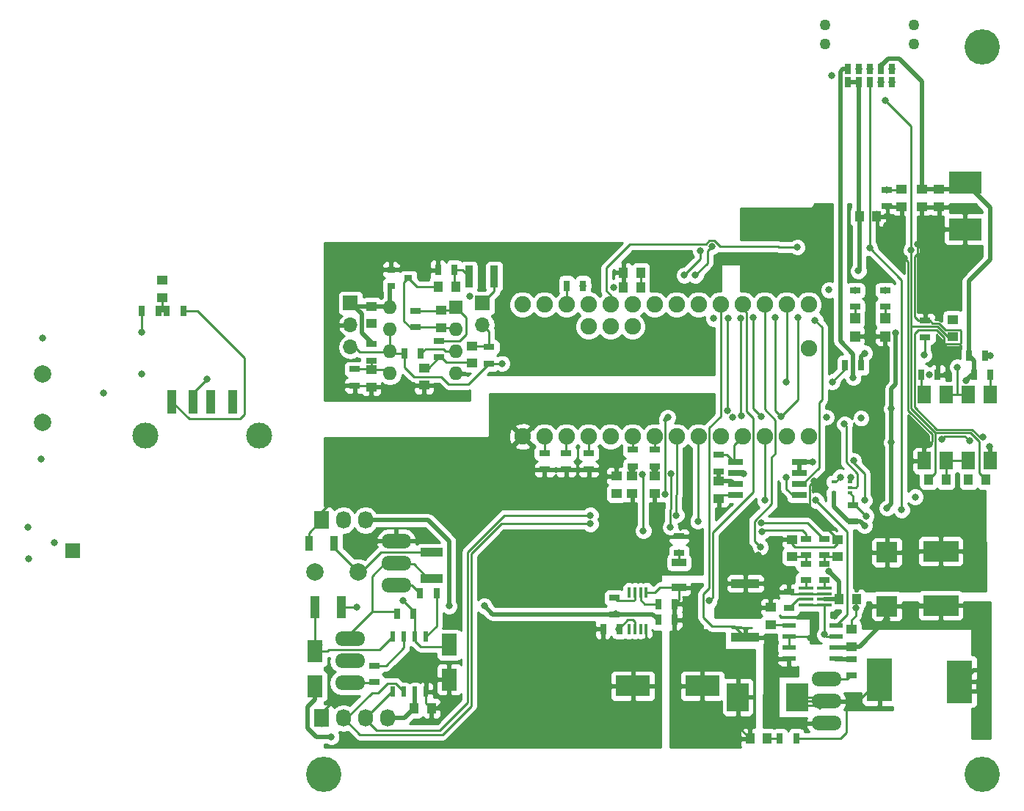
<source format=gtl>
G04 #@! TF.GenerationSoftware,KiCad,Pcbnew,5.1.9+dfsg1-1~bpo10+1*
G04 #@! TF.CreationDate,2021-11-10T17:09:55+00:00*
G04 #@! TF.ProjectId,dropbot_control_board,64726f70-626f-4745-9f63-6f6e74726f6c,v3.6*
G04 #@! TF.SameCoordinates,Original*
G04 #@! TF.FileFunction,Copper,L1,Top*
G04 #@! TF.FilePolarity,Positive*
%FSLAX46Y46*%
G04 Gerber Fmt 4.6, Leading zero omitted, Abs format (unit mm)*
G04 Created by KiCad (PCBNEW 5.1.9+dfsg1-1~bpo10+1) date 2021-11-10 17:09:55*
%MOMM*%
%LPD*%
G01*
G04 APERTURE LIST*
G04 #@! TA.AperFunction,SMDPad,CuDef*
%ADD10R,1.550000X0.600000*%
G04 #@! TD*
G04 #@! TA.AperFunction,SMDPad,CuDef*
%ADD11R,1.800000X0.640000*%
G04 #@! TD*
G04 #@! TA.AperFunction,SMDPad,CuDef*
%ADD12R,1.727000X0.457000*%
G04 #@! TD*
G04 #@! TA.AperFunction,SMDPad,CuDef*
%ADD13R,1.000000X2.800000*%
G04 #@! TD*
G04 #@! TA.AperFunction,ComponentPad*
%ADD14C,3.000000*%
G04 #@! TD*
G04 #@! TA.AperFunction,ComponentPad*
%ADD15R,1.727200X2.032000*%
G04 #@! TD*
G04 #@! TA.AperFunction,ComponentPad*
%ADD16O,1.727200X2.032000*%
G04 #@! TD*
G04 #@! TA.AperFunction,SMDPad,CuDef*
%ADD17R,1.198880X1.198880*%
G04 #@! TD*
G04 #@! TA.AperFunction,ComponentPad*
%ADD18O,3.500120X1.699260*%
G04 #@! TD*
G04 #@! TA.AperFunction,SMDPad,CuDef*
%ADD19R,2.430000X2.370000*%
G04 #@! TD*
G04 #@! TA.AperFunction,SMDPad,CuDef*
%ADD20R,4.130000X2.370000*%
G04 #@! TD*
G04 #@! TA.AperFunction,SMDPad,CuDef*
%ADD21R,0.400000X1.200000*%
G04 #@! TD*
G04 #@! TA.AperFunction,SMDPad,CuDef*
%ADD22R,4.000500X2.400300*%
G04 #@! TD*
G04 #@! TA.AperFunction,SMDPad,CuDef*
%ADD23R,1.800860X2.499360*%
G04 #@! TD*
G04 #@! TA.AperFunction,ComponentPad*
%ADD24C,1.998980*%
G04 #@! TD*
G04 #@! TA.AperFunction,SMDPad,CuDef*
%ADD25R,0.508000X1.143000*%
G04 #@! TD*
G04 #@! TA.AperFunction,SMDPad,CuDef*
%ADD26R,1.000000X1.250000*%
G04 #@! TD*
G04 #@! TA.AperFunction,SMDPad,CuDef*
%ADD27R,1.250000X1.000000*%
G04 #@! TD*
G04 #@! TA.AperFunction,SMDPad,CuDef*
%ADD28R,0.700000X1.300000*%
G04 #@! TD*
G04 #@! TA.AperFunction,SMDPad,CuDef*
%ADD29R,1.524000X2.032000*%
G04 #@! TD*
G04 #@! TA.AperFunction,SMDPad,CuDef*
%ADD30R,1.300000X0.700000*%
G04 #@! TD*
G04 #@! TA.AperFunction,SMDPad,CuDef*
%ADD31R,1.700000X0.900000*%
G04 #@! TD*
G04 #@! TA.AperFunction,SMDPad,CuDef*
%ADD32R,3.200000X1.000000*%
G04 #@! TD*
G04 #@! TA.AperFunction,SMDPad,CuDef*
%ADD33R,2.500000X1.000000*%
G04 #@! TD*
G04 #@! TA.AperFunction,SMDPad,CuDef*
%ADD34R,2.999740X4.900000*%
G04 #@! TD*
G04 #@! TA.AperFunction,SMDPad,CuDef*
%ADD35R,2.499360X3.299460*%
G04 #@! TD*
G04 #@! TA.AperFunction,SMDPad,CuDef*
%ADD36R,0.600000X0.420000*%
G04 #@! TD*
G04 #@! TA.AperFunction,SMDPad,CuDef*
%ADD37R,0.736600X1.143000*%
G04 #@! TD*
G04 #@! TA.AperFunction,ComponentPad*
%ADD38C,1.270000*%
G04 #@! TD*
G04 #@! TA.AperFunction,SMDPad,CuDef*
%ADD39R,3.749040X2.550160*%
G04 #@! TD*
G04 #@! TA.AperFunction,ComponentPad*
%ADD40C,4.064000*%
G04 #@! TD*
G04 #@! TA.AperFunction,SMDPad,CuDef*
%ADD41R,1.000000X2.500000*%
G04 #@! TD*
G04 #@! TA.AperFunction,SMDPad,CuDef*
%ADD42R,0.900000X1.700000*%
G04 #@! TD*
G04 #@! TA.AperFunction,ComponentPad*
%ADD43R,1.700000X1.700000*%
G04 #@! TD*
G04 #@! TA.AperFunction,ComponentPad*
%ADD44C,2.000000*%
G04 #@! TD*
G04 #@! TA.AperFunction,SMDPad,CuDef*
%ADD45R,0.900000X0.800000*%
G04 #@! TD*
G04 #@! TA.AperFunction,SMDPad,CuDef*
%ADD46R,0.900000X2.500000*%
G04 #@! TD*
G04 #@! TA.AperFunction,ComponentPad*
%ADD47O,1.700000X1.700000*%
G04 #@! TD*
G04 #@! TA.AperFunction,ComponentPad*
%ADD48R,1.600000X1.600000*%
G04 #@! TD*
G04 #@! TA.AperFunction,ComponentPad*
%ADD49O,1.600000X1.600000*%
G04 #@! TD*
G04 #@! TA.AperFunction,ComponentPad*
%ADD50C,1.900000*%
G04 #@! TD*
G04 #@! TA.AperFunction,ViaPad*
%ADD51C,0.800000*%
G04 #@! TD*
G04 #@! TA.AperFunction,Conductor*
%ADD52C,0.254000*%
G04 #@! TD*
G04 #@! TA.AperFunction,Conductor*
%ADD53C,0.500000*%
G04 #@! TD*
G04 #@! TA.AperFunction,Conductor*
%ADD54C,0.100000*%
G04 #@! TD*
G04 APERTURE END LIST*
D10*
X127109000Y-95693000D03*
X127109000Y-94423000D03*
X127109000Y-93153000D03*
X127109000Y-91883000D03*
X121709000Y-91883000D03*
X121709000Y-93153000D03*
X121709000Y-94423000D03*
X121709000Y-95693000D03*
D11*
X115500000Y-72995000D03*
X115500000Y-74265000D03*
X115500000Y-75535000D03*
X115500000Y-76805000D03*
X122900000Y-76805000D03*
X122900000Y-75535000D03*
X122900000Y-74265000D03*
X122900000Y-72995000D03*
D12*
X125754000Y-89475000D03*
X125754000Y-88825000D03*
X125754000Y-88175000D03*
X125754000Y-87525000D03*
X123646000Y-87525000D03*
X123646000Y-88175000D03*
X123646000Y-88825000D03*
X123646000Y-89475000D03*
D13*
X55000000Y-66000000D03*
X57500000Y-66000000D03*
X53000000Y-66000000D03*
X50500000Y-66000000D03*
D14*
X60570000Y-69900000D03*
X47430000Y-69900000D03*
D15*
X67767000Y-102551000D03*
D16*
X70307000Y-102551000D03*
X72847000Y-102551000D03*
X75387000Y-102551000D03*
D17*
X132800000Y-56350980D03*
X132800000Y-58449020D03*
X129300000Y-56350980D03*
X129300000Y-58449020D03*
D18*
X76403000Y-84644000D03*
X76403000Y-87184000D03*
X76403000Y-82104000D03*
X71069000Y-95947000D03*
X71069000Y-98487000D03*
X71069000Y-93407000D03*
X126000000Y-100600000D03*
X126000000Y-98060000D03*
X126000000Y-103140000D03*
D19*
X133000000Y-83380000D03*
X133000000Y-89620000D03*
D20*
X139200000Y-83280000D03*
X139200000Y-89520000D03*
D21*
X105225000Y-88050000D03*
X104575000Y-88050000D03*
X103925000Y-88050000D03*
X103275000Y-88050000D03*
X103275000Y-92250000D03*
X103925000Y-92250000D03*
X104575000Y-92250000D03*
X105225000Y-92250000D03*
D22*
X111700500Y-98800000D03*
X103699500Y-98800000D03*
D15*
X67767000Y-79691000D03*
D16*
X70307000Y-79691000D03*
X72847000Y-79691000D03*
D23*
X67005000Y-94837020D03*
X67005000Y-98834980D03*
X82499000Y-94075020D03*
X82499000Y-98072980D03*
D24*
X72044360Y-85660000D03*
X67043100Y-85660000D03*
D25*
X76022000Y-93153000D03*
X77292000Y-93153000D03*
X78562000Y-93153000D03*
X79832000Y-93153000D03*
X79832000Y-99503000D03*
X78562000Y-99503000D03*
X77292000Y-99503000D03*
X76022000Y-99503000D03*
D26*
X142400000Y-75000000D03*
X144400000Y-75000000D03*
X139800000Y-75000000D03*
X137800000Y-75000000D03*
D27*
X85150000Y-61550000D03*
X85150000Y-59550000D03*
D28*
X138850000Y-62900000D03*
X136950000Y-62900000D03*
X143050000Y-62900000D03*
X144950000Y-62900000D03*
D29*
X144910000Y-65190000D03*
X142370000Y-65190000D03*
X139830000Y-65190000D03*
X137290000Y-65190000D03*
X137290000Y-72810000D03*
X139830000Y-72810000D03*
X142370000Y-72810000D03*
X144910000Y-72810000D03*
D27*
X128900000Y-92300000D03*
X128900000Y-94300000D03*
D26*
X80451000Y-101408000D03*
X78451000Y-101408000D03*
D27*
X119583000Y-91740000D03*
X119583000Y-89740000D03*
D26*
X129500000Y-88800000D03*
X127500000Y-88800000D03*
D30*
X129300000Y-53150000D03*
X129300000Y-55050000D03*
X132800000Y-53150000D03*
X132800000Y-55050000D03*
X121700000Y-89850000D03*
X121700000Y-87950000D03*
X109000000Y-81550000D03*
X109000000Y-83450000D03*
D28*
X108500000Y-89350000D03*
X106600000Y-89350000D03*
X106600000Y-91200000D03*
X108500000Y-91200000D03*
X100250000Y-92225000D03*
X102150000Y-92225000D03*
D30*
X101549000Y-88647000D03*
X101549000Y-90547000D03*
D28*
X130050000Y-61800000D03*
X128150000Y-61800000D03*
X76469000Y-90486000D03*
X78369000Y-90486000D03*
D31*
X109000000Y-84550000D03*
X109000000Y-87450000D03*
D32*
X116662000Y-93205000D03*
X116662000Y-87005000D03*
D33*
X80467000Y-86398000D03*
X80467000Y-83398000D03*
D34*
X132127000Y-98119000D03*
X141327000Y-98319000D03*
D35*
X115798940Y-100100000D03*
X122601060Y-100100000D03*
D36*
X128750000Y-76550000D03*
X128750000Y-75250000D03*
X126850000Y-76550000D03*
X128750000Y-75900000D03*
X126850000Y-75250000D03*
D30*
X113600000Y-72150000D03*
X113600000Y-74050000D03*
D27*
X113600000Y-75200000D03*
X113600000Y-77200000D03*
D30*
X129100000Y-77950000D03*
X129100000Y-79850000D03*
D26*
X117200000Y-104900000D03*
X119200000Y-104900000D03*
D37*
X133540000Y-27578600D03*
X133540000Y-29102600D03*
X132270000Y-27578600D03*
X132270000Y-29102600D03*
X131000000Y-27578600D03*
X131000000Y-29102600D03*
X129730000Y-27578600D03*
X129730000Y-29102600D03*
X128460000Y-27578600D03*
X128460000Y-29102600D03*
D38*
X136130800Y-22473200D03*
X125869200Y-22473200D03*
X136130800Y-24733800D03*
X125869200Y-24733800D03*
D30*
X128875000Y-97600000D03*
X128875000Y-95700000D03*
D28*
X120650000Y-104900000D03*
X122550000Y-104900000D03*
D27*
X103600000Y-74600000D03*
X103600000Y-76600000D03*
X106200000Y-76600000D03*
X106200000Y-74600000D03*
D26*
X102600000Y-52800000D03*
X104600000Y-52800000D03*
X102600000Y-51100000D03*
X104600000Y-51100000D03*
D27*
X122050000Y-83900000D03*
X122050000Y-81900000D03*
X127325000Y-81900000D03*
X127325000Y-83900000D03*
D39*
X142000000Y-40699980D03*
X142000000Y-46100020D03*
D27*
X139000000Y-43500000D03*
X139000000Y-41500000D03*
X137000000Y-43500000D03*
X137000000Y-41500000D03*
D30*
X103700000Y-71550000D03*
X103700000Y-73450000D03*
X106200000Y-71550000D03*
X106200000Y-73450000D03*
X123625000Y-84700000D03*
X123625000Y-86600000D03*
X125750000Y-84700000D03*
X125750000Y-86600000D03*
X123625000Y-81850000D03*
X123625000Y-83750000D03*
X125750000Y-81850000D03*
X125750000Y-83750000D03*
D28*
X79150000Y-88125000D03*
X81050000Y-88125000D03*
D40*
X144000000Y-25000000D03*
D27*
X101800000Y-74600000D03*
X101800000Y-76600000D03*
D40*
X68000000Y-109000000D03*
X144000000Y-109000000D03*
D26*
X131800000Y-44600000D03*
X129800000Y-44600000D03*
D27*
X134700000Y-41500000D03*
X134700000Y-43500000D03*
D30*
X133000000Y-43450000D03*
X133000000Y-41550000D03*
D28*
X97950000Y-52600000D03*
X96050000Y-52600000D03*
X47050000Y-55500000D03*
X48950000Y-55500000D03*
X49950000Y-55500000D03*
X51850000Y-55500000D03*
D41*
X70029000Y-89724000D03*
X67029000Y-89724000D03*
D27*
X49400000Y-52000000D03*
X49400000Y-54000000D03*
D42*
X69217000Y-82358000D03*
X66317000Y-82358000D03*
D30*
X73900000Y-98400000D03*
X73900000Y-96500000D03*
D43*
X39050000Y-83200000D03*
D44*
X35600000Y-62842830D03*
X35600000Y-68354630D03*
D26*
X83250000Y-52700000D03*
X81250000Y-52700000D03*
D27*
X81600000Y-55450000D03*
X81600000Y-57450000D03*
X73500000Y-62300000D03*
X73500000Y-64300000D03*
X73550000Y-55000000D03*
X73550000Y-57000000D03*
X79600000Y-64100000D03*
X79600000Y-62100000D03*
D45*
X75800000Y-50750000D03*
X75800000Y-52650000D03*
X77800000Y-51700000D03*
D46*
X84800000Y-51550000D03*
X87700000Y-51550000D03*
D43*
X71120000Y-54610000D03*
D47*
X71120000Y-57150000D03*
X71120000Y-59690000D03*
D43*
X86360000Y-54610000D03*
D47*
X86360000Y-57150000D03*
D28*
X83100000Y-50800000D03*
X81200000Y-50800000D03*
D30*
X73500000Y-59350000D03*
X73500000Y-61250000D03*
X71600000Y-62250000D03*
X71600000Y-64150000D03*
X78650000Y-55500000D03*
X78650000Y-57400000D03*
X93500000Y-71950000D03*
X93500000Y-73850000D03*
X96000000Y-71950000D03*
X96000000Y-73850000D03*
D28*
X77350000Y-60450000D03*
X79250000Y-60450000D03*
D30*
X81350000Y-60850000D03*
X81350000Y-58950000D03*
X87100000Y-59700000D03*
X87100000Y-61600000D03*
D48*
X83300000Y-55100000D03*
D49*
X75680000Y-62720000D03*
X83300000Y-57640000D03*
X75680000Y-60180000D03*
X83300000Y-60180000D03*
X75680000Y-57640000D03*
X83300000Y-62720000D03*
X75680000Y-55100000D03*
D27*
X140600000Y-56500000D03*
X140600000Y-58500000D03*
D30*
X137400000Y-56650000D03*
X137400000Y-58550000D03*
X98600000Y-71950000D03*
X98600000Y-73850000D03*
D28*
X142450000Y-60700000D03*
X144350000Y-60700000D03*
D50*
X98564000Y-57320000D03*
X101104000Y-57320000D03*
X103644000Y-57320000D03*
X123964000Y-59860000D03*
X93484000Y-70020000D03*
X96024000Y-70020000D03*
X98564000Y-70020000D03*
X101104000Y-70020000D03*
X103644000Y-70020000D03*
X106184000Y-70020000D03*
X108724000Y-70020000D03*
X111264000Y-70020000D03*
X113804000Y-70020000D03*
X116344000Y-70020000D03*
X118884000Y-70020000D03*
X121424000Y-70020000D03*
X123964000Y-70020000D03*
X123964000Y-54780000D03*
X121424000Y-54780000D03*
X118884000Y-54780000D03*
X116344000Y-54780000D03*
X113804000Y-54780000D03*
X111264000Y-54780000D03*
X108724000Y-54780000D03*
X106184000Y-54780000D03*
X103644000Y-54780000D03*
X101104000Y-54780000D03*
X98564000Y-54780000D03*
X96024000Y-54780000D03*
X93484000Y-54780000D03*
X90944000Y-54780000D03*
X90944000Y-70020000D03*
D51*
X122700000Y-56300000D03*
X120100000Y-56300000D03*
X120800000Y-67700000D03*
X117600000Y-56300000D03*
X118500000Y-67700000D03*
X114600000Y-67000000D03*
X130000000Y-67900000D03*
X126000000Y-67800000D03*
X116100000Y-56400000D03*
X116200000Y-67600000D03*
X113000000Y-56400000D03*
X114700000Y-56400000D03*
X142000000Y-83400000D03*
X135000000Y-83400000D03*
X102700000Y-101900000D03*
X103700000Y-101900000D03*
X101500000Y-101900000D03*
X102600000Y-95600000D03*
X103800000Y-95600000D03*
X101500000Y-95600000D03*
X110000000Y-61400000D03*
X99700000Y-62400000D03*
X129400000Y-89800000D03*
X127000000Y-90700000D03*
X124155000Y-93280000D03*
X57500000Y-66000000D03*
X135000000Y-49400000D03*
X137900000Y-70900000D03*
X144100000Y-70100000D03*
X142500000Y-70500000D03*
X139300000Y-70300000D03*
X139800000Y-62900000D03*
X133540000Y-29102600D03*
X126600000Y-28300000D03*
X84900000Y-53800000D03*
X136500000Y-47800000D03*
X137290000Y-52990000D03*
X143900000Y-77800000D03*
X73550000Y-57000000D03*
X73500000Y-64300000D03*
X133000000Y-44600000D03*
X133000000Y-45600000D03*
X129730000Y-27578600D03*
X131800000Y-44600000D03*
X69100000Y-100600000D03*
X68700000Y-77800000D03*
X80451000Y-101408000D03*
X82499000Y-98072980D03*
X124550000Y-75200000D03*
X128800000Y-74700000D03*
X113600000Y-77200000D03*
X102600000Y-51100000D03*
X105300000Y-93600000D03*
X116662000Y-85152000D03*
X118186000Y-83755000D03*
X118186000Y-85152000D03*
X116662000Y-83755000D03*
X115265000Y-83755000D03*
X115265000Y-85152000D03*
X139200000Y-91400000D03*
X133000000Y-91100000D03*
X143600000Y-99500000D03*
X132800000Y-53150000D03*
X129700000Y-50900000D03*
X68900000Y-104700000D03*
X121400000Y-63700000D03*
X126700000Y-63700000D03*
X109000000Y-83450000D03*
X118400000Y-82800000D03*
X86563000Y-89597000D03*
X82499000Y-89597000D03*
X129100000Y-63200000D03*
X71831000Y-89724000D03*
X77165000Y-88962000D03*
X135800000Y-48500000D03*
X132800000Y-31200000D03*
X131000000Y-27578600D03*
X142400000Y-75000000D03*
X140600000Y-56500000D03*
X88600000Y-61600000D03*
X128100000Y-68600000D03*
X141100000Y-62000000D03*
X134000000Y-58100000D03*
X133500000Y-70700000D03*
X144800000Y-71200000D03*
X133500000Y-66800000D03*
X133000000Y-78300000D03*
X111500000Y-48600000D03*
X109600000Y-51400000D03*
X132270000Y-29102600D03*
X112800000Y-48100000D03*
X110900000Y-51400000D03*
X133540000Y-27578600D03*
X98800000Y-80100000D03*
X111200000Y-79800000D03*
X98800000Y-79100000D03*
X108700000Y-79100000D03*
X104800000Y-74400000D03*
X104900000Y-80900000D03*
X118600000Y-81000000D03*
X108000000Y-80500000D03*
X108100000Y-74300000D03*
X118500000Y-80000000D03*
X130600000Y-79200000D03*
X134700000Y-78500000D03*
X122650000Y-48160000D03*
X131000000Y-48240000D03*
X130400000Y-77400000D03*
X129130000Y-72810000D03*
X127600000Y-74700000D03*
X124700000Y-56600000D03*
X118900000Y-77400000D03*
X124800000Y-77400000D03*
X103600000Y-73900000D03*
X106200000Y-73900000D03*
X104600000Y-52800000D03*
X116450000Y-74300000D03*
X121400000Y-74700000D03*
X36957000Y-82296000D03*
X42610400Y-64976430D03*
X47000000Y-62800000D03*
X35433000Y-72644000D03*
X33909000Y-80518000D03*
X33975000Y-84100000D03*
X35581660Y-58679770D03*
X49400000Y-52000000D03*
X133000000Y-41550000D03*
X134700000Y-41500000D03*
X47000008Y-58000000D03*
X54600000Y-63400000D03*
X55000000Y-66000000D03*
X137290000Y-60610000D03*
X144900000Y-60700000D03*
X117100000Y-96000000D03*
X125800000Y-92900000D03*
X102100000Y-92300000D03*
X112500000Y-89000000D03*
X124400000Y-73000000D03*
X130400000Y-60400000D03*
X130400000Y-80300000D03*
X126300000Y-85600000D03*
X142100000Y-63600000D03*
X129300000Y-53150000D03*
X126300000Y-53100000D03*
X137900000Y-62900000D03*
X101800000Y-76600000D03*
X97950000Y-52600000D03*
X136250000Y-77000000D03*
X113600000Y-75200000D03*
X101500000Y-52800000D03*
X115200000Y-67800000D03*
X107700000Y-67800000D03*
X107400000Y-76700000D03*
D52*
X122700000Y-56300000D02*
X122700000Y-65800000D01*
X122700000Y-65800000D02*
X120800000Y-67700000D01*
X120100000Y-56300000D02*
X120100000Y-67000000D01*
X120100000Y-67000000D02*
X120800000Y-67700000D01*
X117600000Y-56300000D02*
X117600000Y-66800000D01*
X117600000Y-66800000D02*
X118500000Y-67700000D01*
X114600000Y-67000000D02*
X114600000Y-56500000D01*
X114600000Y-56500000D02*
X114700000Y-56400000D01*
X116100000Y-56400000D02*
X116100000Y-67500000D01*
X116100000Y-67500000D02*
X116200000Y-67600000D01*
X114700000Y-56400000D02*
X114500000Y-56400000D01*
X139200000Y-83280000D02*
X141880000Y-83280000D01*
X141880000Y-83280000D02*
X142000000Y-83400000D01*
X133000000Y-83380000D02*
X134980000Y-83380000D01*
X134980000Y-83380000D02*
X135000000Y-83400000D01*
X101500000Y-101900000D02*
X102700000Y-101900000D01*
X103699500Y-101899500D02*
X103699500Y-98800000D01*
X103699500Y-101899500D02*
X103700000Y-101900000D01*
X102700000Y-101900000D02*
X103700000Y-101900000D01*
X101500000Y-95600000D02*
X102600000Y-95600000D01*
X103699500Y-95700500D02*
X103699500Y-98800000D01*
X103699500Y-95700500D02*
X103800000Y-95600000D01*
X102600000Y-95600000D02*
X103800000Y-95600000D01*
X129400000Y-90700000D02*
X129400000Y-89800000D01*
X128900000Y-91200000D02*
X129400000Y-90700000D01*
X128900000Y-92300000D02*
X128900000Y-91200000D01*
X129400000Y-89800000D02*
X129400000Y-88900000D01*
X129400000Y-88900000D02*
X129500000Y-88800000D01*
X124028000Y-93153000D02*
X124155000Y-93280000D01*
X121709000Y-93153000D02*
X124028000Y-93153000D01*
X123646000Y-88175000D02*
X121925000Y-88175000D01*
X121925000Y-88175000D02*
X121700000Y-87950000D01*
X135000000Y-49400000D02*
X135418998Y-49818998D01*
X135418998Y-49818998D02*
X135418998Y-67000000D01*
X135461182Y-67000000D02*
X138200000Y-69738818D01*
X138200000Y-69738818D02*
X138200000Y-70600000D01*
X138200000Y-70600000D02*
X137900000Y-70900000D01*
X135418998Y-67000000D02*
X135461182Y-67000000D01*
X143700000Y-70100000D02*
X144100000Y-70100000D01*
X136181002Y-66542184D02*
X136181002Y-66642184D01*
X141400000Y-57700000D02*
X141500000Y-57800000D01*
X141500000Y-57800000D02*
X141500000Y-59200000D01*
X141500000Y-59200000D02*
X141400000Y-59300000D01*
X141400000Y-59300000D02*
X139700000Y-59300000D01*
X139700000Y-59300000D02*
X139600000Y-59200000D01*
X139600000Y-59200000D02*
X139600000Y-58600000D01*
X139600000Y-58600000D02*
X138700000Y-57700000D01*
X138700000Y-57700000D02*
X136600000Y-57700000D01*
X136600000Y-57700000D02*
X136181002Y-58118998D01*
X136181002Y-58118998D02*
X136181002Y-66542184D01*
X138200000Y-56918998D02*
X137931002Y-56650000D01*
X138200000Y-56918998D02*
X138996634Y-56918998D01*
X138996634Y-56918998D02*
X139777636Y-57700000D01*
X139777636Y-57700000D02*
X141400000Y-57700000D01*
X138757816Y-69218998D02*
X142818998Y-69218998D01*
X136181002Y-66642184D02*
X138757816Y-69218998D01*
X142818998Y-69218998D02*
X143700000Y-70100000D01*
X141981002Y-69981002D02*
X142500000Y-70500000D01*
X139618998Y-69981002D02*
X141981002Y-69981002D01*
X139300000Y-70300000D02*
X139618998Y-69981002D01*
X139800000Y-62900000D02*
X138850000Y-62900000D01*
X137400000Y-56650000D02*
X136650000Y-56650000D01*
X136500000Y-48900000D02*
X136500000Y-47800000D01*
X136181002Y-49218998D02*
X136500000Y-48900000D01*
X136181002Y-56181002D02*
X136181002Y-49218998D01*
X136650000Y-56650000D02*
X136181002Y-56181002D01*
X137400000Y-56650000D02*
X137931002Y-56650000D01*
X137290000Y-52990000D02*
X137300000Y-53000000D01*
X71600000Y-64150000D02*
X73350000Y-64150000D01*
X73350000Y-64150000D02*
X73500000Y-64300000D01*
X75800000Y-50750000D02*
X81150000Y-50750000D01*
X81150000Y-50750000D02*
X81200000Y-50800000D01*
X133000000Y-43450000D02*
X133000000Y-44600000D01*
X132900000Y-44600000D02*
X133000000Y-44600000D01*
X132900000Y-44600000D02*
X131800000Y-44600000D01*
X133000000Y-45600000D02*
X133000000Y-44600000D01*
X133000000Y-43450000D02*
X134650000Y-43450000D01*
X134650000Y-43450000D02*
X134700000Y-43500000D01*
X132000000Y-44400000D02*
X131800000Y-44600000D01*
X67767000Y-102551000D02*
X67767000Y-101933000D01*
X67767000Y-101933000D02*
X69100000Y-100600000D01*
X67767000Y-79691000D02*
X67767000Y-78733000D01*
X67767000Y-78733000D02*
X68700000Y-77800000D01*
X67767000Y-102551000D02*
X67767000Y-103467000D01*
X122050000Y-81900000D02*
X122050000Y-82450000D01*
X126900000Y-82800000D02*
X127325000Y-82375000D01*
X122400000Y-82800000D02*
X126900000Y-82800000D01*
X122050000Y-82450000D02*
X122400000Y-82800000D01*
X127325000Y-82375000D02*
X127325000Y-81900000D01*
X127325000Y-81900000D02*
X127325000Y-81825000D01*
X127325000Y-81825000D02*
X124100000Y-78600000D01*
X124100000Y-78600000D02*
X124100000Y-75650000D01*
X124100000Y-75650000D02*
X124550000Y-75200000D01*
X124550000Y-75200000D02*
X124600000Y-75200000D01*
X128750000Y-75250000D02*
X128750000Y-74750000D01*
X128750000Y-74750000D02*
X128800000Y-74700000D01*
X102600000Y-52800000D02*
X102600000Y-51100000D01*
X115325000Y-76805000D02*
X113995000Y-76805000D01*
X113995000Y-76805000D02*
X113600000Y-77200000D01*
X80975000Y-101408000D02*
X82499000Y-99884000D01*
X80451000Y-101408000D02*
X80975000Y-101408000D01*
X82499000Y-99884000D02*
X82499000Y-98072980D01*
X105225000Y-92250000D02*
X105225000Y-93525000D01*
X105225000Y-93525000D02*
X105300000Y-93600000D01*
X123646000Y-88175000D02*
X125754000Y-88175000D01*
X82499000Y-98072980D02*
X83223020Y-98072980D01*
X66317000Y-82358000D02*
X66317000Y-81141000D01*
X79832000Y-99503000D02*
X79832000Y-100789000D01*
X79832000Y-100789000D02*
X80451000Y-101408000D01*
X118186000Y-85152000D02*
X116662000Y-85152000D01*
X118186000Y-85152000D02*
X118186000Y-83755000D01*
X118186000Y-83755000D02*
X116662000Y-83755000D01*
X116662000Y-83755000D02*
X115265000Y-83755000D01*
X115265000Y-85152000D02*
X116662000Y-85152000D01*
X116662000Y-87005000D02*
X116662000Y-85152000D01*
X115265000Y-83755000D02*
X115265000Y-85152000D01*
X121709000Y-93153000D02*
X121709000Y-94423000D01*
X66317000Y-81141000D02*
X67767000Y-79691000D01*
X119583000Y-91740000D02*
X121566000Y-91740000D01*
X121566000Y-91740000D02*
X121709000Y-91883000D01*
D53*
X139200000Y-89520000D02*
X139200000Y-91400000D01*
X133000000Y-89620000D02*
X139100000Y-89620000D01*
X139100000Y-89620000D02*
X139200000Y-89520000D01*
X128900000Y-94300000D02*
X129800000Y-94300000D01*
X133000000Y-91100000D02*
X133000000Y-89620000D01*
X129800000Y-94300000D02*
X133000000Y-91100000D01*
X143600000Y-98300000D02*
X143600000Y-97000000D01*
X143000000Y-97000000D02*
X143600000Y-97000000D01*
X143000000Y-97000000D02*
X141681000Y-98319000D01*
X143600000Y-98300000D02*
X143581000Y-98319000D01*
X143581000Y-98319000D02*
X143581000Y-99481000D01*
X143600000Y-99500000D02*
X142700000Y-99500000D01*
X143581000Y-99481000D02*
X143600000Y-99500000D01*
X141327000Y-98319000D02*
X141519000Y-98319000D01*
X141519000Y-98319000D02*
X142700000Y-99500000D01*
X141327000Y-98319000D02*
X141681000Y-98319000D01*
X141327000Y-98319000D02*
X143581000Y-98319000D01*
X143581000Y-98319000D02*
X143600000Y-98300000D01*
X140000000Y-89620000D02*
X140100000Y-89520000D01*
X128900000Y-94300000D02*
X128900000Y-94200000D01*
X133000000Y-90100000D02*
X133000000Y-89620000D01*
X128900000Y-94300000D02*
X129000000Y-94300000D01*
X127109000Y-94423000D02*
X128777000Y-94423000D01*
X128777000Y-94423000D02*
X128900000Y-94300000D01*
X129800000Y-44600000D02*
X129800000Y-50800000D01*
X129700000Y-50900000D02*
X129730000Y-50870000D01*
X129800000Y-50800000D02*
X129700000Y-50900000D01*
X129730000Y-29102600D02*
X129730000Y-44530000D01*
X129730000Y-44530000D02*
X129800000Y-44600000D01*
X67005000Y-98834980D02*
X67005000Y-100395000D01*
X67200000Y-104700000D02*
X68900000Y-104700000D01*
X66200000Y-103700000D02*
X67200000Y-104700000D01*
X66200000Y-101200000D02*
X66200000Y-103700000D01*
X67005000Y-100395000D02*
X66200000Y-101200000D01*
X67005000Y-98834980D02*
X67005000Y-99695000D01*
X129730000Y-29102600D02*
X128460000Y-29102600D01*
X75387000Y-102551000D02*
X77308000Y-102551000D01*
X77308000Y-102551000D02*
X78451000Y-101408000D01*
X78562000Y-99503000D02*
X78562000Y-101297000D01*
X78562000Y-101297000D02*
X78451000Y-101408000D01*
D52*
X122550000Y-104900000D02*
X127600000Y-104900000D01*
X128300000Y-104200000D02*
X128300000Y-100600000D01*
X127600000Y-104900000D02*
X128300000Y-104200000D01*
X122601060Y-100100000D02*
X122601060Y-100101060D01*
X122601060Y-100101060D02*
X123600000Y-101100000D01*
X123600000Y-101100000D02*
X125200000Y-101100000D01*
X125200000Y-101400000D02*
X126000000Y-100600000D01*
X122601060Y-100100000D02*
X125500000Y-100100000D01*
X125500000Y-100100000D02*
X126000000Y-100600000D01*
X122550000Y-100151060D02*
X122601060Y-100100000D01*
X126000000Y-100600000D02*
X123101060Y-100600000D01*
X123101060Y-100600000D02*
X122601060Y-100100000D01*
X126000000Y-100600000D02*
X128300000Y-100600000D01*
X128300000Y-100600000D02*
X129646000Y-100600000D01*
X129646000Y-100600000D02*
X132127000Y-98119000D01*
X121424000Y-54780000D02*
X121424000Y-63676000D01*
X121424000Y-63676000D02*
X121400000Y-63700000D01*
X128150000Y-61800000D02*
X128150000Y-62250000D01*
X128150000Y-62250000D02*
X126700000Y-63700000D01*
X118884000Y-66884000D02*
X118884000Y-54780000D01*
X120100000Y-68100000D02*
X118884000Y-66884000D01*
X109000000Y-84550000D02*
X109000000Y-83450000D01*
X117700000Y-82100000D02*
X117700000Y-79800000D01*
X118400000Y-82800000D02*
X117700000Y-82100000D01*
X118400000Y-82800000D02*
X118600000Y-82600000D01*
X120100000Y-72000000D02*
X119700000Y-72400000D01*
X120100000Y-68100000D02*
X120100000Y-72000000D01*
X119700000Y-77800000D02*
X119700000Y-72400000D01*
X117700000Y-79800000D02*
X119700000Y-77800000D01*
X126000000Y-98060000D02*
X128415000Y-98060000D01*
X128415000Y-98060000D02*
X128875000Y-97600000D01*
X123646000Y-88825000D02*
X122725000Y-88825000D01*
X122725000Y-88825000D02*
X121700000Y-89850000D01*
X104575000Y-88050000D02*
X104575000Y-88875000D01*
X105050000Y-89350000D02*
X106600000Y-89350000D01*
X104575000Y-88875000D02*
X105050000Y-89350000D01*
D53*
X101549000Y-90547000D02*
X105947000Y-90547000D01*
X105947000Y-90547000D02*
X106600000Y-91200000D01*
X87513000Y-90547000D02*
X101549000Y-90547000D01*
X86563000Y-89597000D02*
X87513000Y-90547000D01*
X80086000Y-79691000D02*
X82499000Y-82104000D01*
X82499000Y-82104000D02*
X82499000Y-89597000D01*
X80086000Y-79691000D02*
X72847000Y-79691000D01*
X101737000Y-90359000D02*
X101549000Y-90547000D01*
X101737000Y-90359000D02*
X101549000Y-90547000D01*
D52*
X103925000Y-88050000D02*
X103925000Y-88875000D01*
X101902000Y-89000000D02*
X101549000Y-88647000D01*
X103800000Y-89000000D02*
X101902000Y-89000000D01*
X103925000Y-88875000D02*
X103800000Y-89000000D01*
X129300000Y-55050000D02*
X129300000Y-56350980D01*
X132800000Y-55050000D02*
X132800000Y-56350980D01*
D53*
X128460000Y-27578600D02*
X127921400Y-27578600D01*
X127600000Y-27900000D02*
X127600000Y-46900000D01*
X127921400Y-27578600D02*
X127600000Y-27900000D01*
X127600000Y-46900000D02*
X127600000Y-59000000D01*
X129100000Y-60500000D02*
X129100000Y-63200000D01*
X127600000Y-59000000D02*
X129100000Y-60500000D01*
D52*
X113804000Y-54780000D02*
X113804000Y-67696000D01*
X115357000Y-91900000D02*
X116662000Y-93205000D01*
X112800000Y-91900000D02*
X115357000Y-91900000D01*
X111800000Y-90900000D02*
X112800000Y-91900000D01*
X111800000Y-88200000D02*
X111800000Y-90900000D01*
X112500000Y-87500000D02*
X111800000Y-88200000D01*
X112500000Y-69000000D02*
X112500000Y-87500000D01*
X113804000Y-67696000D02*
X112500000Y-69000000D01*
X116662000Y-93205000D02*
X116205000Y-93205000D01*
X116662000Y-93205000D02*
X115805000Y-93205000D01*
X116662000Y-93205000D02*
X115825000Y-93205000D01*
X70029000Y-89724000D02*
X71831000Y-89724000D01*
X78562000Y-93153000D02*
X78562000Y-93661000D01*
X78562000Y-93661000D02*
X79197000Y-94296000D01*
X79197000Y-94296000D02*
X82278020Y-94296000D01*
X82278020Y-94296000D02*
X82499000Y-94075020D01*
X77165000Y-88962000D02*
X78369000Y-90166000D01*
X78369000Y-90166000D02*
X78369000Y-90486000D01*
X78562000Y-93153000D02*
X78562000Y-90679000D01*
X78562000Y-90679000D02*
X78369000Y-90486000D01*
X67005000Y-89748000D02*
X67029000Y-89724000D01*
X67005000Y-94837020D02*
X68495980Y-94837020D01*
X74498000Y-94677000D02*
X76022000Y-93153000D01*
X68656000Y-94677000D02*
X74498000Y-94677000D01*
X68495980Y-94837020D02*
X68656000Y-94677000D01*
X67800020Y-94042000D02*
X67005000Y-94837020D01*
X67005000Y-94837020D02*
X67005000Y-89748000D01*
X71069000Y-93407000D02*
X71069000Y-92772000D01*
X71069000Y-92772000D02*
X73609000Y-90232000D01*
X73609000Y-90232000D02*
X73609000Y-86168000D01*
X73609000Y-86168000D02*
X75006000Y-84771000D01*
X75006000Y-84771000D02*
X76403000Y-84771000D01*
X80467000Y-86398000D02*
X80062000Y-86398000D01*
X80062000Y-86398000D02*
X78435000Y-84771000D01*
X78435000Y-84771000D02*
X76403000Y-84771000D01*
X73609000Y-90232000D02*
X76215000Y-90232000D01*
X76215000Y-90232000D02*
X76469000Y-90486000D01*
X74601000Y-83398000D02*
X80467000Y-83398000D01*
X69217000Y-82358000D02*
X69217000Y-82832640D01*
X69217000Y-82832640D02*
X72044360Y-85660000D01*
X72044360Y-85660000D02*
X72339000Y-85660000D01*
X72339000Y-85660000D02*
X74601000Y-83398000D01*
X72044360Y-85660000D02*
X72019000Y-85660000D01*
X71069000Y-98487000D02*
X73813000Y-98487000D01*
X73813000Y-98487000D02*
X73900000Y-98400000D01*
X76403000Y-87184000D02*
X78209000Y-87184000D01*
X77546000Y-87311000D02*
X76403000Y-87311000D01*
X78209000Y-87184000D02*
X79150000Y-88125000D01*
X83100000Y-50800000D02*
X84050000Y-50800000D01*
X84050000Y-50800000D02*
X84800000Y-51550000D01*
X83100000Y-50800000D02*
X83100000Y-52550000D01*
X83100000Y-52550000D02*
X83250000Y-52700000D01*
X142600000Y-69600000D02*
X143600000Y-70600000D01*
X143600000Y-70600000D02*
X143600000Y-71500000D01*
X144400000Y-75000000D02*
X143600000Y-74200000D01*
X143600000Y-71500000D02*
X143600000Y-74200000D01*
X142600000Y-69600000D02*
X138600000Y-69600000D01*
X137800000Y-75000000D02*
X138600000Y-74200000D01*
X138600000Y-74200000D02*
X138600000Y-69600000D01*
X135800000Y-66800000D02*
X138600000Y-69600000D01*
X140600000Y-58500000D02*
X140038818Y-58500000D01*
X140038818Y-58500000D02*
X138838818Y-57300000D01*
X138838818Y-57300000D02*
X135800000Y-57300000D01*
X137800000Y-75000000D02*
X137800000Y-74700000D01*
X87700000Y-51550000D02*
X87700000Y-53270000D01*
X87700000Y-53270000D02*
X86360000Y-54610000D01*
X132800000Y-31200000D02*
X135800000Y-34200000D01*
X135800000Y-34200000D02*
X135800000Y-48500000D01*
X135800000Y-48500000D02*
X135800000Y-49000000D01*
X135800000Y-49000000D02*
X135800000Y-57300000D01*
X135800000Y-57300000D02*
X135800000Y-57700000D01*
X135800000Y-57700000D02*
X135800000Y-66800000D01*
X139830000Y-72810000D02*
X139830000Y-74970000D01*
X139830000Y-74970000D02*
X139800000Y-75000000D01*
X139830000Y-72810000D02*
X142370000Y-72810000D01*
D53*
X139830000Y-72810000D02*
X139830000Y-72280000D01*
D52*
X142099000Y-72952000D02*
X142099000Y-72698000D01*
X87100000Y-61600000D02*
X88600000Y-61600000D01*
X77350000Y-60450000D02*
X77350000Y-62000000D01*
X77350000Y-62000000D02*
X78450000Y-63100000D01*
X78450000Y-63100000D02*
X81600000Y-63100000D01*
X81600000Y-63100000D02*
X82450000Y-63950000D01*
X82450000Y-63950000D02*
X84750000Y-63950000D01*
X84750000Y-63950000D02*
X87100000Y-61600000D01*
X71120000Y-59690000D02*
X71590000Y-59690000D01*
X71590000Y-59690000D02*
X72200000Y-60300000D01*
X72200000Y-60300000D02*
X75560000Y-60300000D01*
X75560000Y-60300000D02*
X75680000Y-60180000D01*
X75680000Y-60180000D02*
X75680000Y-57640000D01*
X77350000Y-60450000D02*
X75950000Y-60450000D01*
X75950000Y-60450000D02*
X75680000Y-60180000D01*
X87100000Y-59700000D02*
X87100000Y-57890000D01*
X87100000Y-57890000D02*
X86360000Y-57150000D01*
X85150000Y-59550000D02*
X86950000Y-59550000D01*
X86950000Y-59550000D02*
X87100000Y-59700000D01*
X128100000Y-68600000D02*
X128300000Y-68800000D01*
X128300000Y-68800000D02*
X128300000Y-73000000D01*
X128300000Y-73000000D02*
X129600000Y-74300000D01*
X129600000Y-74300000D02*
X129600000Y-75700000D01*
X129600000Y-75700000D02*
X129400000Y-75900000D01*
X129400000Y-75900000D02*
X128750000Y-75900000D01*
X93500000Y-71950000D02*
X93500000Y-70036000D01*
X93500000Y-70036000D02*
X93484000Y-70020000D01*
X141100000Y-65190000D02*
X141100000Y-62000000D01*
X139830000Y-65190000D02*
X141100000Y-65190000D01*
X141100000Y-65190000D02*
X142370000Y-65190000D01*
X139900000Y-65120000D02*
X139830000Y-65190000D01*
X96000000Y-71950000D02*
X96000000Y-70044000D01*
X96000000Y-70044000D02*
X96024000Y-70020000D01*
X142099000Y-65078000D02*
X142099000Y-65967000D01*
X98600000Y-71950000D02*
X98600000Y-70056000D01*
X98600000Y-70056000D02*
X98564000Y-70020000D01*
X136950000Y-62900000D02*
X136950000Y-64850000D01*
X136950000Y-64850000D02*
X137290000Y-65190000D01*
X137300000Y-65180000D02*
X137290000Y-65190000D01*
X137290000Y-65190000D02*
X137290000Y-64810000D01*
X144950000Y-62900000D02*
X144950000Y-65150000D01*
X144950000Y-65150000D02*
X144910000Y-65190000D01*
X144900000Y-65180000D02*
X144910000Y-65190000D01*
X73500000Y-62300000D02*
X75260000Y-62300000D01*
X75260000Y-62300000D02*
X75680000Y-62720000D01*
X71600000Y-62250000D02*
X73450000Y-62250000D01*
X73450000Y-62250000D02*
X73500000Y-62300000D01*
X73500000Y-61250000D02*
X73500000Y-62300000D01*
D53*
X133500000Y-64500000D02*
X133500000Y-66800000D01*
X134000000Y-64000000D02*
X133500000Y-64500000D01*
X134000000Y-58100000D02*
X134000000Y-64000000D01*
X144910000Y-71310000D02*
X144910000Y-72810000D01*
X144800000Y-71200000D02*
X144910000Y-71310000D01*
X144575500Y-72126500D02*
X144575500Y-72698000D01*
X144910000Y-72250000D02*
X144910000Y-72810000D01*
X133500000Y-77800000D02*
X133500000Y-70700000D01*
X133500000Y-70700000D02*
X133500000Y-66800000D01*
X133000000Y-78300000D02*
X133500000Y-77800000D01*
D52*
X109600000Y-51400000D02*
X111500000Y-49500000D01*
X111500000Y-48600000D02*
X111500000Y-49500000D01*
X112300000Y-48600000D02*
X112800000Y-48100000D01*
X112300000Y-50000000D02*
X110900000Y-51400000D01*
X112300000Y-50000000D02*
X112300000Y-48600000D01*
X111200000Y-79800000D02*
X111200000Y-70084000D01*
X111200000Y-70084000D02*
X111264000Y-70020000D01*
X85039000Y-83961000D02*
X85039000Y-83561000D01*
X85039000Y-86400000D02*
X85039000Y-83961000D01*
X88500000Y-80100000D02*
X98800000Y-80100000D01*
X85039000Y-83561000D02*
X88500000Y-80100000D01*
X111300000Y-79700000D02*
X111264000Y-79700000D01*
X111264000Y-79736000D02*
X111300000Y-79700000D01*
X111200000Y-79800000D02*
X111264000Y-79736000D01*
X85039000Y-86400000D02*
X85039000Y-86311000D01*
X81727000Y-104456000D02*
X85039000Y-101144000D01*
X72212000Y-104456000D02*
X81727000Y-104456000D01*
X70307000Y-102551000D02*
X72212000Y-104456000D01*
X85039000Y-101144000D02*
X85039000Y-86400000D01*
X70307000Y-102551000D02*
X70649000Y-102551000D01*
X70649000Y-102551000D02*
X73600000Y-99600000D01*
X76589000Y-98800000D02*
X77292000Y-99503000D01*
X76289000Y-98500000D02*
X76589000Y-98800000D01*
X75400000Y-98500000D02*
X76289000Y-98500000D01*
X74300000Y-99600000D02*
X75400000Y-98500000D01*
X73600000Y-99600000D02*
X74300000Y-99600000D01*
X109100000Y-70396000D02*
X108724000Y-70020000D01*
X108700000Y-79100000D02*
X108700000Y-76800000D01*
X108800000Y-76700000D02*
X108800000Y-70596000D01*
X108700000Y-76800000D02*
X108800000Y-76700000D01*
X84648000Y-83352000D02*
X88900000Y-79100000D01*
X88900000Y-79100000D02*
X98800000Y-79100000D01*
X84648000Y-100748000D02*
X81452000Y-103944000D01*
X84648000Y-83652000D02*
X84648000Y-85252000D01*
X84648000Y-85252000D02*
X84648000Y-100748000D01*
X81452000Y-103944000D02*
X74113000Y-103944000D01*
X72847000Y-102678000D02*
X74113000Y-103944000D01*
X84648000Y-83652000D02*
X84648000Y-83352000D01*
X108700000Y-79100000D02*
X108724000Y-79076000D01*
X76022000Y-99503000D02*
X75895000Y-99503000D01*
X75895000Y-99503000D02*
X72847000Y-102551000D01*
X72847000Y-102551000D02*
X72847000Y-102678000D01*
X104900000Y-80900000D02*
X104900000Y-74500000D01*
X104900000Y-74500000D02*
X104800000Y-74400000D01*
X123625000Y-81225000D02*
X123625000Y-81850000D01*
X123200000Y-80800000D02*
X123625000Y-81225000D01*
X118800000Y-80800000D02*
X123200000Y-80800000D01*
X118600000Y-81000000D02*
X118800000Y-80800000D01*
X108100000Y-78400000D02*
X108000000Y-78500000D01*
X108000000Y-78500000D02*
X108000000Y-80500000D01*
X108100000Y-74300000D02*
X108100000Y-78400000D01*
X125750000Y-81950000D02*
X125750000Y-81850000D01*
X123800000Y-80000000D02*
X125750000Y-81950000D01*
X118500000Y-80000000D02*
X123800000Y-80000000D01*
X134700000Y-55600000D02*
X134700000Y-51940000D01*
X129350000Y-77950000D02*
X130600000Y-79200000D01*
X134700000Y-55600000D02*
X134700000Y-78500000D01*
X134700000Y-51940000D02*
X131000000Y-48240000D01*
X101104000Y-54780000D02*
X101104000Y-53694000D01*
X101104000Y-53694000D02*
X100670000Y-53260000D01*
X100670000Y-53260000D02*
X100670000Y-50520000D01*
X100670000Y-50520000D02*
X103380000Y-47810000D01*
X103380000Y-47810000D02*
X112110000Y-47810000D01*
X112110000Y-47810000D02*
X112520000Y-47400000D01*
X112520000Y-47400000D02*
X113100000Y-47400000D01*
X113100000Y-47400000D02*
X113780000Y-48080000D01*
X113780000Y-48080000D02*
X120450000Y-48080000D01*
X120450000Y-48080000D02*
X120530000Y-48160000D01*
X120530000Y-48160000D02*
X122650000Y-48160000D01*
X131000000Y-43200000D02*
X131000000Y-48240000D01*
X131000000Y-29102600D02*
X131000000Y-43200000D01*
X129350000Y-77950000D02*
X129100000Y-77950000D01*
X129100000Y-78100000D02*
X129100000Y-77950000D01*
X129100000Y-77950000D02*
X129100000Y-76900000D01*
X129100000Y-76900000D02*
X128750000Y-76550000D01*
X129130000Y-72810000D02*
X129130000Y-73030000D01*
X130400000Y-74300000D02*
X130400000Y-77400000D01*
X129130000Y-73030000D02*
X130400000Y-74300000D01*
X129120000Y-72800000D02*
X129100000Y-72800000D01*
X129130000Y-72810000D02*
X129120000Y-72800000D01*
X127600000Y-74700000D02*
X127050000Y-75250000D01*
X127050000Y-75250000D02*
X126850000Y-75250000D01*
X126850000Y-75250000D02*
X126950000Y-75250000D01*
X125200000Y-73600000D02*
X125200000Y-66100000D01*
X124700000Y-56600000D02*
X125500000Y-57400000D01*
X125500000Y-57400000D02*
X125500000Y-65800000D01*
X125200000Y-73600000D02*
X123265000Y-75535000D01*
X125200000Y-66100000D02*
X125500000Y-65800000D01*
X122900000Y-75535000D02*
X123265000Y-75535000D01*
X113600000Y-72150000D02*
X114480000Y-72150000D01*
X114480000Y-72150000D02*
X115325000Y-72995000D01*
X115325000Y-72995000D02*
X115325000Y-71039000D01*
X115325000Y-71039000D02*
X116344000Y-70020000D01*
X118900000Y-77400000D02*
X118884000Y-77384000D01*
X118884000Y-77384000D02*
X118884000Y-76184000D01*
X118884000Y-76184000D02*
X118884000Y-70020000D01*
X128400000Y-81000000D02*
X124800000Y-77400000D01*
X128400000Y-83000000D02*
X128400000Y-81100000D01*
X127109000Y-91883000D02*
X128400000Y-90592000D01*
X128400000Y-90592000D02*
X128400000Y-83000000D01*
X128400000Y-81100000D02*
X128400000Y-81000000D01*
X118900000Y-70004000D02*
X118884000Y-70020000D01*
X78650000Y-57400000D02*
X78000000Y-57400000D01*
X78000000Y-57400000D02*
X77300000Y-56700000D01*
X77300000Y-52200000D02*
X77800000Y-51700000D01*
X77300000Y-56700000D02*
X77300000Y-52200000D01*
X81600000Y-57450000D02*
X83110000Y-57450000D01*
X83110000Y-57450000D02*
X83300000Y-57640000D01*
X78650000Y-57400000D02*
X81550000Y-57400000D01*
X81550000Y-57400000D02*
X81600000Y-57450000D01*
X81250000Y-52700000D02*
X78800000Y-52700000D01*
X78800000Y-52700000D02*
X77800000Y-51700000D01*
X120650000Y-104900000D02*
X119200000Y-104900000D01*
X81050000Y-88125000D02*
X81050000Y-91935000D01*
X81050000Y-91935000D02*
X79832000Y-93153000D01*
X77292000Y-93153000D02*
X77292000Y-94408000D01*
X75200000Y-96500000D02*
X73900000Y-96500000D01*
X77292000Y-94408000D02*
X75200000Y-96500000D01*
X127109000Y-95693000D02*
X128868000Y-95693000D01*
X128868000Y-95693000D02*
X128875000Y-95700000D01*
X103600000Y-74600000D02*
X103600000Y-73900000D01*
X103600000Y-73900000D02*
X103600000Y-73550000D01*
X103600000Y-73550000D02*
X103700000Y-73450000D01*
X106200000Y-73450000D02*
X106200000Y-73900000D01*
X106200000Y-73900000D02*
X106200000Y-74600000D01*
X106175000Y-74575000D02*
X106200000Y-74600000D01*
X104600000Y-51100000D02*
X104600000Y-52800000D01*
X123625000Y-83750000D02*
X123625000Y-84700000D01*
X122050000Y-83900000D02*
X123475000Y-83900000D01*
X123475000Y-83900000D02*
X123625000Y-83750000D01*
X127325000Y-83900000D02*
X125900000Y-83900000D01*
X125900000Y-83900000D02*
X125750000Y-83750000D01*
X125750000Y-83750000D02*
X125750000Y-84700000D01*
X103644000Y-70020000D02*
X103644000Y-71569000D01*
X103644000Y-71569000D02*
X103650000Y-71575000D01*
X106184000Y-70020000D02*
X106184000Y-71591000D01*
X106184000Y-71591000D02*
X106175000Y-71600000D01*
X123625000Y-86600000D02*
X123625000Y-87504000D01*
X123625000Y-87504000D02*
X123646000Y-87525000D01*
X125750000Y-86600000D02*
X125750000Y-87521000D01*
X125750000Y-87521000D02*
X125754000Y-87525000D01*
X116415000Y-74265000D02*
X116450000Y-74300000D01*
X116415000Y-74265000D02*
X115325000Y-74265000D01*
X122105000Y-76805000D02*
X122900000Y-76805000D01*
X121400000Y-76100000D02*
X122105000Y-76805000D01*
X121400000Y-74700000D02*
X121400000Y-76100000D01*
X42600000Y-65000000D02*
X42600000Y-64986830D01*
X42600000Y-64986830D02*
X42610400Y-64976430D01*
X134650000Y-41550000D02*
X133000000Y-41550000D01*
X134650000Y-41550000D02*
X134700000Y-41500000D01*
X96024000Y-54780000D02*
X96024000Y-52626000D01*
X96024000Y-52626000D02*
X96050000Y-52600000D01*
X47000008Y-55149992D02*
X47000008Y-57434315D01*
X47000008Y-57434315D02*
X47000008Y-58000000D01*
X47050000Y-55100000D02*
X47000008Y-55149992D01*
X51850000Y-55500000D02*
X53500000Y-55500000D01*
X52500000Y-68000000D02*
X50500000Y-66000000D01*
X58400000Y-68000000D02*
X52500000Y-68000000D01*
X58900000Y-67500000D02*
X58400000Y-68000000D01*
X58900000Y-60900000D02*
X58900000Y-67500000D01*
X53500000Y-55500000D02*
X58900000Y-60900000D01*
X54600000Y-63400000D02*
X53000000Y-65000000D01*
X53000000Y-66000000D02*
X53000000Y-65000000D01*
X53000000Y-66000000D02*
X53000000Y-65200000D01*
X49400000Y-55500000D02*
X49400000Y-54000000D01*
X48950000Y-55500000D02*
X49400000Y-55500000D01*
X49400000Y-55500000D02*
X49950000Y-55500000D01*
X81350000Y-58950000D02*
X83700000Y-58950000D01*
X84450000Y-56250000D02*
X83300000Y-55100000D01*
X84450000Y-58200000D02*
X84450000Y-56250000D01*
X83700000Y-58950000D02*
X84450000Y-58200000D01*
X81600000Y-55450000D02*
X82950000Y-55450000D01*
X82950000Y-55450000D02*
X83300000Y-55100000D01*
X78650000Y-55500000D02*
X81550000Y-55500000D01*
X81550000Y-55500000D02*
X81600000Y-55450000D01*
X83300000Y-60180000D02*
X82130000Y-60180000D01*
X79800000Y-59900000D02*
X79250000Y-60450000D01*
X81850000Y-59900000D02*
X79800000Y-59900000D01*
X82130000Y-60180000D02*
X81850000Y-59900000D01*
X79600000Y-62100000D02*
X80100000Y-62100000D01*
X80100000Y-62100000D02*
X81350000Y-60850000D01*
X81350000Y-60850000D02*
X81600000Y-60850000D01*
X81600000Y-60850000D02*
X82200000Y-61450000D01*
X82200000Y-61450000D02*
X85050000Y-61450000D01*
X85050000Y-61450000D02*
X85150000Y-61550000D01*
X137400000Y-58550000D02*
X137400000Y-60500000D01*
X137400000Y-60500000D02*
X137290000Y-60610000D01*
X144350000Y-60700000D02*
X144900000Y-60700000D01*
X115798940Y-100100000D02*
X115798940Y-103498940D01*
X115798940Y-103498940D02*
X117200000Y-104900000D01*
X117100000Y-96000000D02*
X117117940Y-96017940D01*
X117117940Y-96017940D02*
X117127000Y-96017940D01*
X117182060Y-96017940D02*
X117127000Y-96017940D01*
X105225000Y-88050000D02*
X106250000Y-88050000D01*
X106850000Y-87450000D02*
X109000000Y-87450000D01*
X106250000Y-88050000D02*
X106850000Y-87450000D01*
X108500000Y-89350000D02*
X108500000Y-91200000D01*
X109000000Y-87450000D02*
X109000000Y-88850000D01*
X109000000Y-88850000D02*
X108500000Y-89350000D01*
X127109000Y-93153000D02*
X126053000Y-93153000D01*
X126053000Y-93153000D02*
X125800000Y-92900000D01*
X125754000Y-89475000D02*
X125754000Y-92854000D01*
X125754000Y-92854000D02*
X125800000Y-92900000D01*
X127062000Y-93200000D02*
X127109000Y-93153000D01*
X123646000Y-89475000D02*
X125754000Y-89475000D01*
X116344000Y-54780000D02*
X116344000Y-55244000D01*
X116344000Y-55244000D02*
X116800000Y-55700000D01*
X116800000Y-55700000D02*
X116800000Y-67100000D01*
X116800000Y-67100000D02*
X117600000Y-67900000D01*
X102100000Y-92300000D02*
X102150000Y-92250000D01*
X112900000Y-88600000D02*
X112500000Y-89000000D01*
X112900000Y-81100000D02*
X112900000Y-88600000D01*
X117600000Y-76400000D02*
X112900000Y-81100000D01*
X117600000Y-67900000D02*
X117600000Y-76400000D01*
X102150000Y-92250000D02*
X102150000Y-92225000D01*
X102150000Y-92225000D02*
X102150000Y-92150000D01*
X102150000Y-92150000D02*
X103100000Y-91200000D01*
X103100000Y-91200000D02*
X103700000Y-91200000D01*
X103700000Y-91200000D02*
X103925000Y-91425000D01*
X103925000Y-91425000D02*
X103925000Y-92250000D01*
D53*
X122900000Y-72995000D02*
X124395000Y-72995000D01*
X124395000Y-72995000D02*
X124400000Y-73000000D01*
X122900000Y-74265000D02*
X122900000Y-72995000D01*
X130050000Y-61800000D02*
X130050000Y-60750000D01*
X130050000Y-60750000D02*
X130400000Y-60400000D01*
X127500000Y-88800000D02*
X127500000Y-86800000D01*
X129950000Y-79850000D02*
X130400000Y-80300000D01*
X129950000Y-79850000D02*
X129100000Y-79850000D01*
X127500000Y-86800000D02*
X126300000Y-85600000D01*
X125754000Y-88825000D02*
X127475000Y-88825000D01*
X127475000Y-88825000D02*
X127500000Y-88800000D01*
X142800000Y-62900000D02*
X142100000Y-63600000D01*
X143050000Y-62900000D02*
X142800000Y-62900000D01*
X143050000Y-62900000D02*
X143050000Y-61300000D01*
X143050000Y-61300000D02*
X142450000Y-60700000D01*
X142450000Y-60700000D02*
X142450000Y-52050000D01*
X144900000Y-43599980D02*
X142000000Y-40699980D01*
X144900000Y-49600000D02*
X144900000Y-43599980D01*
X142450000Y-52050000D02*
X144900000Y-49600000D01*
X73500000Y-59350000D02*
X73700000Y-59350000D01*
X73700000Y-59350000D02*
X72400000Y-58050000D01*
X72400000Y-58050000D02*
X72400000Y-55890000D01*
X72400000Y-55890000D02*
X71120000Y-54610000D01*
X75680000Y-55100000D02*
X75680000Y-52770000D01*
X75680000Y-52770000D02*
X75800000Y-52650000D01*
X73550000Y-55000000D02*
X71510000Y-55000000D01*
X71510000Y-55000000D02*
X71120000Y-54610000D01*
X73550000Y-55000000D02*
X75580000Y-55000000D01*
X75580000Y-55000000D02*
X75680000Y-55100000D01*
X139000000Y-41500000D02*
X141199980Y-41500000D01*
X137000000Y-41500000D02*
X139000000Y-41500000D01*
X132270000Y-27578600D02*
X132270000Y-27230000D01*
X132270000Y-27230000D02*
X133100000Y-26400000D01*
X137000000Y-29000000D02*
X137000000Y-41500000D01*
X134400000Y-26400000D02*
X137000000Y-29000000D01*
X133100000Y-26400000D02*
X134400000Y-26400000D01*
X132270000Y-27578600D02*
X132270000Y-27030000D01*
X136250000Y-77000000D02*
X136300000Y-77000000D01*
X113600000Y-75200000D02*
X114990000Y-75200000D01*
X114990000Y-75200000D02*
X115325000Y-75535000D01*
X113600000Y-74050000D02*
X113600000Y-75200000D01*
X129100000Y-79850000D02*
X128550000Y-79850000D01*
X128550000Y-79850000D02*
X126850000Y-78150000D01*
X126850000Y-78150000D02*
X126850000Y-76550000D01*
D52*
X107400000Y-68100000D02*
X107400000Y-76700000D01*
D53*
X107700000Y-67800000D02*
X107400000Y-68100000D01*
X115100000Y-67700000D02*
X115200000Y-67800000D01*
D52*
X111723000Y-87199369D02*
X111261185Y-87661185D01*
X111096004Y-87908395D01*
X111038000Y-88200000D01*
X111038000Y-90900000D01*
X111096004Y-91191605D01*
X111209314Y-91361185D01*
X111261185Y-91438815D01*
X111723000Y-91900630D01*
X111723000Y-92200000D01*
X111733006Y-92249410D01*
X111761447Y-92291035D01*
X111803841Y-92318315D01*
X111850000Y-92327000D01*
X112149369Y-92327000D01*
X112261185Y-92438816D01*
X112508396Y-92603997D01*
X112800000Y-92662000D01*
X114223000Y-92662000D01*
X114223000Y-94500000D01*
X114233006Y-94549410D01*
X114261447Y-94591035D01*
X114303841Y-94618315D01*
X114350000Y-94627000D01*
X117773000Y-94627000D01*
X117773000Y-103640000D01*
X117485750Y-103640000D01*
X117327000Y-103798750D01*
X117327000Y-104773000D01*
X117347000Y-104773000D01*
X117347000Y-105027000D01*
X117327000Y-105027000D01*
X117327000Y-105047000D01*
X117073000Y-105047000D01*
X117073000Y-105027000D01*
X116223750Y-105027000D01*
X116065000Y-105185750D01*
X116065000Y-105651310D01*
X116156827Y-105873000D01*
X108027000Y-105873000D01*
X108027000Y-104148690D01*
X116065000Y-104148690D01*
X116065000Y-104614250D01*
X116223750Y-104773000D01*
X117073000Y-104773000D01*
X117073000Y-103798750D01*
X116914250Y-103640000D01*
X116573691Y-103640000D01*
X116340302Y-103736673D01*
X116161673Y-103915301D01*
X116065000Y-104148690D01*
X108027000Y-104148690D01*
X108027000Y-99085750D01*
X109065250Y-99085750D01*
X109065250Y-100126460D01*
X109161923Y-100359849D01*
X109340552Y-100538477D01*
X109573941Y-100635150D01*
X111414750Y-100635150D01*
X111573500Y-100476400D01*
X111573500Y-98927000D01*
X109224000Y-98927000D01*
X109065250Y-99085750D01*
X108027000Y-99085750D01*
X108027000Y-97473540D01*
X109065250Y-97473540D01*
X109065250Y-98514250D01*
X109224000Y-98673000D01*
X111573500Y-98673000D01*
X111573500Y-97123600D01*
X111827500Y-97123600D01*
X111827500Y-98673000D01*
X111847500Y-98673000D01*
X111847500Y-98927000D01*
X111827500Y-98927000D01*
X111827500Y-100476400D01*
X111986250Y-100635150D01*
X113827059Y-100635150D01*
X113914260Y-100599030D01*
X113914260Y-101876039D01*
X114010933Y-102109428D01*
X114189561Y-102288057D01*
X114422950Y-102384730D01*
X115513190Y-102384730D01*
X115671940Y-102225980D01*
X115671940Y-100227000D01*
X115925940Y-100227000D01*
X115925940Y-102225980D01*
X116084690Y-102384730D01*
X117174930Y-102384730D01*
X117408319Y-102288057D01*
X117586947Y-102109428D01*
X117683620Y-101876039D01*
X117683620Y-100385750D01*
X117524870Y-100227000D01*
X115925940Y-100227000D01*
X115671940Y-100227000D01*
X115651940Y-100227000D01*
X115651940Y-99973000D01*
X115671940Y-99973000D01*
X115671940Y-97974020D01*
X115925940Y-97974020D01*
X115925940Y-99973000D01*
X117524870Y-99973000D01*
X117683620Y-99814250D01*
X117683620Y-98323961D01*
X117586947Y-98090572D01*
X117408319Y-97911943D01*
X117174930Y-97815270D01*
X116084690Y-97815270D01*
X115925940Y-97974020D01*
X115671940Y-97974020D01*
X115513190Y-97815270D01*
X114422950Y-97815270D01*
X114335750Y-97851389D01*
X114335750Y-97473540D01*
X114239077Y-97240151D01*
X114060448Y-97061523D01*
X113827059Y-96964850D01*
X111986250Y-96964850D01*
X111827500Y-97123600D01*
X111573500Y-97123600D01*
X111414750Y-96964850D01*
X109573941Y-96964850D01*
X109340552Y-97061523D01*
X109161923Y-97240151D01*
X109065250Y-97473540D01*
X108027000Y-97473540D01*
X108027000Y-92485000D01*
X108214250Y-92485000D01*
X108373000Y-92326250D01*
X108373000Y-91327000D01*
X108627000Y-91327000D01*
X108627000Y-92326250D01*
X108785750Y-92485000D01*
X108976309Y-92485000D01*
X109209698Y-92388327D01*
X109388327Y-92209699D01*
X109485000Y-91976310D01*
X109485000Y-91485750D01*
X109326250Y-91327000D01*
X108627000Y-91327000D01*
X108373000Y-91327000D01*
X108353000Y-91327000D01*
X108353000Y-91073000D01*
X108373000Y-91073000D01*
X108373000Y-89477000D01*
X108627000Y-89477000D01*
X108627000Y-91073000D01*
X109326250Y-91073000D01*
X109485000Y-90914250D01*
X109485000Y-90423690D01*
X109423411Y-90275000D01*
X109485000Y-90126310D01*
X109485000Y-89635750D01*
X109326250Y-89477000D01*
X108627000Y-89477000D01*
X108373000Y-89477000D01*
X108353000Y-89477000D01*
X108353000Y-89223000D01*
X108373000Y-89223000D01*
X108373000Y-89203000D01*
X108627000Y-89203000D01*
X108627000Y-89223000D01*
X109326250Y-89223000D01*
X109485000Y-89064250D01*
X109485000Y-88573690D01*
X109468974Y-88535000D01*
X109976310Y-88535000D01*
X110209699Y-88438327D01*
X110388327Y-88259698D01*
X110485000Y-88026309D01*
X110485000Y-87735750D01*
X110326250Y-87577000D01*
X109127000Y-87577000D01*
X109127000Y-87597000D01*
X108873000Y-87597000D01*
X108873000Y-87577000D01*
X108853000Y-87577000D01*
X108853000Y-87323000D01*
X108873000Y-87323000D01*
X108873000Y-87303000D01*
X109127000Y-87303000D01*
X109127000Y-87323000D01*
X110326250Y-87323000D01*
X110485000Y-87164250D01*
X110485000Y-86977000D01*
X111723000Y-86977000D01*
X111723000Y-87199369D01*
G04 #@! TA.AperFunction,Conductor*
D54*
G36*
X111723000Y-87199369D02*
G01*
X111261185Y-87661185D01*
X111096004Y-87908395D01*
X111038000Y-88200000D01*
X111038000Y-90900000D01*
X111096004Y-91191605D01*
X111209314Y-91361185D01*
X111261185Y-91438815D01*
X111723000Y-91900630D01*
X111723000Y-92200000D01*
X111733006Y-92249410D01*
X111761447Y-92291035D01*
X111803841Y-92318315D01*
X111850000Y-92327000D01*
X112149369Y-92327000D01*
X112261185Y-92438816D01*
X112508396Y-92603997D01*
X112800000Y-92662000D01*
X114223000Y-92662000D01*
X114223000Y-94500000D01*
X114233006Y-94549410D01*
X114261447Y-94591035D01*
X114303841Y-94618315D01*
X114350000Y-94627000D01*
X117773000Y-94627000D01*
X117773000Y-103640000D01*
X117485750Y-103640000D01*
X117327000Y-103798750D01*
X117327000Y-104773000D01*
X117347000Y-104773000D01*
X117347000Y-105027000D01*
X117327000Y-105027000D01*
X117327000Y-105047000D01*
X117073000Y-105047000D01*
X117073000Y-105027000D01*
X116223750Y-105027000D01*
X116065000Y-105185750D01*
X116065000Y-105651310D01*
X116156827Y-105873000D01*
X108027000Y-105873000D01*
X108027000Y-104148690D01*
X116065000Y-104148690D01*
X116065000Y-104614250D01*
X116223750Y-104773000D01*
X117073000Y-104773000D01*
X117073000Y-103798750D01*
X116914250Y-103640000D01*
X116573691Y-103640000D01*
X116340302Y-103736673D01*
X116161673Y-103915301D01*
X116065000Y-104148690D01*
X108027000Y-104148690D01*
X108027000Y-99085750D01*
X109065250Y-99085750D01*
X109065250Y-100126460D01*
X109161923Y-100359849D01*
X109340552Y-100538477D01*
X109573941Y-100635150D01*
X111414750Y-100635150D01*
X111573500Y-100476400D01*
X111573500Y-98927000D01*
X109224000Y-98927000D01*
X109065250Y-99085750D01*
X108027000Y-99085750D01*
X108027000Y-97473540D01*
X109065250Y-97473540D01*
X109065250Y-98514250D01*
X109224000Y-98673000D01*
X111573500Y-98673000D01*
X111573500Y-97123600D01*
X111827500Y-97123600D01*
X111827500Y-98673000D01*
X111847500Y-98673000D01*
X111847500Y-98927000D01*
X111827500Y-98927000D01*
X111827500Y-100476400D01*
X111986250Y-100635150D01*
X113827059Y-100635150D01*
X113914260Y-100599030D01*
X113914260Y-101876039D01*
X114010933Y-102109428D01*
X114189561Y-102288057D01*
X114422950Y-102384730D01*
X115513190Y-102384730D01*
X115671940Y-102225980D01*
X115671940Y-100227000D01*
X115925940Y-100227000D01*
X115925940Y-102225980D01*
X116084690Y-102384730D01*
X117174930Y-102384730D01*
X117408319Y-102288057D01*
X117586947Y-102109428D01*
X117683620Y-101876039D01*
X117683620Y-100385750D01*
X117524870Y-100227000D01*
X115925940Y-100227000D01*
X115671940Y-100227000D01*
X115651940Y-100227000D01*
X115651940Y-99973000D01*
X115671940Y-99973000D01*
X115671940Y-97974020D01*
X115925940Y-97974020D01*
X115925940Y-99973000D01*
X117524870Y-99973000D01*
X117683620Y-99814250D01*
X117683620Y-98323961D01*
X117586947Y-98090572D01*
X117408319Y-97911943D01*
X117174930Y-97815270D01*
X116084690Y-97815270D01*
X115925940Y-97974020D01*
X115671940Y-97974020D01*
X115513190Y-97815270D01*
X114422950Y-97815270D01*
X114335750Y-97851389D01*
X114335750Y-97473540D01*
X114239077Y-97240151D01*
X114060448Y-97061523D01*
X113827059Y-96964850D01*
X111986250Y-96964850D01*
X111827500Y-97123600D01*
X111573500Y-97123600D01*
X111414750Y-96964850D01*
X109573941Y-96964850D01*
X109340552Y-97061523D01*
X109161923Y-97240151D01*
X109065250Y-97473540D01*
X108027000Y-97473540D01*
X108027000Y-92485000D01*
X108214250Y-92485000D01*
X108373000Y-92326250D01*
X108373000Y-91327000D01*
X108627000Y-91327000D01*
X108627000Y-92326250D01*
X108785750Y-92485000D01*
X108976309Y-92485000D01*
X109209698Y-92388327D01*
X109388327Y-92209699D01*
X109485000Y-91976310D01*
X109485000Y-91485750D01*
X109326250Y-91327000D01*
X108627000Y-91327000D01*
X108373000Y-91327000D01*
X108353000Y-91327000D01*
X108353000Y-91073000D01*
X108373000Y-91073000D01*
X108373000Y-89477000D01*
X108627000Y-89477000D01*
X108627000Y-91073000D01*
X109326250Y-91073000D01*
X109485000Y-90914250D01*
X109485000Y-90423690D01*
X109423411Y-90275000D01*
X109485000Y-90126310D01*
X109485000Y-89635750D01*
X109326250Y-89477000D01*
X108627000Y-89477000D01*
X108373000Y-89477000D01*
X108353000Y-89477000D01*
X108353000Y-89223000D01*
X108373000Y-89223000D01*
X108373000Y-89203000D01*
X108627000Y-89203000D01*
X108627000Y-89223000D01*
X109326250Y-89223000D01*
X109485000Y-89064250D01*
X109485000Y-88573690D01*
X109468974Y-88535000D01*
X109976310Y-88535000D01*
X110209699Y-88438327D01*
X110388327Y-88259698D01*
X110485000Y-88026309D01*
X110485000Y-87735750D01*
X110326250Y-87577000D01*
X109127000Y-87577000D01*
X109127000Y-87597000D01*
X108873000Y-87597000D01*
X108873000Y-87577000D01*
X108853000Y-87577000D01*
X108853000Y-87323000D01*
X108873000Y-87323000D01*
X108873000Y-87303000D01*
X109127000Y-87303000D01*
X109127000Y-87323000D01*
X110326250Y-87323000D01*
X110485000Y-87164250D01*
X110485000Y-86977000D01*
X111723000Y-86977000D01*
X111723000Y-87199369D01*
G37*
G04 #@! TD.AperFunction*
D52*
X129992130Y-100695310D02*
X130088803Y-100928699D01*
X130267432Y-101107327D01*
X130500821Y-101204000D01*
X131841250Y-101204000D01*
X132000000Y-101045250D01*
X132000000Y-99627000D01*
X132254000Y-99627000D01*
X132254000Y-101045250D01*
X132412750Y-101204000D01*
X133673000Y-101204000D01*
X133673000Y-101573000D01*
X128023748Y-101573000D01*
X128040024Y-101559989D01*
X128320649Y-101050810D01*
X128341540Y-100956832D01*
X128220214Y-100727000D01*
X126127000Y-100727000D01*
X126127000Y-100747000D01*
X125873000Y-100747000D01*
X125873000Y-100727000D01*
X125853000Y-100727000D01*
X125853000Y-100473000D01*
X125873000Y-100473000D01*
X125873000Y-100453000D01*
X126127000Y-100453000D01*
X126127000Y-100473000D01*
X128220214Y-100473000D01*
X128341540Y-100243168D01*
X128320649Y-100149190D01*
X128040024Y-99640011D01*
X128023748Y-99627000D01*
X129992130Y-99627000D01*
X129992130Y-100695310D01*
G04 #@! TA.AperFunction,Conductor*
D54*
G36*
X129992130Y-100695310D02*
G01*
X130088803Y-100928699D01*
X130267432Y-101107327D01*
X130500821Y-101204000D01*
X131841250Y-101204000D01*
X132000000Y-101045250D01*
X132000000Y-99627000D01*
X132254000Y-99627000D01*
X132254000Y-101045250D01*
X132412750Y-101204000D01*
X133673000Y-101204000D01*
X133673000Y-101573000D01*
X128023748Y-101573000D01*
X128040024Y-101559989D01*
X128320649Y-101050810D01*
X128341540Y-100956832D01*
X128220214Y-100727000D01*
X126127000Y-100727000D01*
X126127000Y-100747000D01*
X125873000Y-100747000D01*
X125873000Y-100727000D01*
X125853000Y-100727000D01*
X125853000Y-100473000D01*
X125873000Y-100473000D01*
X125873000Y-100453000D01*
X126127000Y-100453000D01*
X126127000Y-100473000D01*
X128220214Y-100473000D01*
X128341540Y-100243168D01*
X128320649Y-100149190D01*
X128040024Y-99640011D01*
X128023748Y-99627000D01*
X129992130Y-99627000D01*
X129992130Y-100695310D01*
G37*
G04 #@! TD.AperFunction*
D52*
X122728060Y-99973000D02*
X122748060Y-99973000D01*
X122748060Y-100227000D01*
X122728060Y-100227000D01*
X122728060Y-100247000D01*
X122474060Y-100247000D01*
X122474060Y-100227000D01*
X122454060Y-100227000D01*
X122454060Y-99973000D01*
X122474060Y-99973000D01*
X122474060Y-99953000D01*
X122728060Y-99953000D01*
X122728060Y-99973000D01*
G04 #@! TA.AperFunction,Conductor*
D54*
G36*
X122728060Y-99973000D02*
G01*
X122748060Y-99973000D01*
X122748060Y-100227000D01*
X122728060Y-100227000D01*
X122728060Y-100247000D01*
X122474060Y-100247000D01*
X122474060Y-100227000D01*
X122454060Y-100227000D01*
X122454060Y-99973000D01*
X122474060Y-99973000D01*
X122474060Y-99953000D01*
X122728060Y-99953000D01*
X122728060Y-99973000D01*
G37*
G04 #@! TD.AperFunction*
D52*
X127236000Y-95566000D02*
X127741750Y-95566000D01*
X127748750Y-95573000D01*
X128748000Y-95573000D01*
X128748000Y-95553000D01*
X129002000Y-95553000D01*
X129002000Y-95573000D01*
X129022000Y-95573000D01*
X129022000Y-95827000D01*
X129002000Y-95827000D01*
X129002000Y-95847000D01*
X128748000Y-95847000D01*
X128748000Y-95827000D01*
X128367250Y-95827000D01*
X128360250Y-95820000D01*
X127236000Y-95820000D01*
X127236000Y-95840000D01*
X126982000Y-95840000D01*
X126982000Y-95820000D01*
X126962000Y-95820000D01*
X126962000Y-95566000D01*
X126982000Y-95566000D01*
X126982000Y-95546000D01*
X127236000Y-95546000D01*
X127236000Y-95566000D01*
G04 #@! TA.AperFunction,Conductor*
D54*
G36*
X127236000Y-95566000D02*
G01*
X127741750Y-95566000D01*
X127748750Y-95573000D01*
X128748000Y-95573000D01*
X128748000Y-95553000D01*
X129002000Y-95553000D01*
X129002000Y-95573000D01*
X129022000Y-95573000D01*
X129022000Y-95827000D01*
X129002000Y-95827000D01*
X129002000Y-95847000D01*
X128748000Y-95847000D01*
X128748000Y-95827000D01*
X128367250Y-95827000D01*
X128360250Y-95820000D01*
X127236000Y-95820000D01*
X127236000Y-95840000D01*
X126982000Y-95840000D01*
X126982000Y-95820000D01*
X126962000Y-95820000D01*
X126962000Y-95566000D01*
X126982000Y-95566000D01*
X126982000Y-95546000D01*
X127236000Y-95546000D01*
X127236000Y-95566000D01*
G37*
G04 #@! TD.AperFunction*
D52*
X131150000Y-89334250D02*
X131308750Y-89493000D01*
X132873000Y-89493000D01*
X132873000Y-89473000D01*
X133127000Y-89473000D01*
X133127000Y-89493000D01*
X134691250Y-89493000D01*
X134850000Y-89334250D01*
X134850000Y-89127000D01*
X136500000Y-89127000D01*
X136500000Y-89234250D01*
X136658750Y-89393000D01*
X139073000Y-89393000D01*
X139073000Y-89373000D01*
X139327000Y-89373000D01*
X139327000Y-89393000D01*
X141741250Y-89393000D01*
X141900000Y-89234250D01*
X141900000Y-89127000D01*
X144873000Y-89127000D01*
X144873000Y-104873000D01*
X142827000Y-104873000D01*
X142827000Y-101404000D01*
X142953179Y-101404000D01*
X143186568Y-101307327D01*
X143365197Y-101128699D01*
X143461870Y-100895310D01*
X143461870Y-98604750D01*
X143303120Y-98446000D01*
X142827000Y-98446000D01*
X142827000Y-98192000D01*
X143303120Y-98192000D01*
X143461870Y-98033250D01*
X143461870Y-95742690D01*
X143365197Y-95509301D01*
X143186568Y-95330673D01*
X142953179Y-95234000D01*
X142827000Y-95234000D01*
X142827000Y-92300000D01*
X142816994Y-92250590D01*
X142788553Y-92208965D01*
X142746159Y-92181685D01*
X142700000Y-92173000D01*
X130172440Y-92173000D01*
X130172440Y-91800000D01*
X130128162Y-91564683D01*
X129989090Y-91348559D01*
X129894026Y-91283605D01*
X129938816Y-91238815D01*
X130037834Y-91090623D01*
X130103996Y-90991605D01*
X130162000Y-90700000D01*
X130162000Y-90501765D01*
X130276919Y-90387046D01*
X130434820Y-90006777D01*
X130434907Y-89905750D01*
X131150000Y-89905750D01*
X131150000Y-90931309D01*
X131246673Y-91164698D01*
X131425301Y-91343327D01*
X131658690Y-91440000D01*
X132714250Y-91440000D01*
X132873000Y-91281250D01*
X132873000Y-89747000D01*
X133127000Y-89747000D01*
X133127000Y-91281250D01*
X133285750Y-91440000D01*
X134341310Y-91440000D01*
X134574699Y-91343327D01*
X134753327Y-91164698D01*
X134850000Y-90931309D01*
X134850000Y-89905750D01*
X134750000Y-89805750D01*
X136500000Y-89805750D01*
X136500000Y-90831309D01*
X136596673Y-91064698D01*
X136775301Y-91243327D01*
X137008690Y-91340000D01*
X138914250Y-91340000D01*
X139073000Y-91181250D01*
X139073000Y-89647000D01*
X139327000Y-89647000D01*
X139327000Y-91181250D01*
X139485750Y-91340000D01*
X141391310Y-91340000D01*
X141624699Y-91243327D01*
X141803327Y-91064698D01*
X141900000Y-90831309D01*
X141900000Y-89805750D01*
X141741250Y-89647000D01*
X139327000Y-89647000D01*
X139073000Y-89647000D01*
X136658750Y-89647000D01*
X136500000Y-89805750D01*
X134750000Y-89805750D01*
X134691250Y-89747000D01*
X133127000Y-89747000D01*
X132873000Y-89747000D01*
X131308750Y-89747000D01*
X131150000Y-89905750D01*
X130434907Y-89905750D01*
X130434913Y-89899725D01*
X130451441Y-89889090D01*
X130596431Y-89676890D01*
X130647440Y-89425000D01*
X130647440Y-89127000D01*
X131150000Y-89127000D01*
X131150000Y-89334250D01*
G04 #@! TA.AperFunction,Conductor*
D54*
G36*
X131150000Y-89334250D02*
G01*
X131308750Y-89493000D01*
X132873000Y-89493000D01*
X132873000Y-89473000D01*
X133127000Y-89473000D01*
X133127000Y-89493000D01*
X134691250Y-89493000D01*
X134850000Y-89334250D01*
X134850000Y-89127000D01*
X136500000Y-89127000D01*
X136500000Y-89234250D01*
X136658750Y-89393000D01*
X139073000Y-89393000D01*
X139073000Y-89373000D01*
X139327000Y-89373000D01*
X139327000Y-89393000D01*
X141741250Y-89393000D01*
X141900000Y-89234250D01*
X141900000Y-89127000D01*
X144873000Y-89127000D01*
X144873000Y-104873000D01*
X142827000Y-104873000D01*
X142827000Y-101404000D01*
X142953179Y-101404000D01*
X143186568Y-101307327D01*
X143365197Y-101128699D01*
X143461870Y-100895310D01*
X143461870Y-98604750D01*
X143303120Y-98446000D01*
X142827000Y-98446000D01*
X142827000Y-98192000D01*
X143303120Y-98192000D01*
X143461870Y-98033250D01*
X143461870Y-95742690D01*
X143365197Y-95509301D01*
X143186568Y-95330673D01*
X142953179Y-95234000D01*
X142827000Y-95234000D01*
X142827000Y-92300000D01*
X142816994Y-92250590D01*
X142788553Y-92208965D01*
X142746159Y-92181685D01*
X142700000Y-92173000D01*
X130172440Y-92173000D01*
X130172440Y-91800000D01*
X130128162Y-91564683D01*
X129989090Y-91348559D01*
X129894026Y-91283605D01*
X129938816Y-91238815D01*
X130037834Y-91090623D01*
X130103996Y-90991605D01*
X130162000Y-90700000D01*
X130162000Y-90501765D01*
X130276919Y-90387046D01*
X130434820Y-90006777D01*
X130434907Y-89905750D01*
X131150000Y-89905750D01*
X131150000Y-90931309D01*
X131246673Y-91164698D01*
X131425301Y-91343327D01*
X131658690Y-91440000D01*
X132714250Y-91440000D01*
X132873000Y-91281250D01*
X132873000Y-89747000D01*
X133127000Y-89747000D01*
X133127000Y-91281250D01*
X133285750Y-91440000D01*
X134341310Y-91440000D01*
X134574699Y-91343327D01*
X134753327Y-91164698D01*
X134850000Y-90931309D01*
X134850000Y-89905750D01*
X134750000Y-89805750D01*
X136500000Y-89805750D01*
X136500000Y-90831309D01*
X136596673Y-91064698D01*
X136775301Y-91243327D01*
X137008690Y-91340000D01*
X138914250Y-91340000D01*
X139073000Y-91181250D01*
X139073000Y-89647000D01*
X139327000Y-89647000D01*
X139327000Y-91181250D01*
X139485750Y-91340000D01*
X141391310Y-91340000D01*
X141624699Y-91243327D01*
X141803327Y-91064698D01*
X141900000Y-90831309D01*
X141900000Y-89805750D01*
X141741250Y-89647000D01*
X139327000Y-89647000D01*
X139073000Y-89647000D01*
X136658750Y-89647000D01*
X136500000Y-89805750D01*
X134750000Y-89805750D01*
X134691250Y-89747000D01*
X133127000Y-89747000D01*
X132873000Y-89747000D01*
X131308750Y-89747000D01*
X131150000Y-89905750D01*
X130434907Y-89905750D01*
X130434913Y-89899725D01*
X130451441Y-89889090D01*
X130596431Y-89676890D01*
X130647440Y-89425000D01*
X130647440Y-89127000D01*
X131150000Y-89127000D01*
X131150000Y-89334250D01*
G37*
G04 #@! TD.AperFunction*
D52*
X85975954Y-90473919D02*
X86339152Y-90624731D01*
X86887208Y-91172787D01*
X86887210Y-91172790D01*
X87174325Y-91364633D01*
X87207928Y-91371317D01*
X87513000Y-91432001D01*
X87513005Y-91432000D01*
X99271913Y-91432000D01*
X99265000Y-91448690D01*
X99265000Y-91939250D01*
X99423750Y-92098000D01*
X100123000Y-92098000D01*
X100123000Y-92078000D01*
X100377000Y-92078000D01*
X100377000Y-92098000D01*
X100397000Y-92098000D01*
X100397000Y-92352000D01*
X100377000Y-92352000D01*
X100377000Y-93351250D01*
X100535750Y-93510000D01*
X100726309Y-93510000D01*
X100959698Y-93413327D01*
X101138327Y-93234699D01*
X101194654Y-93098713D01*
X101196838Y-93110317D01*
X101335910Y-93326441D01*
X101548110Y-93471431D01*
X101800000Y-93522440D01*
X102500000Y-93522440D01*
X102735317Y-93478162D01*
X102804446Y-93433679D01*
X102823110Y-93446431D01*
X103075000Y-93497440D01*
X103475000Y-93497440D01*
X103604589Y-93473056D01*
X103725000Y-93497440D01*
X104125000Y-93497440D01*
X104254589Y-93473056D01*
X104375000Y-93497440D01*
X104775000Y-93497440D01*
X104880705Y-93477550D01*
X104898691Y-93485000D01*
X104966250Y-93485000D01*
X104995254Y-93455996D01*
X105010317Y-93453162D01*
X105226441Y-93314090D01*
X105325000Y-93169844D01*
X105325000Y-93326250D01*
X105483750Y-93485000D01*
X105551309Y-93485000D01*
X105784698Y-93388327D01*
X105963327Y-93209699D01*
X106060000Y-92976310D01*
X106060000Y-92535750D01*
X105911509Y-92387259D01*
X105998110Y-92446431D01*
X106250000Y-92497440D01*
X106873000Y-92497440D01*
X106873000Y-105873000D01*
X68127000Y-105873000D01*
X68127000Y-105585000D01*
X68332415Y-105585000D01*
X68693223Y-105734820D01*
X69104971Y-105735179D01*
X69485515Y-105577942D01*
X69776919Y-105287046D01*
X69934820Y-104906777D01*
X69935179Y-104495029D01*
X69784526Y-104130418D01*
X70307000Y-104234345D01*
X70812220Y-104133850D01*
X71673185Y-104994815D01*
X71920395Y-105159996D01*
X72212000Y-105218000D01*
X81727000Y-105218000D01*
X82018605Y-105159996D01*
X82265815Y-104994815D01*
X85577815Y-101682816D01*
X85742996Y-101435605D01*
X85746808Y-101416440D01*
X85801000Y-101144000D01*
X85801000Y-99085750D01*
X101064250Y-99085750D01*
X101064250Y-100126460D01*
X101160923Y-100359849D01*
X101339552Y-100538477D01*
X101572941Y-100635150D01*
X103413750Y-100635150D01*
X103572500Y-100476400D01*
X103572500Y-98927000D01*
X103826500Y-98927000D01*
X103826500Y-100476400D01*
X103985250Y-100635150D01*
X105826059Y-100635150D01*
X106059448Y-100538477D01*
X106238077Y-100359849D01*
X106334750Y-100126460D01*
X106334750Y-99085750D01*
X106176000Y-98927000D01*
X103826500Y-98927000D01*
X103572500Y-98927000D01*
X101223000Y-98927000D01*
X101064250Y-99085750D01*
X85801000Y-99085750D01*
X85801000Y-97473540D01*
X101064250Y-97473540D01*
X101064250Y-98514250D01*
X101223000Y-98673000D01*
X103572500Y-98673000D01*
X103572500Y-97123600D01*
X103826500Y-97123600D01*
X103826500Y-98673000D01*
X106176000Y-98673000D01*
X106334750Y-98514250D01*
X106334750Y-97473540D01*
X106238077Y-97240151D01*
X106059448Y-97061523D01*
X105826059Y-96964850D01*
X103985250Y-96964850D01*
X103826500Y-97123600D01*
X103572500Y-97123600D01*
X103413750Y-96964850D01*
X101572941Y-96964850D01*
X101339552Y-97061523D01*
X101160923Y-97240151D01*
X101064250Y-97473540D01*
X85801000Y-97473540D01*
X85801000Y-92510750D01*
X99265000Y-92510750D01*
X99265000Y-93001310D01*
X99361673Y-93234699D01*
X99540302Y-93413327D01*
X99773691Y-93510000D01*
X99964250Y-93510000D01*
X100123000Y-93351250D01*
X100123000Y-92352000D01*
X99423750Y-92352000D01*
X99265000Y-92510750D01*
X85801000Y-92510750D01*
X85801000Y-90298659D01*
X85975954Y-90473919D01*
G04 #@! TA.AperFunction,Conductor*
D54*
G36*
X85975954Y-90473919D02*
G01*
X86339152Y-90624731D01*
X86887208Y-91172787D01*
X86887210Y-91172790D01*
X87174325Y-91364633D01*
X87207928Y-91371317D01*
X87513000Y-91432001D01*
X87513005Y-91432000D01*
X99271913Y-91432000D01*
X99265000Y-91448690D01*
X99265000Y-91939250D01*
X99423750Y-92098000D01*
X100123000Y-92098000D01*
X100123000Y-92078000D01*
X100377000Y-92078000D01*
X100377000Y-92098000D01*
X100397000Y-92098000D01*
X100397000Y-92352000D01*
X100377000Y-92352000D01*
X100377000Y-93351250D01*
X100535750Y-93510000D01*
X100726309Y-93510000D01*
X100959698Y-93413327D01*
X101138327Y-93234699D01*
X101194654Y-93098713D01*
X101196838Y-93110317D01*
X101335910Y-93326441D01*
X101548110Y-93471431D01*
X101800000Y-93522440D01*
X102500000Y-93522440D01*
X102735317Y-93478162D01*
X102804446Y-93433679D01*
X102823110Y-93446431D01*
X103075000Y-93497440D01*
X103475000Y-93497440D01*
X103604589Y-93473056D01*
X103725000Y-93497440D01*
X104125000Y-93497440D01*
X104254589Y-93473056D01*
X104375000Y-93497440D01*
X104775000Y-93497440D01*
X104880705Y-93477550D01*
X104898691Y-93485000D01*
X104966250Y-93485000D01*
X104995254Y-93455996D01*
X105010317Y-93453162D01*
X105226441Y-93314090D01*
X105325000Y-93169844D01*
X105325000Y-93326250D01*
X105483750Y-93485000D01*
X105551309Y-93485000D01*
X105784698Y-93388327D01*
X105963327Y-93209699D01*
X106060000Y-92976310D01*
X106060000Y-92535750D01*
X105911509Y-92387259D01*
X105998110Y-92446431D01*
X106250000Y-92497440D01*
X106873000Y-92497440D01*
X106873000Y-105873000D01*
X68127000Y-105873000D01*
X68127000Y-105585000D01*
X68332415Y-105585000D01*
X68693223Y-105734820D01*
X69104971Y-105735179D01*
X69485515Y-105577942D01*
X69776919Y-105287046D01*
X69934820Y-104906777D01*
X69935179Y-104495029D01*
X69784526Y-104130418D01*
X70307000Y-104234345D01*
X70812220Y-104133850D01*
X71673185Y-104994815D01*
X71920395Y-105159996D01*
X72212000Y-105218000D01*
X81727000Y-105218000D01*
X82018605Y-105159996D01*
X82265815Y-104994815D01*
X85577815Y-101682816D01*
X85742996Y-101435605D01*
X85746808Y-101416440D01*
X85801000Y-101144000D01*
X85801000Y-99085750D01*
X101064250Y-99085750D01*
X101064250Y-100126460D01*
X101160923Y-100359849D01*
X101339552Y-100538477D01*
X101572941Y-100635150D01*
X103413750Y-100635150D01*
X103572500Y-100476400D01*
X103572500Y-98927000D01*
X103826500Y-98927000D01*
X103826500Y-100476400D01*
X103985250Y-100635150D01*
X105826059Y-100635150D01*
X106059448Y-100538477D01*
X106238077Y-100359849D01*
X106334750Y-100126460D01*
X106334750Y-99085750D01*
X106176000Y-98927000D01*
X103826500Y-98927000D01*
X103572500Y-98927000D01*
X101223000Y-98927000D01*
X101064250Y-99085750D01*
X85801000Y-99085750D01*
X85801000Y-97473540D01*
X101064250Y-97473540D01*
X101064250Y-98514250D01*
X101223000Y-98673000D01*
X103572500Y-98673000D01*
X103572500Y-97123600D01*
X103826500Y-97123600D01*
X103826500Y-98673000D01*
X106176000Y-98673000D01*
X106334750Y-98514250D01*
X106334750Y-97473540D01*
X106238077Y-97240151D01*
X106059448Y-97061523D01*
X105826059Y-96964850D01*
X103985250Y-96964850D01*
X103826500Y-97123600D01*
X103572500Y-97123600D01*
X103413750Y-96964850D01*
X101572941Y-96964850D01*
X101339552Y-97061523D01*
X101160923Y-97240151D01*
X101064250Y-97473540D01*
X85801000Y-97473540D01*
X85801000Y-92510750D01*
X99265000Y-92510750D01*
X99265000Y-93001310D01*
X99361673Y-93234699D01*
X99540302Y-93413327D01*
X99773691Y-93510000D01*
X99964250Y-93510000D01*
X100123000Y-93351250D01*
X100123000Y-92352000D01*
X99423750Y-92352000D01*
X99265000Y-92510750D01*
X85801000Y-92510750D01*
X85801000Y-90298659D01*
X85975954Y-90473919D01*
G37*
G04 #@! TD.AperFunction*
D52*
X78056110Y-94320931D02*
X78166695Y-94343325D01*
X78658185Y-94834816D01*
X78802137Y-94931001D01*
X78905395Y-94999996D01*
X79197000Y-95058000D01*
X80951130Y-95058000D01*
X80951130Y-95324700D01*
X80995408Y-95560017D01*
X81134480Y-95776141D01*
X81346680Y-95921131D01*
X81598570Y-95972140D01*
X83399430Y-95972140D01*
X83634747Y-95927862D01*
X83850871Y-95788790D01*
X83886000Y-95737377D01*
X83886000Y-96411845D01*
X83759129Y-96284973D01*
X83525740Y-96188300D01*
X82784750Y-96188300D01*
X82626000Y-96347050D01*
X82626000Y-97945980D01*
X82646000Y-97945980D01*
X82646000Y-98199980D01*
X82626000Y-98199980D01*
X82626000Y-99798910D01*
X82784750Y-99957660D01*
X83525740Y-99957660D01*
X83759129Y-99860987D01*
X83886000Y-99734115D01*
X83886000Y-100432369D01*
X81136370Y-103182000D01*
X77925993Y-103182000D01*
X77933790Y-103176790D01*
X78430140Y-102680440D01*
X78951000Y-102680440D01*
X79186317Y-102636162D01*
X79402441Y-102497090D01*
X79448969Y-102428994D01*
X79591302Y-102571327D01*
X79824691Y-102668000D01*
X80165250Y-102668000D01*
X80324000Y-102509250D01*
X80324000Y-101535000D01*
X80578000Y-101535000D01*
X80578000Y-102509250D01*
X80736750Y-102668000D01*
X81077309Y-102668000D01*
X81310698Y-102571327D01*
X81489327Y-102392699D01*
X81586000Y-102159310D01*
X81586000Y-101693750D01*
X81427250Y-101535000D01*
X80578000Y-101535000D01*
X80324000Y-101535000D01*
X80304000Y-101535000D01*
X80304000Y-101281000D01*
X80324000Y-101281000D01*
X80324000Y-101261000D01*
X80578000Y-101261000D01*
X80578000Y-101281000D01*
X81427250Y-101281000D01*
X81586000Y-101122250D01*
X81586000Y-100656690D01*
X81489327Y-100423301D01*
X81310698Y-100244673D01*
X81077309Y-100148000D01*
X80736750Y-100148000D01*
X80721000Y-100163750D01*
X80721000Y-99788750D01*
X80562250Y-99630000D01*
X79959000Y-99630000D01*
X79959000Y-99650000D01*
X79705000Y-99650000D01*
X79705000Y-99630000D01*
X79685000Y-99630000D01*
X79685000Y-99376000D01*
X79705000Y-99376000D01*
X79705000Y-98455250D01*
X79959000Y-98455250D01*
X79959000Y-99376000D01*
X80562250Y-99376000D01*
X80721000Y-99217250D01*
X80721000Y-98805190D01*
X80624327Y-98571801D01*
X80445698Y-98393173D01*
X80362546Y-98358730D01*
X80963570Y-98358730D01*
X80963570Y-99448969D01*
X81060243Y-99682358D01*
X81238871Y-99860987D01*
X81472260Y-99957660D01*
X82213250Y-99957660D01*
X82372000Y-99798910D01*
X82372000Y-98199980D01*
X81122320Y-98199980D01*
X80963570Y-98358730D01*
X80362546Y-98358730D01*
X80212309Y-98296500D01*
X80117750Y-98296500D01*
X79959000Y-98455250D01*
X79705000Y-98455250D01*
X79546250Y-98296500D01*
X79451691Y-98296500D01*
X79218302Y-98393173D01*
X79191765Y-98419709D01*
X79067890Y-98335069D01*
X78816000Y-98284060D01*
X78308000Y-98284060D01*
X78072683Y-98328338D01*
X77926093Y-98422666D01*
X77797890Y-98335069D01*
X77546000Y-98284060D01*
X77150690Y-98284060D01*
X76827815Y-97961185D01*
X76580605Y-97796004D01*
X76289000Y-97738000D01*
X75400000Y-97738000D01*
X75137426Y-97790229D01*
X75014090Y-97598559D01*
X74801890Y-97453569D01*
X74788803Y-97450919D01*
X75001441Y-97314090D01*
X75037033Y-97262000D01*
X75200000Y-97262000D01*
X75491605Y-97203996D01*
X75738815Y-97038815D01*
X76080639Y-96696991D01*
X80963570Y-96696991D01*
X80963570Y-97787230D01*
X81122320Y-97945980D01*
X82372000Y-97945980D01*
X82372000Y-96347050D01*
X82213250Y-96188300D01*
X81472260Y-96188300D01*
X81238871Y-96284973D01*
X81060243Y-96463602D01*
X80963570Y-96696991D01*
X76080639Y-96696991D01*
X77830816Y-94946815D01*
X77929834Y-94798623D01*
X77995996Y-94699605D01*
X78054000Y-94408000D01*
X78054000Y-94319489D01*
X78056110Y-94320931D01*
G04 #@! TA.AperFunction,Conductor*
D54*
G36*
X78056110Y-94320931D02*
G01*
X78166695Y-94343325D01*
X78658185Y-94834816D01*
X78802137Y-94931001D01*
X78905395Y-94999996D01*
X79197000Y-95058000D01*
X80951130Y-95058000D01*
X80951130Y-95324700D01*
X80995408Y-95560017D01*
X81134480Y-95776141D01*
X81346680Y-95921131D01*
X81598570Y-95972140D01*
X83399430Y-95972140D01*
X83634747Y-95927862D01*
X83850871Y-95788790D01*
X83886000Y-95737377D01*
X83886000Y-96411845D01*
X83759129Y-96284973D01*
X83525740Y-96188300D01*
X82784750Y-96188300D01*
X82626000Y-96347050D01*
X82626000Y-97945980D01*
X82646000Y-97945980D01*
X82646000Y-98199980D01*
X82626000Y-98199980D01*
X82626000Y-99798910D01*
X82784750Y-99957660D01*
X83525740Y-99957660D01*
X83759129Y-99860987D01*
X83886000Y-99734115D01*
X83886000Y-100432369D01*
X81136370Y-103182000D01*
X77925993Y-103182000D01*
X77933790Y-103176790D01*
X78430140Y-102680440D01*
X78951000Y-102680440D01*
X79186317Y-102636162D01*
X79402441Y-102497090D01*
X79448969Y-102428994D01*
X79591302Y-102571327D01*
X79824691Y-102668000D01*
X80165250Y-102668000D01*
X80324000Y-102509250D01*
X80324000Y-101535000D01*
X80578000Y-101535000D01*
X80578000Y-102509250D01*
X80736750Y-102668000D01*
X81077309Y-102668000D01*
X81310698Y-102571327D01*
X81489327Y-102392699D01*
X81586000Y-102159310D01*
X81586000Y-101693750D01*
X81427250Y-101535000D01*
X80578000Y-101535000D01*
X80324000Y-101535000D01*
X80304000Y-101535000D01*
X80304000Y-101281000D01*
X80324000Y-101281000D01*
X80324000Y-101261000D01*
X80578000Y-101261000D01*
X80578000Y-101281000D01*
X81427250Y-101281000D01*
X81586000Y-101122250D01*
X81586000Y-100656690D01*
X81489327Y-100423301D01*
X81310698Y-100244673D01*
X81077309Y-100148000D01*
X80736750Y-100148000D01*
X80721000Y-100163750D01*
X80721000Y-99788750D01*
X80562250Y-99630000D01*
X79959000Y-99630000D01*
X79959000Y-99650000D01*
X79705000Y-99650000D01*
X79705000Y-99630000D01*
X79685000Y-99630000D01*
X79685000Y-99376000D01*
X79705000Y-99376000D01*
X79705000Y-98455250D01*
X79959000Y-98455250D01*
X79959000Y-99376000D01*
X80562250Y-99376000D01*
X80721000Y-99217250D01*
X80721000Y-98805190D01*
X80624327Y-98571801D01*
X80445698Y-98393173D01*
X80362546Y-98358730D01*
X80963570Y-98358730D01*
X80963570Y-99448969D01*
X81060243Y-99682358D01*
X81238871Y-99860987D01*
X81472260Y-99957660D01*
X82213250Y-99957660D01*
X82372000Y-99798910D01*
X82372000Y-98199980D01*
X81122320Y-98199980D01*
X80963570Y-98358730D01*
X80362546Y-98358730D01*
X80212309Y-98296500D01*
X80117750Y-98296500D01*
X79959000Y-98455250D01*
X79705000Y-98455250D01*
X79546250Y-98296500D01*
X79451691Y-98296500D01*
X79218302Y-98393173D01*
X79191765Y-98419709D01*
X79067890Y-98335069D01*
X78816000Y-98284060D01*
X78308000Y-98284060D01*
X78072683Y-98328338D01*
X77926093Y-98422666D01*
X77797890Y-98335069D01*
X77546000Y-98284060D01*
X77150690Y-98284060D01*
X76827815Y-97961185D01*
X76580605Y-97796004D01*
X76289000Y-97738000D01*
X75400000Y-97738000D01*
X75137426Y-97790229D01*
X75014090Y-97598559D01*
X74801890Y-97453569D01*
X74788803Y-97450919D01*
X75001441Y-97314090D01*
X75037033Y-97262000D01*
X75200000Y-97262000D01*
X75491605Y-97203996D01*
X75738815Y-97038815D01*
X76080639Y-96696991D01*
X80963570Y-96696991D01*
X80963570Y-97787230D01*
X81122320Y-97945980D01*
X82372000Y-97945980D01*
X82372000Y-96347050D01*
X82213250Y-96188300D01*
X81472260Y-96188300D01*
X81238871Y-96284973D01*
X81060243Y-96463602D01*
X80963570Y-96696991D01*
X76080639Y-96696991D01*
X77830816Y-94946815D01*
X77929834Y-94798623D01*
X77995996Y-94699605D01*
X78054000Y-94408000D01*
X78054000Y-94319489D01*
X78056110Y-94320931D01*
G37*
G04 #@! TD.AperFunction*
D52*
X68637214Y-95947000D02*
X68750225Y-96515143D01*
X69072052Y-96996792D01*
X69401617Y-97217000D01*
X69072052Y-97437208D01*
X68750225Y-97918857D01*
X68637214Y-98487000D01*
X68750225Y-99055143D01*
X69072052Y-99536792D01*
X69553701Y-99858619D01*
X70121844Y-99971630D01*
X72016156Y-99971630D01*
X72184157Y-99938212D01*
X71036438Y-101085931D01*
X70880489Y-100981729D01*
X70307000Y-100867655D01*
X69733511Y-100981729D01*
X69247330Y-101306585D01*
X69232500Y-101328780D01*
X69168927Y-101175302D01*
X68990299Y-100996673D01*
X68756910Y-100900000D01*
X68127000Y-100900000D01*
X68127000Y-100690409D01*
X68140747Y-100687822D01*
X68356871Y-100548750D01*
X68501861Y-100336550D01*
X68552870Y-100084660D01*
X68552870Y-97585300D01*
X68508592Y-97349983D01*
X68369520Y-97133859D01*
X68157320Y-96988869D01*
X68127000Y-96982729D01*
X68127000Y-96692449D01*
X68140747Y-96689862D01*
X68356871Y-96550790D01*
X68501861Y-96338590D01*
X68552870Y-96086700D01*
X68552870Y-95587704D01*
X68715102Y-95555434D01*
X68637214Y-95947000D01*
G04 #@! TA.AperFunction,Conductor*
D54*
G36*
X68637214Y-95947000D02*
G01*
X68750225Y-96515143D01*
X69072052Y-96996792D01*
X69401617Y-97217000D01*
X69072052Y-97437208D01*
X68750225Y-97918857D01*
X68637214Y-98487000D01*
X68750225Y-99055143D01*
X69072052Y-99536792D01*
X69553701Y-99858619D01*
X70121844Y-99971630D01*
X72016156Y-99971630D01*
X72184157Y-99938212D01*
X71036438Y-101085931D01*
X70880489Y-100981729D01*
X70307000Y-100867655D01*
X69733511Y-100981729D01*
X69247330Y-101306585D01*
X69232500Y-101328780D01*
X69168927Y-101175302D01*
X68990299Y-100996673D01*
X68756910Y-100900000D01*
X68127000Y-100900000D01*
X68127000Y-100690409D01*
X68140747Y-100687822D01*
X68356871Y-100548750D01*
X68501861Y-100336550D01*
X68552870Y-100084660D01*
X68552870Y-97585300D01*
X68508592Y-97349983D01*
X68369520Y-97133859D01*
X68157320Y-96988869D01*
X68127000Y-96982729D01*
X68127000Y-96692449D01*
X68140747Y-96689862D01*
X68356871Y-96550790D01*
X68501861Y-96338590D01*
X68552870Y-96086700D01*
X68552870Y-95587704D01*
X68715102Y-95555434D01*
X68637214Y-95947000D01*
G37*
G04 #@! TD.AperFunction*
D52*
X124890500Y-90350940D02*
X124992000Y-90350940D01*
X124992000Y-92244155D01*
X124923081Y-92312954D01*
X124765180Y-92693223D01*
X124764821Y-93104971D01*
X124922058Y-93485515D01*
X125212954Y-93776919D01*
X125444343Y-93873000D01*
X124127000Y-93873000D01*
X124127000Y-91100000D01*
X124116994Y-91050590D01*
X124088553Y-91008965D01*
X124046159Y-90981685D01*
X124001154Y-90973005D01*
X122606290Y-90960324D01*
X122484000Y-90935560D01*
X120934000Y-90935560D01*
X120885526Y-90944681D01*
X120771887Y-90943648D01*
X120672090Y-90788559D01*
X120603994Y-90742031D01*
X120650472Y-90695554D01*
X120798110Y-90796431D01*
X121050000Y-90847440D01*
X122350000Y-90847440D01*
X122585317Y-90803162D01*
X122801441Y-90664090D01*
X122946431Y-90451890D01*
X122966874Y-90350940D01*
X124509500Y-90350940D01*
X124706993Y-90313779D01*
X124890500Y-90350940D01*
G04 #@! TA.AperFunction,Conductor*
D54*
G36*
X124890500Y-90350940D02*
G01*
X124992000Y-90350940D01*
X124992000Y-92244155D01*
X124923081Y-92312954D01*
X124765180Y-92693223D01*
X124764821Y-93104971D01*
X124922058Y-93485515D01*
X125212954Y-93776919D01*
X125444343Y-93873000D01*
X124127000Y-93873000D01*
X124127000Y-91100000D01*
X124116994Y-91050590D01*
X124088553Y-91008965D01*
X124046159Y-90981685D01*
X124001154Y-90973005D01*
X122606290Y-90960324D01*
X122484000Y-90935560D01*
X120934000Y-90935560D01*
X120885526Y-90944681D01*
X120771887Y-90943648D01*
X120672090Y-90788559D01*
X120603994Y-90742031D01*
X120650472Y-90695554D01*
X120798110Y-90796431D01*
X121050000Y-90847440D01*
X122350000Y-90847440D01*
X122585317Y-90803162D01*
X122801441Y-90664090D01*
X122946431Y-90451890D01*
X122966874Y-90350940D01*
X124509500Y-90350940D01*
X124706993Y-90313779D01*
X124890500Y-90350940D01*
G37*
G04 #@! TD.AperFunction*
D52*
X113042000Y-67380369D02*
X111961185Y-68461185D01*
X111892090Y-68564593D01*
X111580659Y-68435276D01*
X110950107Y-68434725D01*
X110367343Y-68675519D01*
X109993739Y-69048471D01*
X109623003Y-68677086D01*
X109040659Y-68435276D01*
X108529053Y-68434829D01*
X108576919Y-68387046D01*
X108734820Y-68006777D01*
X108735179Y-67595029D01*
X108577942Y-67214485D01*
X108287046Y-66923081D01*
X107906777Y-66765180D01*
X107495029Y-66764821D01*
X107114485Y-66922058D01*
X106823081Y-67212954D01*
X106665180Y-67593223D01*
X106665141Y-67637444D01*
X106582367Y-67761326D01*
X106514999Y-68100000D01*
X106582367Y-68438674D01*
X106610599Y-68480927D01*
X106500659Y-68435276D01*
X105870107Y-68434725D01*
X105287343Y-68675519D01*
X104913739Y-69048471D01*
X104543003Y-68677086D01*
X103960659Y-68435276D01*
X103330107Y-68434725D01*
X102747343Y-68675519D01*
X102373739Y-69048471D01*
X102003003Y-68677086D01*
X101420659Y-68435276D01*
X100790107Y-68434725D01*
X100207343Y-68675519D01*
X99833739Y-69048471D01*
X99463003Y-68677086D01*
X98880659Y-68435276D01*
X98250107Y-68434725D01*
X97667343Y-68675519D01*
X97293739Y-69048471D01*
X96923003Y-68677086D01*
X96340659Y-68435276D01*
X95710107Y-68434725D01*
X95127343Y-68675519D01*
X94753739Y-69048471D01*
X94383003Y-68677086D01*
X93800659Y-68435276D01*
X93170107Y-68434725D01*
X92587343Y-68675519D01*
X92147884Y-69114211D01*
X92060350Y-69083255D01*
X91123605Y-70020000D01*
X92060350Y-70956745D01*
X92148439Y-70925593D01*
X92382236Y-71159799D01*
X92253569Y-71348110D01*
X92202560Y-71600000D01*
X92202560Y-72300000D01*
X92246838Y-72535317D01*
X92385910Y-72751441D01*
X92598110Y-72896431D01*
X92631490Y-72903191D01*
X92490301Y-72961673D01*
X92311673Y-73140302D01*
X92215000Y-73373691D01*
X92215000Y-73564250D01*
X92373750Y-73723000D01*
X93373000Y-73723000D01*
X93373000Y-73703000D01*
X93627000Y-73703000D01*
X93627000Y-73723000D01*
X94626250Y-73723000D01*
X94750000Y-73599250D01*
X94873750Y-73723000D01*
X95873000Y-73723000D01*
X95873000Y-73703000D01*
X96127000Y-73703000D01*
X96127000Y-73723000D01*
X97126250Y-73723000D01*
X97285000Y-73564250D01*
X97285000Y-73373691D01*
X97188327Y-73140302D01*
X97009699Y-72961673D01*
X96873713Y-72905346D01*
X96885317Y-72903162D01*
X97101441Y-72764090D01*
X97246431Y-72551890D01*
X97297440Y-72300000D01*
X97297440Y-71600000D01*
X97253162Y-71364683D01*
X97123034Y-71162458D01*
X97294261Y-70991529D01*
X97474110Y-71171693D01*
X97353569Y-71348110D01*
X97302560Y-71600000D01*
X97302560Y-72300000D01*
X97346838Y-72535317D01*
X97485910Y-72751441D01*
X97698110Y-72896431D01*
X97731490Y-72903191D01*
X97590301Y-72961673D01*
X97411673Y-73140302D01*
X97315000Y-73373691D01*
X97315000Y-73564250D01*
X97473750Y-73723000D01*
X98473000Y-73723000D01*
X98473000Y-73703000D01*
X98727000Y-73703000D01*
X98727000Y-73723000D01*
X99726250Y-73723000D01*
X99885000Y-73564250D01*
X99885000Y-73373691D01*
X99788327Y-73140302D01*
X99609699Y-72961673D01*
X99473713Y-72905346D01*
X99485317Y-72903162D01*
X99701441Y-72764090D01*
X99846431Y-72551890D01*
X99897440Y-72300000D01*
X99897440Y-71600000D01*
X99853162Y-71364683D01*
X99714090Y-71148559D01*
X99692045Y-71133497D01*
X99834261Y-70991529D01*
X100204997Y-71362914D01*
X100787341Y-71604724D01*
X101417893Y-71605275D01*
X102000657Y-71364481D01*
X102374261Y-70991529D01*
X102432884Y-71050255D01*
X102402560Y-71200000D01*
X102402560Y-71900000D01*
X102446838Y-72135317D01*
X102585910Y-72351441D01*
X102798110Y-72496431D01*
X102811197Y-72499081D01*
X102598559Y-72635910D01*
X102453569Y-72848110D01*
X102402560Y-73100000D01*
X102402560Y-73465000D01*
X102085750Y-73465000D01*
X101927000Y-73623750D01*
X101927000Y-74473000D01*
X101947000Y-74473000D01*
X101947000Y-74727000D01*
X101927000Y-74727000D01*
X101927000Y-74747000D01*
X101673000Y-74747000D01*
X101673000Y-74727000D01*
X100698750Y-74727000D01*
X100540000Y-74885750D01*
X100540000Y-75226309D01*
X100636673Y-75459698D01*
X100777910Y-75600936D01*
X100723559Y-75635910D01*
X100578569Y-75848110D01*
X100527560Y-76100000D01*
X100527560Y-77100000D01*
X100571838Y-77335317D01*
X100710910Y-77551441D01*
X100923110Y-77696431D01*
X101175000Y-77747440D01*
X102425000Y-77747440D01*
X102660317Y-77703162D01*
X102703986Y-77675062D01*
X102848690Y-77735000D01*
X103314250Y-77735000D01*
X103473000Y-77576250D01*
X103473000Y-76727000D01*
X103453000Y-76727000D01*
X103453000Y-76473000D01*
X103473000Y-76473000D01*
X103473000Y-76453000D01*
X103727000Y-76453000D01*
X103727000Y-76473000D01*
X103747000Y-76473000D01*
X103747000Y-76727000D01*
X103727000Y-76727000D01*
X103727000Y-77576250D01*
X103885750Y-77735000D01*
X104138000Y-77735000D01*
X104138000Y-80198235D01*
X104023081Y-80312954D01*
X103865180Y-80693223D01*
X103864821Y-81104971D01*
X104022058Y-81485515D01*
X104312954Y-81776919D01*
X104693223Y-81934820D01*
X105104971Y-81935179D01*
X105485515Y-81777942D01*
X105776919Y-81487046D01*
X105934820Y-81106777D01*
X105935179Y-80695029D01*
X105777942Y-80314485D01*
X105662000Y-80198341D01*
X105662000Y-77735000D01*
X105914250Y-77735000D01*
X106073000Y-77576250D01*
X106073000Y-76727000D01*
X106053000Y-76727000D01*
X106053000Y-76473000D01*
X106073000Y-76473000D01*
X106073000Y-76453000D01*
X106327000Y-76453000D01*
X106327000Y-76473000D01*
X106347000Y-76473000D01*
X106347000Y-76727000D01*
X106327000Y-76727000D01*
X106327000Y-77576250D01*
X106485750Y-77735000D01*
X106951310Y-77735000D01*
X107072632Y-77684747D01*
X107193223Y-77734820D01*
X107338000Y-77734946D01*
X107338000Y-78145544D01*
X107296004Y-78208395D01*
X107238000Y-78500000D01*
X107238000Y-79798235D01*
X107123081Y-79912954D01*
X106965180Y-80293223D01*
X106964821Y-80704971D01*
X107122058Y-81085515D01*
X107412954Y-81376919D01*
X107793223Y-81534820D01*
X108204971Y-81535179D01*
X108476466Y-81423000D01*
X108873000Y-81423000D01*
X108873000Y-81403000D01*
X109127000Y-81403000D01*
X109127000Y-81423000D01*
X110126250Y-81423000D01*
X110285000Y-81264250D01*
X110285000Y-81073691D01*
X110188327Y-80840302D01*
X110009699Y-80661673D01*
X109776310Y-80565000D01*
X109285750Y-80565000D01*
X109127002Y-80723748D01*
X109127002Y-80565000D01*
X109034944Y-80565000D01*
X109035179Y-80295029D01*
X108959774Y-80112535D01*
X109285515Y-79977942D01*
X109576919Y-79687046D01*
X109734820Y-79306777D01*
X109735179Y-78895029D01*
X109577942Y-78514485D01*
X109462000Y-78398341D01*
X109462000Y-77054456D01*
X109503996Y-76991605D01*
X109505834Y-76982367D01*
X109562000Y-76700000D01*
X109562000Y-71388718D01*
X109620657Y-71364481D01*
X109994261Y-70991529D01*
X110364997Y-71362914D01*
X110438000Y-71393227D01*
X110438000Y-79098235D01*
X110323081Y-79212954D01*
X110165180Y-79593223D01*
X110164821Y-80004971D01*
X110322058Y-80385515D01*
X110612954Y-80676919D01*
X110993223Y-80834820D01*
X111404971Y-80835179D01*
X111738000Y-80697575D01*
X111738000Y-85873000D01*
X107000000Y-85873000D01*
X106950590Y-85883006D01*
X106908965Y-85911447D01*
X106881685Y-85953841D01*
X106873000Y-86000000D01*
X106873000Y-86688000D01*
X106850000Y-86688000D01*
X106558395Y-86746004D01*
X106311185Y-86911185D01*
X106020145Y-87202225D01*
X105889090Y-86998559D01*
X105676890Y-86853569D01*
X105425000Y-86802560D01*
X105025000Y-86802560D01*
X104895411Y-86826944D01*
X104775000Y-86802560D01*
X104375000Y-86802560D01*
X104245411Y-86826944D01*
X104125000Y-86802560D01*
X103725000Y-86802560D01*
X103595411Y-86826944D01*
X103475000Y-86802560D01*
X103075000Y-86802560D01*
X102839683Y-86846838D01*
X102623559Y-86985910D01*
X102478569Y-87198110D01*
X102427560Y-87450000D01*
X102427560Y-87695845D01*
X102199000Y-87649560D01*
X100899000Y-87649560D01*
X100663683Y-87693838D01*
X100447559Y-87832910D01*
X100302569Y-88045110D01*
X100251560Y-88297000D01*
X100251560Y-88997000D01*
X100295838Y-89232317D01*
X100434910Y-89448441D01*
X100647110Y-89593431D01*
X100660197Y-89596081D01*
X100557756Y-89662000D01*
X87879579Y-89662000D01*
X87590131Y-89372552D01*
X87440942Y-89011485D01*
X87150046Y-88720081D01*
X86769777Y-88562180D01*
X86358029Y-88561821D01*
X85977485Y-88719058D01*
X85801000Y-88895235D01*
X85801000Y-84100000D01*
X107502560Y-84100000D01*
X107502560Y-85000000D01*
X107546838Y-85235317D01*
X107685910Y-85451441D01*
X107898110Y-85596431D01*
X108150000Y-85647440D01*
X109850000Y-85647440D01*
X110085317Y-85603162D01*
X110301441Y-85464090D01*
X110446431Y-85251890D01*
X110497440Y-85000000D01*
X110497440Y-84100000D01*
X110453162Y-83864683D01*
X110314090Y-83648559D01*
X110297440Y-83637183D01*
X110297440Y-83100000D01*
X110253162Y-82864683D01*
X110114090Y-82648559D01*
X109901890Y-82503569D01*
X109868510Y-82496809D01*
X110009699Y-82438327D01*
X110188327Y-82259698D01*
X110285000Y-82026309D01*
X110285000Y-81835750D01*
X110126250Y-81677000D01*
X109127000Y-81677000D01*
X109127000Y-81697000D01*
X108873000Y-81697000D01*
X108873000Y-81677000D01*
X107873750Y-81677000D01*
X107715000Y-81835750D01*
X107715000Y-82026309D01*
X107811673Y-82259698D01*
X107990301Y-82438327D01*
X108126287Y-82494654D01*
X108114683Y-82496838D01*
X107898559Y-82635910D01*
X107753569Y-82848110D01*
X107702560Y-83100000D01*
X107702560Y-83633335D01*
X107698559Y-83635910D01*
X107553569Y-83848110D01*
X107502560Y-84100000D01*
X85801000Y-84100000D01*
X85801000Y-83876630D01*
X88815630Y-80862000D01*
X98098235Y-80862000D01*
X98212954Y-80976919D01*
X98593223Y-81134820D01*
X99004971Y-81135179D01*
X99385515Y-80977942D01*
X99676919Y-80687046D01*
X99834820Y-80306777D01*
X99835179Y-79895029D01*
X99713170Y-79599744D01*
X99834820Y-79306777D01*
X99835179Y-78895029D01*
X99677942Y-78514485D01*
X99387046Y-78223081D01*
X99006777Y-78065180D01*
X98595029Y-78064821D01*
X98214485Y-78222058D01*
X98098341Y-78338000D01*
X88900000Y-78338000D01*
X88608395Y-78396004D01*
X88361185Y-78561185D01*
X84109185Y-82813185D01*
X83944004Y-83060395D01*
X83886000Y-83352000D01*
X83886000Y-92408834D01*
X83863520Y-92373899D01*
X83651320Y-92228909D01*
X83399430Y-92177900D01*
X81763684Y-92177900D01*
X81812000Y-91935000D01*
X81812000Y-90373790D01*
X81911954Y-90473919D01*
X82292223Y-90631820D01*
X82703971Y-90632179D01*
X83084515Y-90474942D01*
X83375919Y-90184046D01*
X83533820Y-89803777D01*
X83534179Y-89392029D01*
X83384000Y-89028567D01*
X83384000Y-82104000D01*
X83316633Y-81765325D01*
X83124790Y-81478210D01*
X83124787Y-81478208D01*
X80711790Y-79065210D01*
X80604053Y-78993223D01*
X80424675Y-78873367D01*
X80367530Y-78862000D01*
X80086000Y-78805999D01*
X80085995Y-78806000D01*
X74146824Y-78806000D01*
X73906670Y-78446585D01*
X73420489Y-78121729D01*
X72847000Y-78007655D01*
X72273511Y-78121729D01*
X71787330Y-78446585D01*
X71577000Y-78761366D01*
X71366670Y-78446585D01*
X70880489Y-78121729D01*
X70307000Y-78007655D01*
X69733511Y-78121729D01*
X69247330Y-78446585D01*
X69232500Y-78468780D01*
X69168927Y-78315302D01*
X68990299Y-78136673D01*
X68756910Y-78040000D01*
X68127000Y-78040000D01*
X68127000Y-74135750D01*
X92215000Y-74135750D01*
X92215000Y-74326309D01*
X92311673Y-74559698D01*
X92490301Y-74738327D01*
X92723690Y-74835000D01*
X93214250Y-74835000D01*
X93373000Y-74676250D01*
X93373000Y-73977000D01*
X93627000Y-73977000D01*
X93627000Y-74676250D01*
X93785750Y-74835000D01*
X94276310Y-74835000D01*
X94509699Y-74738327D01*
X94688327Y-74559698D01*
X94750000Y-74410806D01*
X94811673Y-74559698D01*
X94990301Y-74738327D01*
X95223690Y-74835000D01*
X95714250Y-74835000D01*
X95873000Y-74676250D01*
X95873000Y-73977000D01*
X96127000Y-73977000D01*
X96127000Y-74676250D01*
X96285750Y-74835000D01*
X96776310Y-74835000D01*
X97009699Y-74738327D01*
X97188327Y-74559698D01*
X97285000Y-74326309D01*
X97285000Y-74135750D01*
X97315000Y-74135750D01*
X97315000Y-74326309D01*
X97411673Y-74559698D01*
X97590301Y-74738327D01*
X97823690Y-74835000D01*
X98314250Y-74835000D01*
X98473000Y-74676250D01*
X98473000Y-73977000D01*
X98727000Y-73977000D01*
X98727000Y-74676250D01*
X98885750Y-74835000D01*
X99376310Y-74835000D01*
X99609699Y-74738327D01*
X99788327Y-74559698D01*
X99885000Y-74326309D01*
X99885000Y-74135750D01*
X99726250Y-73977000D01*
X98727000Y-73977000D01*
X98473000Y-73977000D01*
X97473750Y-73977000D01*
X97315000Y-74135750D01*
X97285000Y-74135750D01*
X97126250Y-73977000D01*
X96127000Y-73977000D01*
X95873000Y-73977000D01*
X94873750Y-73977000D01*
X94750000Y-74100750D01*
X94626250Y-73977000D01*
X93627000Y-73977000D01*
X93373000Y-73977000D01*
X92373750Y-73977000D01*
X92215000Y-74135750D01*
X68127000Y-74135750D01*
X68127000Y-73973691D01*
X100540000Y-73973691D01*
X100540000Y-74314250D01*
X100698750Y-74473000D01*
X101673000Y-74473000D01*
X101673000Y-73623750D01*
X101514250Y-73465000D01*
X101048690Y-73465000D01*
X100815301Y-73561673D01*
X100636673Y-73740302D01*
X100540000Y-73973691D01*
X68127000Y-73973691D01*
X68127000Y-71136350D01*
X90007255Y-71136350D01*
X90099792Y-71398019D01*
X90691398Y-71616188D01*
X91321461Y-71591352D01*
X91788208Y-71398019D01*
X91880745Y-71136350D01*
X90944000Y-70199605D01*
X90007255Y-71136350D01*
X68127000Y-71136350D01*
X68127000Y-70127000D01*
X87000000Y-70127000D01*
X87049410Y-70116994D01*
X87091035Y-70088553D01*
X87118315Y-70046159D01*
X87127000Y-70000000D01*
X87127000Y-69767398D01*
X89347812Y-69767398D01*
X89372648Y-70397461D01*
X89565981Y-70864208D01*
X89827650Y-70956745D01*
X90764395Y-70020000D01*
X89827650Y-69083255D01*
X89565981Y-69175792D01*
X89347812Y-69767398D01*
X87127000Y-69767398D01*
X87127000Y-68903650D01*
X90007255Y-68903650D01*
X90944000Y-69840395D01*
X91880745Y-68903650D01*
X91788208Y-68641981D01*
X91196602Y-68423812D01*
X90566539Y-68448648D01*
X90099792Y-68641981D01*
X90007255Y-68903650D01*
X87127000Y-68903650D01*
X87127000Y-65127000D01*
X113042000Y-65127000D01*
X113042000Y-67380369D01*
G04 #@! TA.AperFunction,Conductor*
D54*
G36*
X113042000Y-67380369D02*
G01*
X111961185Y-68461185D01*
X111892090Y-68564593D01*
X111580659Y-68435276D01*
X110950107Y-68434725D01*
X110367343Y-68675519D01*
X109993739Y-69048471D01*
X109623003Y-68677086D01*
X109040659Y-68435276D01*
X108529053Y-68434829D01*
X108576919Y-68387046D01*
X108734820Y-68006777D01*
X108735179Y-67595029D01*
X108577942Y-67214485D01*
X108287046Y-66923081D01*
X107906777Y-66765180D01*
X107495029Y-66764821D01*
X107114485Y-66922058D01*
X106823081Y-67212954D01*
X106665180Y-67593223D01*
X106665141Y-67637444D01*
X106582367Y-67761326D01*
X106514999Y-68100000D01*
X106582367Y-68438674D01*
X106610599Y-68480927D01*
X106500659Y-68435276D01*
X105870107Y-68434725D01*
X105287343Y-68675519D01*
X104913739Y-69048471D01*
X104543003Y-68677086D01*
X103960659Y-68435276D01*
X103330107Y-68434725D01*
X102747343Y-68675519D01*
X102373739Y-69048471D01*
X102003003Y-68677086D01*
X101420659Y-68435276D01*
X100790107Y-68434725D01*
X100207343Y-68675519D01*
X99833739Y-69048471D01*
X99463003Y-68677086D01*
X98880659Y-68435276D01*
X98250107Y-68434725D01*
X97667343Y-68675519D01*
X97293739Y-69048471D01*
X96923003Y-68677086D01*
X96340659Y-68435276D01*
X95710107Y-68434725D01*
X95127343Y-68675519D01*
X94753739Y-69048471D01*
X94383003Y-68677086D01*
X93800659Y-68435276D01*
X93170107Y-68434725D01*
X92587343Y-68675519D01*
X92147884Y-69114211D01*
X92060350Y-69083255D01*
X91123605Y-70020000D01*
X92060350Y-70956745D01*
X92148439Y-70925593D01*
X92382236Y-71159799D01*
X92253569Y-71348110D01*
X92202560Y-71600000D01*
X92202560Y-72300000D01*
X92246838Y-72535317D01*
X92385910Y-72751441D01*
X92598110Y-72896431D01*
X92631490Y-72903191D01*
X92490301Y-72961673D01*
X92311673Y-73140302D01*
X92215000Y-73373691D01*
X92215000Y-73564250D01*
X92373750Y-73723000D01*
X93373000Y-73723000D01*
X93373000Y-73703000D01*
X93627000Y-73703000D01*
X93627000Y-73723000D01*
X94626250Y-73723000D01*
X94750000Y-73599250D01*
X94873750Y-73723000D01*
X95873000Y-73723000D01*
X95873000Y-73703000D01*
X96127000Y-73703000D01*
X96127000Y-73723000D01*
X97126250Y-73723000D01*
X97285000Y-73564250D01*
X97285000Y-73373691D01*
X97188327Y-73140302D01*
X97009699Y-72961673D01*
X96873713Y-72905346D01*
X96885317Y-72903162D01*
X97101441Y-72764090D01*
X97246431Y-72551890D01*
X97297440Y-72300000D01*
X97297440Y-71600000D01*
X97253162Y-71364683D01*
X97123034Y-71162458D01*
X97294261Y-70991529D01*
X97474110Y-71171693D01*
X97353569Y-71348110D01*
X97302560Y-71600000D01*
X97302560Y-72300000D01*
X97346838Y-72535317D01*
X97485910Y-72751441D01*
X97698110Y-72896431D01*
X97731490Y-72903191D01*
X97590301Y-72961673D01*
X97411673Y-73140302D01*
X97315000Y-73373691D01*
X97315000Y-73564250D01*
X97473750Y-73723000D01*
X98473000Y-73723000D01*
X98473000Y-73703000D01*
X98727000Y-73703000D01*
X98727000Y-73723000D01*
X99726250Y-73723000D01*
X99885000Y-73564250D01*
X99885000Y-73373691D01*
X99788327Y-73140302D01*
X99609699Y-72961673D01*
X99473713Y-72905346D01*
X99485317Y-72903162D01*
X99701441Y-72764090D01*
X99846431Y-72551890D01*
X99897440Y-72300000D01*
X99897440Y-71600000D01*
X99853162Y-71364683D01*
X99714090Y-71148559D01*
X99692045Y-71133497D01*
X99834261Y-70991529D01*
X100204997Y-71362914D01*
X100787341Y-71604724D01*
X101417893Y-71605275D01*
X102000657Y-71364481D01*
X102374261Y-70991529D01*
X102432884Y-71050255D01*
X102402560Y-71200000D01*
X102402560Y-71900000D01*
X102446838Y-72135317D01*
X102585910Y-72351441D01*
X102798110Y-72496431D01*
X102811197Y-72499081D01*
X102598559Y-72635910D01*
X102453569Y-72848110D01*
X102402560Y-73100000D01*
X102402560Y-73465000D01*
X102085750Y-73465000D01*
X101927000Y-73623750D01*
X101927000Y-74473000D01*
X101947000Y-74473000D01*
X101947000Y-74727000D01*
X101927000Y-74727000D01*
X101927000Y-74747000D01*
X101673000Y-74747000D01*
X101673000Y-74727000D01*
X100698750Y-74727000D01*
X100540000Y-74885750D01*
X100540000Y-75226309D01*
X100636673Y-75459698D01*
X100777910Y-75600936D01*
X100723559Y-75635910D01*
X100578569Y-75848110D01*
X100527560Y-76100000D01*
X100527560Y-77100000D01*
X100571838Y-77335317D01*
X100710910Y-77551441D01*
X100923110Y-77696431D01*
X101175000Y-77747440D01*
X102425000Y-77747440D01*
X102660317Y-77703162D01*
X102703986Y-77675062D01*
X102848690Y-77735000D01*
X103314250Y-77735000D01*
X103473000Y-77576250D01*
X103473000Y-76727000D01*
X103453000Y-76727000D01*
X103453000Y-76473000D01*
X103473000Y-76473000D01*
X103473000Y-76453000D01*
X103727000Y-76453000D01*
X103727000Y-76473000D01*
X103747000Y-76473000D01*
X103747000Y-76727000D01*
X103727000Y-76727000D01*
X103727000Y-77576250D01*
X103885750Y-77735000D01*
X104138000Y-77735000D01*
X104138000Y-80198235D01*
X104023081Y-80312954D01*
X103865180Y-80693223D01*
X103864821Y-81104971D01*
X104022058Y-81485515D01*
X104312954Y-81776919D01*
X104693223Y-81934820D01*
X105104971Y-81935179D01*
X105485515Y-81777942D01*
X105776919Y-81487046D01*
X105934820Y-81106777D01*
X105935179Y-80695029D01*
X105777942Y-80314485D01*
X105662000Y-80198341D01*
X105662000Y-77735000D01*
X105914250Y-77735000D01*
X106073000Y-77576250D01*
X106073000Y-76727000D01*
X106053000Y-76727000D01*
X106053000Y-76473000D01*
X106073000Y-76473000D01*
X106073000Y-76453000D01*
X106327000Y-76453000D01*
X106327000Y-76473000D01*
X106347000Y-76473000D01*
X106347000Y-76727000D01*
X106327000Y-76727000D01*
X106327000Y-77576250D01*
X106485750Y-77735000D01*
X106951310Y-77735000D01*
X107072632Y-77684747D01*
X107193223Y-77734820D01*
X107338000Y-77734946D01*
X107338000Y-78145544D01*
X107296004Y-78208395D01*
X107238000Y-78500000D01*
X107238000Y-79798235D01*
X107123081Y-79912954D01*
X106965180Y-80293223D01*
X106964821Y-80704971D01*
X107122058Y-81085515D01*
X107412954Y-81376919D01*
X107793223Y-81534820D01*
X108204971Y-81535179D01*
X108476466Y-81423000D01*
X108873000Y-81423000D01*
X108873000Y-81403000D01*
X109127000Y-81403000D01*
X109127000Y-81423000D01*
X110126250Y-81423000D01*
X110285000Y-81264250D01*
X110285000Y-81073691D01*
X110188327Y-80840302D01*
X110009699Y-80661673D01*
X109776310Y-80565000D01*
X109285750Y-80565000D01*
X109127002Y-80723748D01*
X109127002Y-80565000D01*
X109034944Y-80565000D01*
X109035179Y-80295029D01*
X108959774Y-80112535D01*
X109285515Y-79977942D01*
X109576919Y-79687046D01*
X109734820Y-79306777D01*
X109735179Y-78895029D01*
X109577942Y-78514485D01*
X109462000Y-78398341D01*
X109462000Y-77054456D01*
X109503996Y-76991605D01*
X109505834Y-76982367D01*
X109562000Y-76700000D01*
X109562000Y-71388718D01*
X109620657Y-71364481D01*
X109994261Y-70991529D01*
X110364997Y-71362914D01*
X110438000Y-71393227D01*
X110438000Y-79098235D01*
X110323081Y-79212954D01*
X110165180Y-79593223D01*
X110164821Y-80004971D01*
X110322058Y-80385515D01*
X110612954Y-80676919D01*
X110993223Y-80834820D01*
X111404971Y-80835179D01*
X111738000Y-80697575D01*
X111738000Y-85873000D01*
X107000000Y-85873000D01*
X106950590Y-85883006D01*
X106908965Y-85911447D01*
X106881685Y-85953841D01*
X106873000Y-86000000D01*
X106873000Y-86688000D01*
X106850000Y-86688000D01*
X106558395Y-86746004D01*
X106311185Y-86911185D01*
X106020145Y-87202225D01*
X105889090Y-86998559D01*
X105676890Y-86853569D01*
X105425000Y-86802560D01*
X105025000Y-86802560D01*
X104895411Y-86826944D01*
X104775000Y-86802560D01*
X104375000Y-86802560D01*
X104245411Y-86826944D01*
X104125000Y-86802560D01*
X103725000Y-86802560D01*
X103595411Y-86826944D01*
X103475000Y-86802560D01*
X103075000Y-86802560D01*
X102839683Y-86846838D01*
X102623559Y-86985910D01*
X102478569Y-87198110D01*
X102427560Y-87450000D01*
X102427560Y-87695845D01*
X102199000Y-87649560D01*
X100899000Y-87649560D01*
X100663683Y-87693838D01*
X100447559Y-87832910D01*
X100302569Y-88045110D01*
X100251560Y-88297000D01*
X100251560Y-88997000D01*
X100295838Y-89232317D01*
X100434910Y-89448441D01*
X100647110Y-89593431D01*
X100660197Y-89596081D01*
X100557756Y-89662000D01*
X87879579Y-89662000D01*
X87590131Y-89372552D01*
X87440942Y-89011485D01*
X87150046Y-88720081D01*
X86769777Y-88562180D01*
X86358029Y-88561821D01*
X85977485Y-88719058D01*
X85801000Y-88895235D01*
X85801000Y-84100000D01*
X107502560Y-84100000D01*
X107502560Y-85000000D01*
X107546838Y-85235317D01*
X107685910Y-85451441D01*
X107898110Y-85596431D01*
X108150000Y-85647440D01*
X109850000Y-85647440D01*
X110085317Y-85603162D01*
X110301441Y-85464090D01*
X110446431Y-85251890D01*
X110497440Y-85000000D01*
X110497440Y-84100000D01*
X110453162Y-83864683D01*
X110314090Y-83648559D01*
X110297440Y-83637183D01*
X110297440Y-83100000D01*
X110253162Y-82864683D01*
X110114090Y-82648559D01*
X109901890Y-82503569D01*
X109868510Y-82496809D01*
X110009699Y-82438327D01*
X110188327Y-82259698D01*
X110285000Y-82026309D01*
X110285000Y-81835750D01*
X110126250Y-81677000D01*
X109127000Y-81677000D01*
X109127000Y-81697000D01*
X108873000Y-81697000D01*
X108873000Y-81677000D01*
X107873750Y-81677000D01*
X107715000Y-81835750D01*
X107715000Y-82026309D01*
X107811673Y-82259698D01*
X107990301Y-82438327D01*
X108126287Y-82494654D01*
X108114683Y-82496838D01*
X107898559Y-82635910D01*
X107753569Y-82848110D01*
X107702560Y-83100000D01*
X107702560Y-83633335D01*
X107698559Y-83635910D01*
X107553569Y-83848110D01*
X107502560Y-84100000D01*
X85801000Y-84100000D01*
X85801000Y-83876630D01*
X88815630Y-80862000D01*
X98098235Y-80862000D01*
X98212954Y-80976919D01*
X98593223Y-81134820D01*
X99004971Y-81135179D01*
X99385515Y-80977942D01*
X99676919Y-80687046D01*
X99834820Y-80306777D01*
X99835179Y-79895029D01*
X99713170Y-79599744D01*
X99834820Y-79306777D01*
X99835179Y-78895029D01*
X99677942Y-78514485D01*
X99387046Y-78223081D01*
X99006777Y-78065180D01*
X98595029Y-78064821D01*
X98214485Y-78222058D01*
X98098341Y-78338000D01*
X88900000Y-78338000D01*
X88608395Y-78396004D01*
X88361185Y-78561185D01*
X84109185Y-82813185D01*
X83944004Y-83060395D01*
X83886000Y-83352000D01*
X83886000Y-92408834D01*
X83863520Y-92373899D01*
X83651320Y-92228909D01*
X83399430Y-92177900D01*
X81763684Y-92177900D01*
X81812000Y-91935000D01*
X81812000Y-90373790D01*
X81911954Y-90473919D01*
X82292223Y-90631820D01*
X82703971Y-90632179D01*
X83084515Y-90474942D01*
X83375919Y-90184046D01*
X83533820Y-89803777D01*
X83534179Y-89392029D01*
X83384000Y-89028567D01*
X83384000Y-82104000D01*
X83316633Y-81765325D01*
X83124790Y-81478210D01*
X83124787Y-81478208D01*
X80711790Y-79065210D01*
X80604053Y-78993223D01*
X80424675Y-78873367D01*
X80367530Y-78862000D01*
X80086000Y-78805999D01*
X80085995Y-78806000D01*
X74146824Y-78806000D01*
X73906670Y-78446585D01*
X73420489Y-78121729D01*
X72847000Y-78007655D01*
X72273511Y-78121729D01*
X71787330Y-78446585D01*
X71577000Y-78761366D01*
X71366670Y-78446585D01*
X70880489Y-78121729D01*
X70307000Y-78007655D01*
X69733511Y-78121729D01*
X69247330Y-78446585D01*
X69232500Y-78468780D01*
X69168927Y-78315302D01*
X68990299Y-78136673D01*
X68756910Y-78040000D01*
X68127000Y-78040000D01*
X68127000Y-74135750D01*
X92215000Y-74135750D01*
X92215000Y-74326309D01*
X92311673Y-74559698D01*
X92490301Y-74738327D01*
X92723690Y-74835000D01*
X93214250Y-74835000D01*
X93373000Y-74676250D01*
X93373000Y-73977000D01*
X93627000Y-73977000D01*
X93627000Y-74676250D01*
X93785750Y-74835000D01*
X94276310Y-74835000D01*
X94509699Y-74738327D01*
X94688327Y-74559698D01*
X94750000Y-74410806D01*
X94811673Y-74559698D01*
X94990301Y-74738327D01*
X95223690Y-74835000D01*
X95714250Y-74835000D01*
X95873000Y-74676250D01*
X95873000Y-73977000D01*
X96127000Y-73977000D01*
X96127000Y-74676250D01*
X96285750Y-74835000D01*
X96776310Y-74835000D01*
X97009699Y-74738327D01*
X97188327Y-74559698D01*
X97285000Y-74326309D01*
X97285000Y-74135750D01*
X97315000Y-74135750D01*
X97315000Y-74326309D01*
X97411673Y-74559698D01*
X97590301Y-74738327D01*
X97823690Y-74835000D01*
X98314250Y-74835000D01*
X98473000Y-74676250D01*
X98473000Y-73977000D01*
X98727000Y-73977000D01*
X98727000Y-74676250D01*
X98885750Y-74835000D01*
X99376310Y-74835000D01*
X99609699Y-74738327D01*
X99788327Y-74559698D01*
X99885000Y-74326309D01*
X99885000Y-74135750D01*
X99726250Y-73977000D01*
X98727000Y-73977000D01*
X98473000Y-73977000D01*
X97473750Y-73977000D01*
X97315000Y-74135750D01*
X97285000Y-74135750D01*
X97126250Y-73977000D01*
X96127000Y-73977000D01*
X95873000Y-73977000D01*
X94873750Y-73977000D01*
X94750000Y-74100750D01*
X94626250Y-73977000D01*
X93627000Y-73977000D01*
X93373000Y-73977000D01*
X92373750Y-73977000D01*
X92215000Y-74135750D01*
X68127000Y-74135750D01*
X68127000Y-73973691D01*
X100540000Y-73973691D01*
X100540000Y-74314250D01*
X100698750Y-74473000D01*
X101673000Y-74473000D01*
X101673000Y-73623750D01*
X101514250Y-73465000D01*
X101048690Y-73465000D01*
X100815301Y-73561673D01*
X100636673Y-73740302D01*
X100540000Y-73973691D01*
X68127000Y-73973691D01*
X68127000Y-71136350D01*
X90007255Y-71136350D01*
X90099792Y-71398019D01*
X90691398Y-71616188D01*
X91321461Y-71591352D01*
X91788208Y-71398019D01*
X91880745Y-71136350D01*
X90944000Y-70199605D01*
X90007255Y-71136350D01*
X68127000Y-71136350D01*
X68127000Y-70127000D01*
X87000000Y-70127000D01*
X87049410Y-70116994D01*
X87091035Y-70088553D01*
X87118315Y-70046159D01*
X87127000Y-70000000D01*
X87127000Y-69767398D01*
X89347812Y-69767398D01*
X89372648Y-70397461D01*
X89565981Y-70864208D01*
X89827650Y-70956745D01*
X90764395Y-70020000D01*
X89827650Y-69083255D01*
X89565981Y-69175792D01*
X89347812Y-69767398D01*
X87127000Y-69767398D01*
X87127000Y-68903650D01*
X90007255Y-68903650D01*
X90944000Y-69840395D01*
X91880745Y-68903650D01*
X91788208Y-68641981D01*
X91196602Y-68423812D01*
X90566539Y-68448648D01*
X90099792Y-68641981D01*
X90007255Y-68903650D01*
X87127000Y-68903650D01*
X87127000Y-65127000D01*
X113042000Y-65127000D01*
X113042000Y-67380369D01*
G37*
G04 #@! TD.AperFunction*
D52*
X127638000Y-90276369D02*
X126978810Y-90935560D01*
X126516000Y-90935560D01*
X126516000Y-90350940D01*
X126617500Y-90350940D01*
X126852817Y-90306662D01*
X127068941Y-90167590D01*
X127133954Y-90072440D01*
X127638000Y-90072440D01*
X127638000Y-90276369D01*
G04 #@! TA.AperFunction,Conductor*
D54*
G36*
X127638000Y-90276369D02*
G01*
X126978810Y-90935560D01*
X126516000Y-90935560D01*
X126516000Y-90350940D01*
X126617500Y-90350940D01*
X126852817Y-90306662D01*
X127068941Y-90167590D01*
X127133954Y-90072440D01*
X127638000Y-90072440D01*
X127638000Y-90276369D01*
G37*
G04 #@! TD.AperFunction*
D52*
X117864821Y-77604971D02*
X118022058Y-77985515D01*
X118229276Y-78193094D01*
X117161185Y-79261185D01*
X116996004Y-79508395D01*
X116938000Y-79800000D01*
X116938000Y-82100000D01*
X116996004Y-82391605D01*
X117116579Y-82572058D01*
X117161185Y-82638815D01*
X117364963Y-82842593D01*
X117364821Y-83004971D01*
X117522058Y-83385515D01*
X117812954Y-83676919D01*
X118193223Y-83834820D01*
X118604971Y-83835179D01*
X118985515Y-83677942D01*
X119276919Y-83387046D01*
X119434820Y-83006777D01*
X119435179Y-82595029D01*
X119277942Y-82214485D01*
X119166969Y-82103318D01*
X119138816Y-82061184D01*
X119097050Y-82033277D01*
X119013101Y-81949182D01*
X119185515Y-81877942D01*
X119476919Y-81587046D01*
X119487319Y-81562000D01*
X120790000Y-81562000D01*
X120790000Y-81614250D01*
X120948750Y-81773000D01*
X121923000Y-81773000D01*
X121923000Y-81753000D01*
X122177000Y-81753000D01*
X122177000Y-81773000D01*
X122197000Y-81773000D01*
X122197000Y-82027000D01*
X122177000Y-82027000D01*
X122177000Y-82047000D01*
X121923000Y-82047000D01*
X121923000Y-82027000D01*
X120948750Y-82027000D01*
X120790000Y-82185750D01*
X120790000Y-82526309D01*
X120886673Y-82759698D01*
X121027910Y-82900936D01*
X120973559Y-82935910D01*
X120828569Y-83148110D01*
X120777560Y-83400000D01*
X120777560Y-84400000D01*
X120821838Y-84635317D01*
X120960910Y-84851441D01*
X121173110Y-84996431D01*
X121425000Y-85047440D01*
X122327560Y-85047440D01*
X122327560Y-85050000D01*
X122371838Y-85285317D01*
X122510910Y-85501441D01*
X122723110Y-85646431D01*
X122736197Y-85649081D01*
X122523559Y-85785910D01*
X122378569Y-85998110D01*
X122327560Y-86250000D01*
X122327560Y-86837531D01*
X122240464Y-86965000D01*
X121985750Y-86965000D01*
X121827000Y-87123750D01*
X121827000Y-87823000D01*
X121847000Y-87823000D01*
X121847000Y-88077000D01*
X121827000Y-88077000D01*
X121827000Y-88097000D01*
X121573000Y-88097000D01*
X121573000Y-88077000D01*
X120573750Y-88077000D01*
X120415000Y-88235750D01*
X120415000Y-88426309D01*
X120511673Y-88659698D01*
X120543712Y-88691737D01*
X120334310Y-88605000D01*
X119868750Y-88605000D01*
X119710000Y-88763750D01*
X119710000Y-89613000D01*
X119730000Y-89613000D01*
X119730000Y-89867000D01*
X119710000Y-89867000D01*
X119710000Y-89887000D01*
X119456000Y-89887000D01*
X119456000Y-89867000D01*
X118481750Y-89867000D01*
X118323000Y-90025750D01*
X118323000Y-90366309D01*
X118419673Y-90599698D01*
X118560910Y-90740936D01*
X118506559Y-90775910D01*
X118406640Y-90922146D01*
X113127000Y-90874149D01*
X113127000Y-89836529D01*
X113376919Y-89587046D01*
X113534820Y-89206777D01*
X113534901Y-89113691D01*
X118323000Y-89113691D01*
X118323000Y-89454250D01*
X118481750Y-89613000D01*
X119456000Y-89613000D01*
X119456000Y-88763750D01*
X119297250Y-88605000D01*
X118831690Y-88605000D01*
X118598301Y-88701673D01*
X118419673Y-88880302D01*
X118323000Y-89113691D01*
X113534901Y-89113691D01*
X113535005Y-88994858D01*
X113603996Y-88891605D01*
X113607299Y-88875000D01*
X113662000Y-88600000D01*
X113662000Y-87290750D01*
X114427000Y-87290750D01*
X114427000Y-87631309D01*
X114523673Y-87864698D01*
X114702301Y-88043327D01*
X114935690Y-88140000D01*
X116376250Y-88140000D01*
X116535000Y-87981250D01*
X116535000Y-87132000D01*
X116789000Y-87132000D01*
X116789000Y-87981250D01*
X116947750Y-88140000D01*
X118388310Y-88140000D01*
X118621699Y-88043327D01*
X118800327Y-87864698D01*
X118897000Y-87631309D01*
X118897000Y-87473691D01*
X120415000Y-87473691D01*
X120415000Y-87664250D01*
X120573750Y-87823000D01*
X121573000Y-87823000D01*
X121573000Y-87123750D01*
X121414250Y-86965000D01*
X120923690Y-86965000D01*
X120690301Y-87061673D01*
X120511673Y-87240302D01*
X120415000Y-87473691D01*
X118897000Y-87473691D01*
X118897000Y-87290750D01*
X118738250Y-87132000D01*
X116789000Y-87132000D01*
X116535000Y-87132000D01*
X114585750Y-87132000D01*
X114427000Y-87290750D01*
X113662000Y-87290750D01*
X113662000Y-86378691D01*
X114427000Y-86378691D01*
X114427000Y-86719250D01*
X114585750Y-86878000D01*
X116535000Y-86878000D01*
X116535000Y-86028750D01*
X116789000Y-86028750D01*
X116789000Y-86878000D01*
X118738250Y-86878000D01*
X118897000Y-86719250D01*
X118897000Y-86378691D01*
X118800327Y-86145302D01*
X118621699Y-85966673D01*
X118388310Y-85870000D01*
X116947750Y-85870000D01*
X116789000Y-86028750D01*
X116535000Y-86028750D01*
X116376250Y-85870000D01*
X114935690Y-85870000D01*
X114702301Y-85966673D01*
X114523673Y-86145302D01*
X114427000Y-86378691D01*
X113662000Y-86378691D01*
X113662000Y-81415630D01*
X117865163Y-77212468D01*
X117864821Y-77604971D01*
G04 #@! TA.AperFunction,Conductor*
D54*
G36*
X117864821Y-77604971D02*
G01*
X118022058Y-77985515D01*
X118229276Y-78193094D01*
X117161185Y-79261185D01*
X116996004Y-79508395D01*
X116938000Y-79800000D01*
X116938000Y-82100000D01*
X116996004Y-82391605D01*
X117116579Y-82572058D01*
X117161185Y-82638815D01*
X117364963Y-82842593D01*
X117364821Y-83004971D01*
X117522058Y-83385515D01*
X117812954Y-83676919D01*
X118193223Y-83834820D01*
X118604971Y-83835179D01*
X118985515Y-83677942D01*
X119276919Y-83387046D01*
X119434820Y-83006777D01*
X119435179Y-82595029D01*
X119277942Y-82214485D01*
X119166969Y-82103318D01*
X119138816Y-82061184D01*
X119097050Y-82033277D01*
X119013101Y-81949182D01*
X119185515Y-81877942D01*
X119476919Y-81587046D01*
X119487319Y-81562000D01*
X120790000Y-81562000D01*
X120790000Y-81614250D01*
X120948750Y-81773000D01*
X121923000Y-81773000D01*
X121923000Y-81753000D01*
X122177000Y-81753000D01*
X122177000Y-81773000D01*
X122197000Y-81773000D01*
X122197000Y-82027000D01*
X122177000Y-82027000D01*
X122177000Y-82047000D01*
X121923000Y-82047000D01*
X121923000Y-82027000D01*
X120948750Y-82027000D01*
X120790000Y-82185750D01*
X120790000Y-82526309D01*
X120886673Y-82759698D01*
X121027910Y-82900936D01*
X120973559Y-82935910D01*
X120828569Y-83148110D01*
X120777560Y-83400000D01*
X120777560Y-84400000D01*
X120821838Y-84635317D01*
X120960910Y-84851441D01*
X121173110Y-84996431D01*
X121425000Y-85047440D01*
X122327560Y-85047440D01*
X122327560Y-85050000D01*
X122371838Y-85285317D01*
X122510910Y-85501441D01*
X122723110Y-85646431D01*
X122736197Y-85649081D01*
X122523559Y-85785910D01*
X122378569Y-85998110D01*
X122327560Y-86250000D01*
X122327560Y-86837531D01*
X122240464Y-86965000D01*
X121985750Y-86965000D01*
X121827000Y-87123750D01*
X121827000Y-87823000D01*
X121847000Y-87823000D01*
X121847000Y-88077000D01*
X121827000Y-88077000D01*
X121827000Y-88097000D01*
X121573000Y-88097000D01*
X121573000Y-88077000D01*
X120573750Y-88077000D01*
X120415000Y-88235750D01*
X120415000Y-88426309D01*
X120511673Y-88659698D01*
X120543712Y-88691737D01*
X120334310Y-88605000D01*
X119868750Y-88605000D01*
X119710000Y-88763750D01*
X119710000Y-89613000D01*
X119730000Y-89613000D01*
X119730000Y-89867000D01*
X119710000Y-89867000D01*
X119710000Y-89887000D01*
X119456000Y-89887000D01*
X119456000Y-89867000D01*
X118481750Y-89867000D01*
X118323000Y-90025750D01*
X118323000Y-90366309D01*
X118419673Y-90599698D01*
X118560910Y-90740936D01*
X118506559Y-90775910D01*
X118406640Y-90922146D01*
X113127000Y-90874149D01*
X113127000Y-89836529D01*
X113376919Y-89587046D01*
X113534820Y-89206777D01*
X113534901Y-89113691D01*
X118323000Y-89113691D01*
X118323000Y-89454250D01*
X118481750Y-89613000D01*
X119456000Y-89613000D01*
X119456000Y-88763750D01*
X119297250Y-88605000D01*
X118831690Y-88605000D01*
X118598301Y-88701673D01*
X118419673Y-88880302D01*
X118323000Y-89113691D01*
X113534901Y-89113691D01*
X113535005Y-88994858D01*
X113603996Y-88891605D01*
X113607299Y-88875000D01*
X113662000Y-88600000D01*
X113662000Y-87290750D01*
X114427000Y-87290750D01*
X114427000Y-87631309D01*
X114523673Y-87864698D01*
X114702301Y-88043327D01*
X114935690Y-88140000D01*
X116376250Y-88140000D01*
X116535000Y-87981250D01*
X116535000Y-87132000D01*
X116789000Y-87132000D01*
X116789000Y-87981250D01*
X116947750Y-88140000D01*
X118388310Y-88140000D01*
X118621699Y-88043327D01*
X118800327Y-87864698D01*
X118897000Y-87631309D01*
X118897000Y-87473691D01*
X120415000Y-87473691D01*
X120415000Y-87664250D01*
X120573750Y-87823000D01*
X121573000Y-87823000D01*
X121573000Y-87123750D01*
X121414250Y-86965000D01*
X120923690Y-86965000D01*
X120690301Y-87061673D01*
X120511673Y-87240302D01*
X120415000Y-87473691D01*
X118897000Y-87473691D01*
X118897000Y-87290750D01*
X118738250Y-87132000D01*
X116789000Y-87132000D01*
X116535000Y-87132000D01*
X114585750Y-87132000D01*
X114427000Y-87290750D01*
X113662000Y-87290750D01*
X113662000Y-86378691D01*
X114427000Y-86378691D01*
X114427000Y-86719250D01*
X114585750Y-86878000D01*
X116535000Y-86878000D01*
X116535000Y-86028750D01*
X116789000Y-86028750D01*
X116789000Y-86878000D01*
X118738250Y-86878000D01*
X118897000Y-86719250D01*
X118897000Y-86378691D01*
X118800327Y-86145302D01*
X118621699Y-85966673D01*
X118388310Y-85870000D01*
X116947750Y-85870000D01*
X116789000Y-86028750D01*
X116535000Y-86028750D01*
X116376250Y-85870000D01*
X114935690Y-85870000D01*
X114702301Y-85966673D01*
X114523673Y-86145302D01*
X114427000Y-86378691D01*
X113662000Y-86378691D01*
X113662000Y-81415630D01*
X117865163Y-77212468D01*
X117864821Y-77604971D01*
G37*
G04 #@! TD.AperFunction*
D52*
X128845000Y-43516119D02*
X128703569Y-43723110D01*
X128652560Y-43975000D01*
X128652560Y-45225000D01*
X128696838Y-45460317D01*
X128835910Y-45676441D01*
X128915000Y-45730481D01*
X128915000Y-50221195D01*
X128823081Y-50312954D01*
X128665180Y-50693223D01*
X128664821Y-51104971D01*
X128822058Y-51485515D01*
X129112954Y-51776919D01*
X129493223Y-51934820D01*
X129904971Y-51935179D01*
X130285515Y-51777942D01*
X130576919Y-51487046D01*
X130734820Y-51106777D01*
X130735179Y-50695029D01*
X130685000Y-50573586D01*
X130685000Y-49229882D01*
X130793223Y-49274820D01*
X130957333Y-49274963D01*
X133938000Y-52255630D01*
X133938000Y-52385716D01*
X133914090Y-52348559D01*
X133701890Y-52203569D01*
X133450000Y-52152560D01*
X133096798Y-52152560D01*
X133006777Y-52115180D01*
X132595029Y-52114821D01*
X132503693Y-52152560D01*
X132150000Y-52152560D01*
X131914683Y-52196838D01*
X131698559Y-52335910D01*
X131553569Y-52548110D01*
X131502560Y-52800000D01*
X131502560Y-53500000D01*
X131546838Y-53735317D01*
X131685910Y-53951441D01*
X131898110Y-54096431D01*
X131911197Y-54099081D01*
X131698559Y-54235910D01*
X131553569Y-54448110D01*
X131502560Y-54700000D01*
X131502560Y-55400000D01*
X131546838Y-55635317D01*
X131569518Y-55670563D01*
X131553120Y-55751540D01*
X131553120Y-56950420D01*
X131597398Y-57185737D01*
X131736470Y-57401861D01*
X131744659Y-57407456D01*
X131662233Y-57489882D01*
X131565560Y-57723271D01*
X131565560Y-58163270D01*
X131724310Y-58322020D01*
X132673000Y-58322020D01*
X132673000Y-58302020D01*
X132927000Y-58302020D01*
X132927000Y-58322020D01*
X132947000Y-58322020D01*
X132947000Y-58576020D01*
X132927000Y-58576020D01*
X132927000Y-59524710D01*
X133085750Y-59683460D01*
X133115000Y-59683460D01*
X133115000Y-63633420D01*
X132874210Y-63874210D01*
X132682367Y-64161325D01*
X132682367Y-64161326D01*
X132614999Y-64500000D01*
X132615000Y-64500005D01*
X132615000Y-66232415D01*
X132465180Y-66593223D01*
X132464821Y-67004971D01*
X132615000Y-67368433D01*
X132615000Y-70132415D01*
X132465180Y-70493223D01*
X132464821Y-70904971D01*
X132615000Y-71268433D01*
X132615000Y-77339207D01*
X132414485Y-77422058D01*
X132123081Y-77712954D01*
X131965180Y-78093223D01*
X131964821Y-78504971D01*
X132122058Y-78885515D01*
X132412954Y-79176919D01*
X132793223Y-79334820D01*
X133204971Y-79335179D01*
X133585515Y-79177942D01*
X133780020Y-78983776D01*
X133822058Y-79085515D01*
X134112954Y-79376919D01*
X134493223Y-79534820D01*
X134904971Y-79535179D01*
X135285515Y-79377942D01*
X135576919Y-79087046D01*
X135734820Y-78706777D01*
X135735179Y-78295029D01*
X135577942Y-77914485D01*
X135462000Y-77798341D01*
X135462000Y-77675614D01*
X135662954Y-77876919D01*
X136043223Y-78034820D01*
X136454971Y-78035179D01*
X136835515Y-77877942D01*
X137126919Y-77587046D01*
X137284820Y-77206777D01*
X137285179Y-76795029D01*
X137127942Y-76414485D01*
X136837046Y-76123081D01*
X136456777Y-75965180D01*
X136045029Y-75964821D01*
X135664485Y-76122058D01*
X135462000Y-76324190D01*
X135462000Y-71667690D01*
X135893000Y-71667690D01*
X135893000Y-72524250D01*
X136051750Y-72683000D01*
X137163000Y-72683000D01*
X137163000Y-71317750D01*
X137004250Y-71159000D01*
X136401691Y-71159000D01*
X136168302Y-71255673D01*
X135989673Y-71434301D01*
X135893000Y-71667690D01*
X135462000Y-71667690D01*
X135462000Y-67539630D01*
X137838000Y-69915630D01*
X137838000Y-71159000D01*
X137575750Y-71159000D01*
X137417000Y-71317750D01*
X137417000Y-72683000D01*
X137437000Y-72683000D01*
X137437000Y-72937000D01*
X137417000Y-72937000D01*
X137417000Y-72957000D01*
X137163000Y-72957000D01*
X137163000Y-72937000D01*
X136051750Y-72937000D01*
X135893000Y-73095750D01*
X135893000Y-73952310D01*
X135989673Y-74185699D01*
X136168302Y-74364327D01*
X136401691Y-74461000D01*
X136652560Y-74461000D01*
X136652560Y-75625000D01*
X136696838Y-75860317D01*
X136835910Y-76076441D01*
X137048110Y-76221431D01*
X137300000Y-76272440D01*
X138300000Y-76272440D01*
X138535317Y-76228162D01*
X138751441Y-76089090D01*
X138799134Y-76019289D01*
X138835910Y-76076441D01*
X139048110Y-76221431D01*
X139300000Y-76272440D01*
X140300000Y-76272440D01*
X140535317Y-76228162D01*
X140751441Y-76089090D01*
X140896431Y-75876890D01*
X140947440Y-75625000D01*
X140947440Y-74375000D01*
X140943557Y-74354364D01*
X141043441Y-74290090D01*
X141099374Y-74208230D01*
X141143910Y-74277441D01*
X141256709Y-74354513D01*
X141252560Y-74375000D01*
X141252560Y-75625000D01*
X141296838Y-75860317D01*
X141435910Y-76076441D01*
X141648110Y-76221431D01*
X141900000Y-76272440D01*
X142900000Y-76272440D01*
X143135317Y-76228162D01*
X143351441Y-76089090D01*
X143399134Y-76019289D01*
X143435910Y-76076441D01*
X143648110Y-76221431D01*
X143900000Y-76272440D01*
X144346938Y-76272440D01*
X144372717Y-87873000D01*
X141713636Y-87873000D01*
X141516890Y-87738569D01*
X141265000Y-87687560D01*
X137135000Y-87687560D01*
X136899683Y-87731838D01*
X136683559Y-87870910D01*
X136682131Y-87873000D01*
X134517281Y-87873000D01*
X134466890Y-87838569D01*
X134215000Y-87787560D01*
X131785000Y-87787560D01*
X131549683Y-87831838D01*
X131485715Y-87873000D01*
X130562227Y-87873000D01*
X130538327Y-87815301D01*
X130359698Y-87636673D01*
X130126309Y-87540000D01*
X129785750Y-87540000D01*
X129627000Y-87698750D01*
X129627000Y-87873000D01*
X129373000Y-87873000D01*
X129373000Y-87698750D01*
X129214250Y-87540000D01*
X129162000Y-87540000D01*
X129162000Y-83665750D01*
X131150000Y-83665750D01*
X131150000Y-84691309D01*
X131246673Y-84924698D01*
X131425301Y-85103327D01*
X131658690Y-85200000D01*
X132714250Y-85200000D01*
X132873000Y-85041250D01*
X132873000Y-83507000D01*
X133127000Y-83507000D01*
X133127000Y-85041250D01*
X133285750Y-85200000D01*
X134341310Y-85200000D01*
X134574699Y-85103327D01*
X134753327Y-84924698D01*
X134850000Y-84691309D01*
X134850000Y-83665750D01*
X134750000Y-83565750D01*
X136500000Y-83565750D01*
X136500000Y-84591309D01*
X136596673Y-84824698D01*
X136775301Y-85003327D01*
X137008690Y-85100000D01*
X138914250Y-85100000D01*
X139073000Y-84941250D01*
X139073000Y-83407000D01*
X139327000Y-83407000D01*
X139327000Y-84941250D01*
X139485750Y-85100000D01*
X141391310Y-85100000D01*
X141624699Y-85003327D01*
X141803327Y-84824698D01*
X141900000Y-84591309D01*
X141900000Y-83565750D01*
X141741250Y-83407000D01*
X139327000Y-83407000D01*
X139073000Y-83407000D01*
X136658750Y-83407000D01*
X136500000Y-83565750D01*
X134750000Y-83565750D01*
X134691250Y-83507000D01*
X133127000Y-83507000D01*
X132873000Y-83507000D01*
X131308750Y-83507000D01*
X131150000Y-83665750D01*
X129162000Y-83665750D01*
X129162000Y-82068691D01*
X131150000Y-82068691D01*
X131150000Y-83094250D01*
X131308750Y-83253000D01*
X132873000Y-83253000D01*
X132873000Y-81718750D01*
X133127000Y-81718750D01*
X133127000Y-83253000D01*
X134691250Y-83253000D01*
X134850000Y-83094250D01*
X134850000Y-82068691D01*
X134808579Y-81968691D01*
X136500000Y-81968691D01*
X136500000Y-82994250D01*
X136658750Y-83153000D01*
X139073000Y-83153000D01*
X139073000Y-81618750D01*
X139327000Y-81618750D01*
X139327000Y-83153000D01*
X141741250Y-83153000D01*
X141900000Y-82994250D01*
X141900000Y-81968691D01*
X141803327Y-81735302D01*
X141624699Y-81556673D01*
X141391310Y-81460000D01*
X139485750Y-81460000D01*
X139327000Y-81618750D01*
X139073000Y-81618750D01*
X138914250Y-81460000D01*
X137008690Y-81460000D01*
X136775301Y-81556673D01*
X136596673Y-81735302D01*
X136500000Y-81968691D01*
X134808579Y-81968691D01*
X134753327Y-81835302D01*
X134574699Y-81656673D01*
X134341310Y-81560000D01*
X133285750Y-81560000D01*
X133127000Y-81718750D01*
X132873000Y-81718750D01*
X132714250Y-81560000D01*
X131658690Y-81560000D01*
X131425301Y-81656673D01*
X131246673Y-81835302D01*
X131150000Y-82068691D01*
X129162000Y-82068691D01*
X129162000Y-81000000D01*
X129131654Y-80847440D01*
X129506326Y-80847440D01*
X129522058Y-80885515D01*
X129812954Y-81176919D01*
X130193223Y-81334820D01*
X130604971Y-81335179D01*
X130985515Y-81177942D01*
X131276919Y-80887046D01*
X131434820Y-80506777D01*
X131435179Y-80095029D01*
X131357274Y-79906483D01*
X131476919Y-79787046D01*
X131634820Y-79406777D01*
X131635179Y-78995029D01*
X131477942Y-78614485D01*
X131187046Y-78323081D01*
X131012783Y-78250721D01*
X131276919Y-77987046D01*
X131434820Y-77606777D01*
X131435179Y-77195029D01*
X131277942Y-76814485D01*
X131162000Y-76698341D01*
X131162000Y-74300000D01*
X131103996Y-74008395D01*
X131090914Y-73988816D01*
X130938815Y-73761184D01*
X130164846Y-72987215D01*
X130165179Y-72605029D01*
X130007942Y-72224485D01*
X129717046Y-71933081D01*
X129336777Y-71775180D01*
X129062000Y-71774940D01*
X129062000Y-68982148D01*
X129134820Y-68806777D01*
X129135089Y-68498568D01*
X129412954Y-68776919D01*
X129793223Y-68934820D01*
X130204971Y-68935179D01*
X130585515Y-68777942D01*
X130876919Y-68487046D01*
X131034820Y-68106777D01*
X131035179Y-67695029D01*
X130877942Y-67314485D01*
X130587046Y-67023081D01*
X130206777Y-66865180D01*
X129795029Y-66864821D01*
X129414485Y-67022058D01*
X129123081Y-67312954D01*
X128965180Y-67693223D01*
X128964911Y-68001432D01*
X128687046Y-67723081D01*
X128306777Y-67565180D01*
X127895029Y-67564821D01*
X127514485Y-67722058D01*
X127223081Y-68012954D01*
X127065180Y-68393223D01*
X127064821Y-68804971D01*
X127222058Y-69185515D01*
X127512954Y-69476919D01*
X127538000Y-69487319D01*
X127538000Y-73000000D01*
X127596004Y-73291605D01*
X127711863Y-73465000D01*
X127761185Y-73538815D01*
X127944906Y-73722536D01*
X127806777Y-73665180D01*
X127395029Y-73664821D01*
X127014485Y-73822058D01*
X126723081Y-74112954D01*
X126606979Y-74392560D01*
X126550000Y-74392560D01*
X126314683Y-74436838D01*
X126098559Y-74575910D01*
X125953569Y-74788110D01*
X125902560Y-75040000D01*
X125902560Y-75460000D01*
X125946838Y-75695317D01*
X126080270Y-75902677D01*
X125953569Y-76088110D01*
X125902560Y-76340000D01*
X125902560Y-76760000D01*
X125946838Y-76995317D01*
X125965000Y-77023542D01*
X125965000Y-77487370D01*
X125835037Y-77357407D01*
X125835179Y-77195029D01*
X125677942Y-76814485D01*
X125387046Y-76523081D01*
X125006777Y-76365180D01*
X124595029Y-76364821D01*
X124437105Y-76430074D01*
X124403162Y-76249683D01*
X124352577Y-76171072D01*
X124396431Y-76106890D01*
X124447440Y-75855000D01*
X124447440Y-75430190D01*
X125738815Y-74138816D01*
X125903996Y-73891605D01*
X125913942Y-73841604D01*
X125962000Y-73600000D01*
X125962000Y-68834967D01*
X126204971Y-68835179D01*
X126585515Y-68677942D01*
X126876919Y-68387046D01*
X127034820Y-68006777D01*
X127035179Y-67595029D01*
X126877942Y-67214485D01*
X126587046Y-66923081D01*
X126206777Y-66765180D01*
X125962000Y-66764967D01*
X125962000Y-66415630D01*
X126038815Y-66338815D01*
X126203996Y-66091605D01*
X126203996Y-66091604D01*
X126262000Y-65800000D01*
X126262000Y-64638808D01*
X126493223Y-64734820D01*
X126904971Y-64735179D01*
X127285515Y-64577942D01*
X127576919Y-64287046D01*
X127734820Y-63906777D01*
X127734963Y-63742667D01*
X128067113Y-63410518D01*
X128222058Y-63785515D01*
X128512954Y-64076919D01*
X128893223Y-64234820D01*
X129304971Y-64235179D01*
X129685515Y-64077942D01*
X129976919Y-63787046D01*
X130134820Y-63406777D01*
X130135090Y-63097440D01*
X130400000Y-63097440D01*
X130635317Y-63053162D01*
X130851441Y-62914090D01*
X130996431Y-62701890D01*
X131047440Y-62450000D01*
X131047440Y-61216125D01*
X131276919Y-60987046D01*
X131434820Y-60606777D01*
X131435179Y-60195029D01*
X131277942Y-59814485D01*
X130987046Y-59523081D01*
X130606777Y-59365180D01*
X130455624Y-59365048D01*
X130534440Y-59174769D01*
X130534440Y-58734770D01*
X131565560Y-58734770D01*
X131565560Y-59174769D01*
X131662233Y-59408158D01*
X131840861Y-59586787D01*
X132074250Y-59683460D01*
X132514250Y-59683460D01*
X132673000Y-59524710D01*
X132673000Y-58576020D01*
X131724310Y-58576020D01*
X131565560Y-58734770D01*
X130534440Y-58734770D01*
X130375690Y-58576020D01*
X129427000Y-58576020D01*
X129427000Y-58596020D01*
X129173000Y-58596020D01*
X129173000Y-58576020D01*
X129153000Y-58576020D01*
X129153000Y-58322020D01*
X129173000Y-58322020D01*
X129173000Y-58302020D01*
X129427000Y-58302020D01*
X129427000Y-58322020D01*
X130375690Y-58322020D01*
X130534440Y-58163270D01*
X130534440Y-57723271D01*
X130437767Y-57489882D01*
X130355555Y-57407669D01*
X130495871Y-57202310D01*
X130546880Y-56950420D01*
X130546880Y-55751540D01*
X130532081Y-55672892D01*
X130546431Y-55651890D01*
X130597440Y-55400000D01*
X130597440Y-54700000D01*
X130553162Y-54464683D01*
X130414090Y-54248559D01*
X130201890Y-54103569D01*
X130188803Y-54100919D01*
X130401441Y-53964090D01*
X130546431Y-53751890D01*
X130597440Y-53500000D01*
X130597440Y-52800000D01*
X130553162Y-52564683D01*
X130414090Y-52348559D01*
X130201890Y-52203569D01*
X129950000Y-52152560D01*
X129596798Y-52152560D01*
X129506777Y-52115180D01*
X129095029Y-52114821D01*
X129003693Y-52152560D01*
X128650000Y-52152560D01*
X128485000Y-52183607D01*
X128485000Y-43127000D01*
X128845000Y-43127000D01*
X128845000Y-43516119D01*
G04 #@! TA.AperFunction,Conductor*
D54*
G36*
X128845000Y-43516119D02*
G01*
X128703569Y-43723110D01*
X128652560Y-43975000D01*
X128652560Y-45225000D01*
X128696838Y-45460317D01*
X128835910Y-45676441D01*
X128915000Y-45730481D01*
X128915000Y-50221195D01*
X128823081Y-50312954D01*
X128665180Y-50693223D01*
X128664821Y-51104971D01*
X128822058Y-51485515D01*
X129112954Y-51776919D01*
X129493223Y-51934820D01*
X129904971Y-51935179D01*
X130285515Y-51777942D01*
X130576919Y-51487046D01*
X130734820Y-51106777D01*
X130735179Y-50695029D01*
X130685000Y-50573586D01*
X130685000Y-49229882D01*
X130793223Y-49274820D01*
X130957333Y-49274963D01*
X133938000Y-52255630D01*
X133938000Y-52385716D01*
X133914090Y-52348559D01*
X133701890Y-52203569D01*
X133450000Y-52152560D01*
X133096798Y-52152560D01*
X133006777Y-52115180D01*
X132595029Y-52114821D01*
X132503693Y-52152560D01*
X132150000Y-52152560D01*
X131914683Y-52196838D01*
X131698559Y-52335910D01*
X131553569Y-52548110D01*
X131502560Y-52800000D01*
X131502560Y-53500000D01*
X131546838Y-53735317D01*
X131685910Y-53951441D01*
X131898110Y-54096431D01*
X131911197Y-54099081D01*
X131698559Y-54235910D01*
X131553569Y-54448110D01*
X131502560Y-54700000D01*
X131502560Y-55400000D01*
X131546838Y-55635317D01*
X131569518Y-55670563D01*
X131553120Y-55751540D01*
X131553120Y-56950420D01*
X131597398Y-57185737D01*
X131736470Y-57401861D01*
X131744659Y-57407456D01*
X131662233Y-57489882D01*
X131565560Y-57723271D01*
X131565560Y-58163270D01*
X131724310Y-58322020D01*
X132673000Y-58322020D01*
X132673000Y-58302020D01*
X132927000Y-58302020D01*
X132927000Y-58322020D01*
X132947000Y-58322020D01*
X132947000Y-58576020D01*
X132927000Y-58576020D01*
X132927000Y-59524710D01*
X133085750Y-59683460D01*
X133115000Y-59683460D01*
X133115000Y-63633420D01*
X132874210Y-63874210D01*
X132682367Y-64161325D01*
X132682367Y-64161326D01*
X132614999Y-64500000D01*
X132615000Y-64500005D01*
X132615000Y-66232415D01*
X132465180Y-66593223D01*
X132464821Y-67004971D01*
X132615000Y-67368433D01*
X132615000Y-70132415D01*
X132465180Y-70493223D01*
X132464821Y-70904971D01*
X132615000Y-71268433D01*
X132615000Y-77339207D01*
X132414485Y-77422058D01*
X132123081Y-77712954D01*
X131965180Y-78093223D01*
X131964821Y-78504971D01*
X132122058Y-78885515D01*
X132412954Y-79176919D01*
X132793223Y-79334820D01*
X133204971Y-79335179D01*
X133585515Y-79177942D01*
X133780020Y-78983776D01*
X133822058Y-79085515D01*
X134112954Y-79376919D01*
X134493223Y-79534820D01*
X134904971Y-79535179D01*
X135285515Y-79377942D01*
X135576919Y-79087046D01*
X135734820Y-78706777D01*
X135735179Y-78295029D01*
X135577942Y-77914485D01*
X135462000Y-77798341D01*
X135462000Y-77675614D01*
X135662954Y-77876919D01*
X136043223Y-78034820D01*
X136454971Y-78035179D01*
X136835515Y-77877942D01*
X137126919Y-77587046D01*
X137284820Y-77206777D01*
X137285179Y-76795029D01*
X137127942Y-76414485D01*
X136837046Y-76123081D01*
X136456777Y-75965180D01*
X136045029Y-75964821D01*
X135664485Y-76122058D01*
X135462000Y-76324190D01*
X135462000Y-71667690D01*
X135893000Y-71667690D01*
X135893000Y-72524250D01*
X136051750Y-72683000D01*
X137163000Y-72683000D01*
X137163000Y-71317750D01*
X137004250Y-71159000D01*
X136401691Y-71159000D01*
X136168302Y-71255673D01*
X135989673Y-71434301D01*
X135893000Y-71667690D01*
X135462000Y-71667690D01*
X135462000Y-67539630D01*
X137838000Y-69915630D01*
X137838000Y-71159000D01*
X137575750Y-71159000D01*
X137417000Y-71317750D01*
X137417000Y-72683000D01*
X137437000Y-72683000D01*
X137437000Y-72937000D01*
X137417000Y-72937000D01*
X137417000Y-72957000D01*
X137163000Y-72957000D01*
X137163000Y-72937000D01*
X136051750Y-72937000D01*
X135893000Y-73095750D01*
X135893000Y-73952310D01*
X135989673Y-74185699D01*
X136168302Y-74364327D01*
X136401691Y-74461000D01*
X136652560Y-74461000D01*
X136652560Y-75625000D01*
X136696838Y-75860317D01*
X136835910Y-76076441D01*
X137048110Y-76221431D01*
X137300000Y-76272440D01*
X138300000Y-76272440D01*
X138535317Y-76228162D01*
X138751441Y-76089090D01*
X138799134Y-76019289D01*
X138835910Y-76076441D01*
X139048110Y-76221431D01*
X139300000Y-76272440D01*
X140300000Y-76272440D01*
X140535317Y-76228162D01*
X140751441Y-76089090D01*
X140896431Y-75876890D01*
X140947440Y-75625000D01*
X140947440Y-74375000D01*
X140943557Y-74354364D01*
X141043441Y-74290090D01*
X141099374Y-74208230D01*
X141143910Y-74277441D01*
X141256709Y-74354513D01*
X141252560Y-74375000D01*
X141252560Y-75625000D01*
X141296838Y-75860317D01*
X141435910Y-76076441D01*
X141648110Y-76221431D01*
X141900000Y-76272440D01*
X142900000Y-76272440D01*
X143135317Y-76228162D01*
X143351441Y-76089090D01*
X143399134Y-76019289D01*
X143435910Y-76076441D01*
X143648110Y-76221431D01*
X143900000Y-76272440D01*
X144346938Y-76272440D01*
X144372717Y-87873000D01*
X141713636Y-87873000D01*
X141516890Y-87738569D01*
X141265000Y-87687560D01*
X137135000Y-87687560D01*
X136899683Y-87731838D01*
X136683559Y-87870910D01*
X136682131Y-87873000D01*
X134517281Y-87873000D01*
X134466890Y-87838569D01*
X134215000Y-87787560D01*
X131785000Y-87787560D01*
X131549683Y-87831838D01*
X131485715Y-87873000D01*
X130562227Y-87873000D01*
X130538327Y-87815301D01*
X130359698Y-87636673D01*
X130126309Y-87540000D01*
X129785750Y-87540000D01*
X129627000Y-87698750D01*
X129627000Y-87873000D01*
X129373000Y-87873000D01*
X129373000Y-87698750D01*
X129214250Y-87540000D01*
X129162000Y-87540000D01*
X129162000Y-83665750D01*
X131150000Y-83665750D01*
X131150000Y-84691309D01*
X131246673Y-84924698D01*
X131425301Y-85103327D01*
X131658690Y-85200000D01*
X132714250Y-85200000D01*
X132873000Y-85041250D01*
X132873000Y-83507000D01*
X133127000Y-83507000D01*
X133127000Y-85041250D01*
X133285750Y-85200000D01*
X134341310Y-85200000D01*
X134574699Y-85103327D01*
X134753327Y-84924698D01*
X134850000Y-84691309D01*
X134850000Y-83665750D01*
X134750000Y-83565750D01*
X136500000Y-83565750D01*
X136500000Y-84591309D01*
X136596673Y-84824698D01*
X136775301Y-85003327D01*
X137008690Y-85100000D01*
X138914250Y-85100000D01*
X139073000Y-84941250D01*
X139073000Y-83407000D01*
X139327000Y-83407000D01*
X139327000Y-84941250D01*
X139485750Y-85100000D01*
X141391310Y-85100000D01*
X141624699Y-85003327D01*
X141803327Y-84824698D01*
X141900000Y-84591309D01*
X141900000Y-83565750D01*
X141741250Y-83407000D01*
X139327000Y-83407000D01*
X139073000Y-83407000D01*
X136658750Y-83407000D01*
X136500000Y-83565750D01*
X134750000Y-83565750D01*
X134691250Y-83507000D01*
X133127000Y-83507000D01*
X132873000Y-83507000D01*
X131308750Y-83507000D01*
X131150000Y-83665750D01*
X129162000Y-83665750D01*
X129162000Y-82068691D01*
X131150000Y-82068691D01*
X131150000Y-83094250D01*
X131308750Y-83253000D01*
X132873000Y-83253000D01*
X132873000Y-81718750D01*
X133127000Y-81718750D01*
X133127000Y-83253000D01*
X134691250Y-83253000D01*
X134850000Y-83094250D01*
X134850000Y-82068691D01*
X134808579Y-81968691D01*
X136500000Y-81968691D01*
X136500000Y-82994250D01*
X136658750Y-83153000D01*
X139073000Y-83153000D01*
X139073000Y-81618750D01*
X139327000Y-81618750D01*
X139327000Y-83153000D01*
X141741250Y-83153000D01*
X141900000Y-82994250D01*
X141900000Y-81968691D01*
X141803327Y-81735302D01*
X141624699Y-81556673D01*
X141391310Y-81460000D01*
X139485750Y-81460000D01*
X139327000Y-81618750D01*
X139073000Y-81618750D01*
X138914250Y-81460000D01*
X137008690Y-81460000D01*
X136775301Y-81556673D01*
X136596673Y-81735302D01*
X136500000Y-81968691D01*
X134808579Y-81968691D01*
X134753327Y-81835302D01*
X134574699Y-81656673D01*
X134341310Y-81560000D01*
X133285750Y-81560000D01*
X133127000Y-81718750D01*
X132873000Y-81718750D01*
X132714250Y-81560000D01*
X131658690Y-81560000D01*
X131425301Y-81656673D01*
X131246673Y-81835302D01*
X131150000Y-82068691D01*
X129162000Y-82068691D01*
X129162000Y-81000000D01*
X129131654Y-80847440D01*
X129506326Y-80847440D01*
X129522058Y-80885515D01*
X129812954Y-81176919D01*
X130193223Y-81334820D01*
X130604971Y-81335179D01*
X130985515Y-81177942D01*
X131276919Y-80887046D01*
X131434820Y-80506777D01*
X131435179Y-80095029D01*
X131357274Y-79906483D01*
X131476919Y-79787046D01*
X131634820Y-79406777D01*
X131635179Y-78995029D01*
X131477942Y-78614485D01*
X131187046Y-78323081D01*
X131012783Y-78250721D01*
X131276919Y-77987046D01*
X131434820Y-77606777D01*
X131435179Y-77195029D01*
X131277942Y-76814485D01*
X131162000Y-76698341D01*
X131162000Y-74300000D01*
X131103996Y-74008395D01*
X131090914Y-73988816D01*
X130938815Y-73761184D01*
X130164846Y-72987215D01*
X130165179Y-72605029D01*
X130007942Y-72224485D01*
X129717046Y-71933081D01*
X129336777Y-71775180D01*
X129062000Y-71774940D01*
X129062000Y-68982148D01*
X129134820Y-68806777D01*
X129135089Y-68498568D01*
X129412954Y-68776919D01*
X129793223Y-68934820D01*
X130204971Y-68935179D01*
X130585515Y-68777942D01*
X130876919Y-68487046D01*
X131034820Y-68106777D01*
X131035179Y-67695029D01*
X130877942Y-67314485D01*
X130587046Y-67023081D01*
X130206777Y-66865180D01*
X129795029Y-66864821D01*
X129414485Y-67022058D01*
X129123081Y-67312954D01*
X128965180Y-67693223D01*
X128964911Y-68001432D01*
X128687046Y-67723081D01*
X128306777Y-67565180D01*
X127895029Y-67564821D01*
X127514485Y-67722058D01*
X127223081Y-68012954D01*
X127065180Y-68393223D01*
X127064821Y-68804971D01*
X127222058Y-69185515D01*
X127512954Y-69476919D01*
X127538000Y-69487319D01*
X127538000Y-73000000D01*
X127596004Y-73291605D01*
X127711863Y-73465000D01*
X127761185Y-73538815D01*
X127944906Y-73722536D01*
X127806777Y-73665180D01*
X127395029Y-73664821D01*
X127014485Y-73822058D01*
X126723081Y-74112954D01*
X126606979Y-74392560D01*
X126550000Y-74392560D01*
X126314683Y-74436838D01*
X126098559Y-74575910D01*
X125953569Y-74788110D01*
X125902560Y-75040000D01*
X125902560Y-75460000D01*
X125946838Y-75695317D01*
X126080270Y-75902677D01*
X125953569Y-76088110D01*
X125902560Y-76340000D01*
X125902560Y-76760000D01*
X125946838Y-76995317D01*
X125965000Y-77023542D01*
X125965000Y-77487370D01*
X125835037Y-77357407D01*
X125835179Y-77195029D01*
X125677942Y-76814485D01*
X125387046Y-76523081D01*
X125006777Y-76365180D01*
X124595029Y-76364821D01*
X124437105Y-76430074D01*
X124403162Y-76249683D01*
X124352577Y-76171072D01*
X124396431Y-76106890D01*
X124447440Y-75855000D01*
X124447440Y-75430190D01*
X125738815Y-74138816D01*
X125903996Y-73891605D01*
X125913942Y-73841604D01*
X125962000Y-73600000D01*
X125962000Y-68834967D01*
X126204971Y-68835179D01*
X126585515Y-68677942D01*
X126876919Y-68387046D01*
X127034820Y-68006777D01*
X127035179Y-67595029D01*
X126877942Y-67214485D01*
X126587046Y-66923081D01*
X126206777Y-66765180D01*
X125962000Y-66764967D01*
X125962000Y-66415630D01*
X126038815Y-66338815D01*
X126203996Y-66091605D01*
X126203996Y-66091604D01*
X126262000Y-65800000D01*
X126262000Y-64638808D01*
X126493223Y-64734820D01*
X126904971Y-64735179D01*
X127285515Y-64577942D01*
X127576919Y-64287046D01*
X127734820Y-63906777D01*
X127734963Y-63742667D01*
X128067113Y-63410518D01*
X128222058Y-63785515D01*
X128512954Y-64076919D01*
X128893223Y-64234820D01*
X129304971Y-64235179D01*
X129685515Y-64077942D01*
X129976919Y-63787046D01*
X130134820Y-63406777D01*
X130135090Y-63097440D01*
X130400000Y-63097440D01*
X130635317Y-63053162D01*
X130851441Y-62914090D01*
X130996431Y-62701890D01*
X131047440Y-62450000D01*
X131047440Y-61216125D01*
X131276919Y-60987046D01*
X131434820Y-60606777D01*
X131435179Y-60195029D01*
X131277942Y-59814485D01*
X130987046Y-59523081D01*
X130606777Y-59365180D01*
X130455624Y-59365048D01*
X130534440Y-59174769D01*
X130534440Y-58734770D01*
X131565560Y-58734770D01*
X131565560Y-59174769D01*
X131662233Y-59408158D01*
X131840861Y-59586787D01*
X132074250Y-59683460D01*
X132514250Y-59683460D01*
X132673000Y-59524710D01*
X132673000Y-58576020D01*
X131724310Y-58576020D01*
X131565560Y-58734770D01*
X130534440Y-58734770D01*
X130375690Y-58576020D01*
X129427000Y-58576020D01*
X129427000Y-58596020D01*
X129173000Y-58596020D01*
X129173000Y-58576020D01*
X129153000Y-58576020D01*
X129153000Y-58322020D01*
X129173000Y-58322020D01*
X129173000Y-58302020D01*
X129427000Y-58302020D01*
X129427000Y-58322020D01*
X130375690Y-58322020D01*
X130534440Y-58163270D01*
X130534440Y-57723271D01*
X130437767Y-57489882D01*
X130355555Y-57407669D01*
X130495871Y-57202310D01*
X130546880Y-56950420D01*
X130546880Y-55751540D01*
X130532081Y-55672892D01*
X130546431Y-55651890D01*
X130597440Y-55400000D01*
X130597440Y-54700000D01*
X130553162Y-54464683D01*
X130414090Y-54248559D01*
X130201890Y-54103569D01*
X130188803Y-54100919D01*
X130401441Y-53964090D01*
X130546431Y-53751890D01*
X130597440Y-53500000D01*
X130597440Y-52800000D01*
X130553162Y-52564683D01*
X130414090Y-52348559D01*
X130201890Y-52203569D01*
X129950000Y-52152560D01*
X129596798Y-52152560D01*
X129506777Y-52115180D01*
X129095029Y-52114821D01*
X129003693Y-52152560D01*
X128650000Y-52152560D01*
X128485000Y-52183607D01*
X128485000Y-43127000D01*
X128845000Y-43127000D01*
X128845000Y-43516119D01*
G37*
G04 #@! TD.AperFunction*
D52*
X81393981Y-82250560D02*
X79217000Y-82250560D01*
X78981683Y-82294838D01*
X78765559Y-82433910D01*
X78743275Y-82466524D01*
X78744540Y-82460832D01*
X78623214Y-82231000D01*
X76530000Y-82231000D01*
X76530000Y-82251000D01*
X76276000Y-82251000D01*
X76276000Y-82231000D01*
X74182786Y-82231000D01*
X74061460Y-82460832D01*
X74082351Y-82554810D01*
X74199525Y-82767417D01*
X74062185Y-82859185D01*
X72741636Y-84179734D01*
X72370907Y-84025794D01*
X71720666Y-84025226D01*
X71555473Y-84093483D01*
X70314440Y-82852450D01*
X70314440Y-81747168D01*
X74061460Y-81747168D01*
X74182786Y-81977000D01*
X76276000Y-81977000D01*
X76276000Y-80619370D01*
X76530000Y-80619370D01*
X76530000Y-81977000D01*
X78623214Y-81977000D01*
X78744540Y-81747168D01*
X78723649Y-81653190D01*
X78443024Y-81144011D01*
X77988906Y-80780982D01*
X77430430Y-80619370D01*
X76530000Y-80619370D01*
X76276000Y-80619370D01*
X75375570Y-80619370D01*
X74817094Y-80780982D01*
X74362976Y-81144011D01*
X74082351Y-81653190D01*
X74061460Y-81747168D01*
X70314440Y-81747168D01*
X70314440Y-81508000D01*
X70288602Y-81370686D01*
X70307000Y-81374345D01*
X70880489Y-81260271D01*
X71366670Y-80935415D01*
X71577000Y-80620634D01*
X71787330Y-80935415D01*
X72273511Y-81260271D01*
X72847000Y-81374345D01*
X73420489Y-81260271D01*
X73906670Y-80935415D01*
X74146824Y-80576000D01*
X79719420Y-80576000D01*
X81393981Y-82250560D01*
G04 #@! TA.AperFunction,Conductor*
D54*
G36*
X81393981Y-82250560D02*
G01*
X79217000Y-82250560D01*
X78981683Y-82294838D01*
X78765559Y-82433910D01*
X78743275Y-82466524D01*
X78744540Y-82460832D01*
X78623214Y-82231000D01*
X76530000Y-82231000D01*
X76530000Y-82251000D01*
X76276000Y-82251000D01*
X76276000Y-82231000D01*
X74182786Y-82231000D01*
X74061460Y-82460832D01*
X74082351Y-82554810D01*
X74199525Y-82767417D01*
X74062185Y-82859185D01*
X72741636Y-84179734D01*
X72370907Y-84025794D01*
X71720666Y-84025226D01*
X71555473Y-84093483D01*
X70314440Y-82852450D01*
X70314440Y-81747168D01*
X74061460Y-81747168D01*
X74182786Y-81977000D01*
X76276000Y-81977000D01*
X76276000Y-80619370D01*
X76530000Y-80619370D01*
X76530000Y-81977000D01*
X78623214Y-81977000D01*
X78744540Y-81747168D01*
X78723649Y-81653190D01*
X78443024Y-81144011D01*
X77988906Y-80780982D01*
X77430430Y-80619370D01*
X76530000Y-80619370D01*
X76276000Y-80619370D01*
X75375570Y-80619370D01*
X74817094Y-80780982D01*
X74362976Y-81144011D01*
X74082351Y-81653190D01*
X74061460Y-81747168D01*
X70314440Y-81747168D01*
X70314440Y-81508000D01*
X70288602Y-81370686D01*
X70307000Y-81374345D01*
X70880489Y-81260271D01*
X71366670Y-80935415D01*
X71577000Y-80620634D01*
X71787330Y-80935415D01*
X72273511Y-81260271D01*
X72847000Y-81374345D01*
X73420489Y-81260271D01*
X73906670Y-80935415D01*
X74146824Y-80576000D01*
X79719420Y-80576000D01*
X81393981Y-82250560D01*
G37*
G04 #@! TD.AperFunction*
D52*
X127452000Y-81773000D02*
X127472000Y-81773000D01*
X127472000Y-82027000D01*
X127452000Y-82027000D01*
X127452000Y-82047000D01*
X127198000Y-82047000D01*
X127198000Y-82027000D01*
X127178000Y-82027000D01*
X127178000Y-81773000D01*
X127198000Y-81773000D01*
X127198000Y-81753000D01*
X127452000Y-81753000D01*
X127452000Y-81773000D01*
G04 #@! TA.AperFunction,Conductor*
D54*
G36*
X127452000Y-81773000D02*
G01*
X127472000Y-81773000D01*
X127472000Y-82027000D01*
X127452000Y-82027000D01*
X127452000Y-82047000D01*
X127198000Y-82047000D01*
X127198000Y-82027000D01*
X127178000Y-82027000D01*
X127178000Y-81773000D01*
X127198000Y-81773000D01*
X127198000Y-81753000D01*
X127452000Y-81753000D01*
X127452000Y-81773000D01*
G37*
G04 #@! TD.AperFunction*
D52*
X120522058Y-75285515D02*
X120638000Y-75401659D01*
X120638000Y-76100000D01*
X120696004Y-76391605D01*
X120817937Y-76574090D01*
X120861185Y-76638815D01*
X121353763Y-77131394D01*
X121396838Y-77360317D01*
X121535910Y-77576441D01*
X121748110Y-77721431D01*
X122000000Y-77772440D01*
X123800000Y-77772440D01*
X123831564Y-77766501D01*
X123922058Y-77985515D01*
X124212954Y-78276919D01*
X124593223Y-78434820D01*
X124757333Y-78434963D01*
X127197998Y-80875628D01*
X127197998Y-80923748D01*
X127039250Y-80765000D01*
X126573690Y-80765000D01*
X126362302Y-80852560D01*
X125730191Y-80852560D01*
X124338815Y-79461185D01*
X124091605Y-79296004D01*
X123800000Y-79238000D01*
X119339630Y-79238000D01*
X120238815Y-78338815D01*
X120403996Y-78091605D01*
X120415291Y-78034820D01*
X120462000Y-77800000D01*
X120462000Y-75140163D01*
X120522058Y-75285515D01*
G04 #@! TA.AperFunction,Conductor*
D54*
G36*
X120522058Y-75285515D02*
G01*
X120638000Y-75401659D01*
X120638000Y-76100000D01*
X120696004Y-76391605D01*
X120817937Y-76574090D01*
X120861185Y-76638815D01*
X121353763Y-77131394D01*
X121396838Y-77360317D01*
X121535910Y-77576441D01*
X121748110Y-77721431D01*
X122000000Y-77772440D01*
X123800000Y-77772440D01*
X123831564Y-77766501D01*
X123922058Y-77985515D01*
X124212954Y-78276919D01*
X124593223Y-78434820D01*
X124757333Y-78434963D01*
X127197998Y-80875628D01*
X127197998Y-80923748D01*
X127039250Y-80765000D01*
X126573690Y-80765000D01*
X126362302Y-80852560D01*
X125730191Y-80852560D01*
X124338815Y-79461185D01*
X124091605Y-79296004D01*
X123800000Y-79238000D01*
X119339630Y-79238000D01*
X120238815Y-78338815D01*
X120403996Y-78091605D01*
X120415291Y-78034820D01*
X120462000Y-77800000D01*
X120462000Y-75140163D01*
X120522058Y-75285515D01*
G37*
G04 #@! TD.AperFunction*
D52*
X113727000Y-77073000D02*
X113747000Y-77073000D01*
X113747000Y-77327000D01*
X113727000Y-77327000D01*
X113727000Y-78176250D01*
X113885750Y-78335000D01*
X114351310Y-78335000D01*
X114584699Y-78238327D01*
X114763327Y-78059698D01*
X114860000Y-77826309D01*
X114860000Y-77760000D01*
X115162369Y-77760000D01*
X113262000Y-79660370D01*
X113262000Y-78335000D01*
X113314250Y-78335000D01*
X113473000Y-78176250D01*
X113473000Y-77327000D01*
X113453000Y-77327000D01*
X113453000Y-77073000D01*
X113473000Y-77073000D01*
X113473000Y-77053000D01*
X113727000Y-77053000D01*
X113727000Y-77073000D01*
G04 #@! TA.AperFunction,Conductor*
D54*
G36*
X113727000Y-77073000D02*
G01*
X113747000Y-77073000D01*
X113747000Y-77327000D01*
X113727000Y-77327000D01*
X113727000Y-78176250D01*
X113885750Y-78335000D01*
X114351310Y-78335000D01*
X114584699Y-78238327D01*
X114763327Y-78059698D01*
X114860000Y-77826309D01*
X114860000Y-77760000D01*
X115162369Y-77760000D01*
X113262000Y-79660370D01*
X113262000Y-78335000D01*
X113314250Y-78335000D01*
X113473000Y-78176250D01*
X113473000Y-77327000D01*
X113453000Y-77327000D01*
X113453000Y-77073000D01*
X113473000Y-77073000D01*
X113473000Y-77053000D01*
X113727000Y-77053000D01*
X113727000Y-77073000D01*
G37*
G04 #@! TD.AperFunction*
D52*
X115627000Y-76678000D02*
X115647000Y-76678000D01*
X115647000Y-76932000D01*
X115627000Y-76932000D01*
X115627000Y-76952000D01*
X115373000Y-76952000D01*
X115373000Y-76932000D01*
X115353000Y-76932000D01*
X115353000Y-76678000D01*
X115373000Y-76678000D01*
X115373000Y-76658000D01*
X115627000Y-76658000D01*
X115627000Y-76678000D01*
G04 #@! TA.AperFunction,Conductor*
D54*
G36*
X115627000Y-76678000D02*
G01*
X115647000Y-76678000D01*
X115647000Y-76932000D01*
X115627000Y-76932000D01*
X115627000Y-76952000D01*
X115373000Y-76952000D01*
X115373000Y-76932000D01*
X115353000Y-76932000D01*
X115353000Y-76678000D01*
X115373000Y-76678000D01*
X115373000Y-76658000D01*
X115627000Y-76658000D01*
X115627000Y-76678000D01*
G37*
G04 #@! TD.AperFunction*
D52*
X100131185Y-49981185D02*
X99966004Y-50228395D01*
X99908000Y-50520000D01*
X99908000Y-53260000D01*
X99966004Y-53551605D01*
X100016040Y-53626488D01*
X99833739Y-53808471D01*
X99463003Y-53437086D01*
X98947440Y-53223006D01*
X98947440Y-52896798D01*
X98984820Y-52806777D01*
X98985179Y-52395029D01*
X98947440Y-52303693D01*
X98947440Y-51950000D01*
X98903162Y-51714683D01*
X98764090Y-51498559D01*
X98551890Y-51353569D01*
X98300000Y-51302560D01*
X97600000Y-51302560D01*
X97364683Y-51346838D01*
X97148559Y-51485910D01*
X97003569Y-51698110D01*
X97000919Y-51711197D01*
X96864090Y-51498559D01*
X96651890Y-51353569D01*
X96400000Y-51302560D01*
X95700000Y-51302560D01*
X95464683Y-51346838D01*
X95248559Y-51485910D01*
X95103569Y-51698110D01*
X95052560Y-51950000D01*
X95052560Y-53250000D01*
X95093773Y-53469030D01*
X94753739Y-53808471D01*
X94383003Y-53437086D01*
X93800659Y-53195276D01*
X93170107Y-53194725D01*
X92587343Y-53435519D01*
X92213739Y-53808471D01*
X91843003Y-53437086D01*
X91260659Y-53195276D01*
X90630107Y-53194725D01*
X90047343Y-53435519D01*
X89601086Y-53880997D01*
X89359276Y-54463341D01*
X89358725Y-55093893D01*
X89599519Y-55676657D01*
X90044997Y-56122914D01*
X90627341Y-56364724D01*
X91257893Y-56365275D01*
X91840657Y-56124481D01*
X92214261Y-55751529D01*
X92584997Y-56122914D01*
X93167341Y-56364724D01*
X93797893Y-56365275D01*
X94380657Y-56124481D01*
X94754261Y-55751529D01*
X95124997Y-56122914D01*
X95707341Y-56364724D01*
X96337893Y-56365275D01*
X96920657Y-56124481D01*
X97294261Y-55751529D01*
X97592471Y-56050261D01*
X97221086Y-56420997D01*
X96979276Y-57003341D01*
X96978725Y-57633893D01*
X97219519Y-58216657D01*
X97664997Y-58662914D01*
X98247341Y-58904724D01*
X98877893Y-58905275D01*
X99460657Y-58664481D01*
X99834261Y-58291529D01*
X100204997Y-58662914D01*
X100787341Y-58904724D01*
X101417893Y-58905275D01*
X102000657Y-58664481D01*
X102374261Y-58291529D01*
X102744997Y-58662914D01*
X103327341Y-58904724D01*
X103957893Y-58905275D01*
X104540657Y-58664481D01*
X104986914Y-58219003D01*
X105228724Y-57636659D01*
X105229275Y-57006107D01*
X104988481Y-56423343D01*
X104615529Y-56049739D01*
X104914261Y-55751529D01*
X105284997Y-56122914D01*
X105867341Y-56364724D01*
X106497893Y-56365275D01*
X107080657Y-56124481D01*
X107454261Y-55751529D01*
X107824997Y-56122914D01*
X108407341Y-56364724D01*
X109037893Y-56365275D01*
X109620657Y-56124481D01*
X109994261Y-55751529D01*
X110364997Y-56122914D01*
X110947341Y-56364724D01*
X111577893Y-56365275D01*
X111965170Y-56205255D01*
X111964821Y-56604971D01*
X112122058Y-56985515D01*
X112412954Y-57276919D01*
X112793223Y-57434820D01*
X113042000Y-57435037D01*
X113042000Y-62873000D01*
X86904630Y-62873000D01*
X87180190Y-62597440D01*
X87750000Y-62597440D01*
X87985317Y-62553162D01*
X88068171Y-62499847D01*
X88393223Y-62634820D01*
X88804971Y-62635179D01*
X89185515Y-62477942D01*
X89476919Y-62187046D01*
X89634820Y-61806777D01*
X89635179Y-61395029D01*
X89477942Y-61014485D01*
X89187046Y-60723081D01*
X88806777Y-60565180D01*
X88395029Y-60564821D01*
X88069100Y-60699492D01*
X88001890Y-60653569D01*
X87988803Y-60650919D01*
X88201441Y-60514090D01*
X88346431Y-60301890D01*
X88397440Y-60050000D01*
X88397440Y-59350000D01*
X88353162Y-59114683D01*
X88214090Y-58898559D01*
X88001890Y-58753569D01*
X87862000Y-58725241D01*
X87862000Y-57890000D01*
X87803996Y-57598395D01*
X87789282Y-57576374D01*
X87874093Y-57150000D01*
X87761054Y-56581715D01*
X87439147Y-56099946D01*
X87397548Y-56072150D01*
X87445317Y-56063162D01*
X87661441Y-55924090D01*
X87806431Y-55711890D01*
X87857440Y-55460000D01*
X87857440Y-54190190D01*
X88238815Y-53808815D01*
X88403996Y-53561605D01*
X88416250Y-53500000D01*
X88442880Y-53366121D01*
X88601441Y-53264090D01*
X88746431Y-53051890D01*
X88797440Y-52800000D01*
X88797440Y-50300000D01*
X88753162Y-50064683D01*
X88614090Y-49848559D01*
X88401890Y-49703569D01*
X88150000Y-49652560D01*
X87250000Y-49652560D01*
X87014683Y-49696838D01*
X86798559Y-49835910D01*
X86653569Y-50048110D01*
X86602560Y-50300000D01*
X86602560Y-52800000D01*
X86646838Y-53035317D01*
X86696543Y-53112560D01*
X85804977Y-53112560D01*
X85846431Y-53051890D01*
X85897440Y-52800000D01*
X85897440Y-50300000D01*
X85853162Y-50064683D01*
X85714090Y-49848559D01*
X85501890Y-49703569D01*
X85250000Y-49652560D01*
X84350000Y-49652560D01*
X84114683Y-49696838D01*
X83972045Y-49788623D01*
X83914090Y-49698559D01*
X83701890Y-49553569D01*
X83450000Y-49502560D01*
X82750000Y-49502560D01*
X82514683Y-49546838D01*
X82298559Y-49685910D01*
X82153569Y-49898110D01*
X82146809Y-49931490D01*
X82088327Y-49790301D01*
X81909698Y-49611673D01*
X81676309Y-49515000D01*
X81485750Y-49515000D01*
X81327000Y-49673750D01*
X81327000Y-50673000D01*
X81347000Y-50673000D01*
X81347000Y-50927000D01*
X81327000Y-50927000D01*
X81327000Y-50947000D01*
X81073000Y-50947000D01*
X81073000Y-50927000D01*
X80373750Y-50927000D01*
X80215000Y-51085750D01*
X80215000Y-51576310D01*
X80255460Y-51673988D01*
X80153569Y-51823110D01*
X80130303Y-51938000D01*
X79115631Y-51938000D01*
X78897440Y-51719809D01*
X78897440Y-51300000D01*
X78853162Y-51064683D01*
X78714090Y-50848559D01*
X78501890Y-50703569D01*
X78250000Y-50652560D01*
X77350000Y-50652560D01*
X77114683Y-50696838D01*
X76898559Y-50835910D01*
X76811936Y-50962686D01*
X76726250Y-50877000D01*
X75927000Y-50877000D01*
X75927000Y-50897000D01*
X75673000Y-50897000D01*
X75673000Y-50877000D01*
X74873750Y-50877000D01*
X74715000Y-51035750D01*
X74715000Y-51276310D01*
X74811673Y-51509699D01*
X74990302Y-51688327D01*
X75026747Y-51703423D01*
X74898559Y-51785910D01*
X74753569Y-51998110D01*
X74702560Y-52250000D01*
X74702560Y-53050000D01*
X74746838Y-53285317D01*
X74795000Y-53360163D01*
X74795000Y-53979856D01*
X74655053Y-54073366D01*
X74639090Y-54048559D01*
X74426890Y-53903569D01*
X74175000Y-53852560D01*
X72925000Y-53852560D01*
X72689683Y-53896838D01*
X72617440Y-53943325D01*
X72617440Y-53760000D01*
X72573162Y-53524683D01*
X72434090Y-53308559D01*
X72221890Y-53163569D01*
X71970000Y-53112560D01*
X70270000Y-53112560D01*
X70034683Y-53156838D01*
X69818559Y-53295910D01*
X69673569Y-53508110D01*
X69622560Y-53760000D01*
X69622560Y-55460000D01*
X69666838Y-55695317D01*
X69805910Y-55911441D01*
X70018110Y-56056431D01*
X70126107Y-56078301D01*
X69848355Y-56383076D01*
X69678524Y-56793110D01*
X69799845Y-57023000D01*
X70993000Y-57023000D01*
X70993000Y-57003000D01*
X71247000Y-57003000D01*
X71247000Y-57023000D01*
X71267000Y-57023000D01*
X71267000Y-57277000D01*
X71247000Y-57277000D01*
X71247000Y-57297000D01*
X70993000Y-57297000D01*
X70993000Y-57277000D01*
X69799845Y-57277000D01*
X69678524Y-57506890D01*
X69848355Y-57916924D01*
X70238642Y-58345183D01*
X70381553Y-58412298D01*
X70040853Y-58639946D01*
X69718946Y-59121715D01*
X69605907Y-59690000D01*
X69718946Y-60258285D01*
X70040853Y-60740054D01*
X70522622Y-61061961D01*
X71090907Y-61175000D01*
X71149093Y-61175000D01*
X71717378Y-61061961D01*
X71856262Y-60969162D01*
X71908395Y-61003996D01*
X72200000Y-61062000D01*
X72202560Y-61062000D01*
X72202560Y-61252560D01*
X70950000Y-61252560D01*
X70714683Y-61296838D01*
X70498559Y-61435910D01*
X70353569Y-61648110D01*
X70302560Y-61900000D01*
X70302560Y-62600000D01*
X70346838Y-62835317D01*
X70485910Y-63051441D01*
X70698110Y-63196431D01*
X70731490Y-63203191D01*
X70590301Y-63261673D01*
X70411673Y-63440302D01*
X70315000Y-63673691D01*
X70315000Y-63864250D01*
X70473750Y-64023000D01*
X71473000Y-64023000D01*
X71473000Y-64003000D01*
X71727000Y-64003000D01*
X71727000Y-64023000D01*
X71747000Y-64023000D01*
X71747000Y-64277000D01*
X71727000Y-64277000D01*
X71727000Y-64976250D01*
X71885750Y-65135000D01*
X72326443Y-65135000D01*
X72336673Y-65159698D01*
X72515301Y-65338327D01*
X72748690Y-65435000D01*
X73214250Y-65435000D01*
X73373000Y-65276250D01*
X73373000Y-64427000D01*
X73627000Y-64427000D01*
X73627000Y-65276250D01*
X73785750Y-65435000D01*
X74251310Y-65435000D01*
X74484699Y-65338327D01*
X74663327Y-65159698D01*
X74760000Y-64926309D01*
X74760000Y-64585750D01*
X74601250Y-64427000D01*
X73627000Y-64427000D01*
X73373000Y-64427000D01*
X73353000Y-64427000D01*
X73353000Y-64385750D01*
X78340000Y-64385750D01*
X78340000Y-64726309D01*
X78436673Y-64959698D01*
X78615301Y-65138327D01*
X78848690Y-65235000D01*
X79314250Y-65235000D01*
X79473000Y-65076250D01*
X79473000Y-64227000D01*
X79727000Y-64227000D01*
X79727000Y-65076250D01*
X79885750Y-65235000D01*
X80351310Y-65235000D01*
X80584699Y-65138327D01*
X80763327Y-64959698D01*
X80860000Y-64726309D01*
X80860000Y-64385750D01*
X80701250Y-64227000D01*
X79727000Y-64227000D01*
X79473000Y-64227000D01*
X78498750Y-64227000D01*
X78340000Y-64385750D01*
X73353000Y-64385750D01*
X73353000Y-64173000D01*
X73373000Y-64173000D01*
X73373000Y-64153000D01*
X73627000Y-64153000D01*
X73627000Y-64173000D01*
X74601250Y-64173000D01*
X74760000Y-64014250D01*
X74760000Y-63816758D01*
X75102736Y-64045767D01*
X75651887Y-64155000D01*
X75708113Y-64155000D01*
X76257264Y-64045767D01*
X76722811Y-63734698D01*
X77033880Y-63269151D01*
X77118103Y-62845733D01*
X77911185Y-63638815D01*
X78158395Y-63803996D01*
X78372293Y-63846543D01*
X78498750Y-63973000D01*
X79473000Y-63973000D01*
X79473000Y-63953000D01*
X79727000Y-63953000D01*
X79727000Y-63973000D01*
X80701250Y-63973000D01*
X80812250Y-63862000D01*
X81284370Y-63862000D01*
X81911185Y-64488816D01*
X82158396Y-64653997D01*
X82450000Y-64712000D01*
X84750000Y-64712000D01*
X84873000Y-64687534D01*
X84873000Y-65873000D01*
X68127000Y-65873000D01*
X68127000Y-64435750D01*
X70315000Y-64435750D01*
X70315000Y-64626309D01*
X70411673Y-64859698D01*
X70590301Y-65038327D01*
X70823690Y-65135000D01*
X71314250Y-65135000D01*
X71473000Y-64976250D01*
X71473000Y-64277000D01*
X70473750Y-64277000D01*
X70315000Y-64435750D01*
X68127000Y-64435750D01*
X68127000Y-50223690D01*
X74715000Y-50223690D01*
X74715000Y-50464250D01*
X74873750Y-50623000D01*
X75673000Y-50623000D01*
X75673000Y-49873750D01*
X75927000Y-49873750D01*
X75927000Y-50623000D01*
X76726250Y-50623000D01*
X76885000Y-50464250D01*
X76885000Y-50223690D01*
X76802158Y-50023690D01*
X80215000Y-50023690D01*
X80215000Y-50514250D01*
X80373750Y-50673000D01*
X81073000Y-50673000D01*
X81073000Y-49673750D01*
X80914250Y-49515000D01*
X80723691Y-49515000D01*
X80490302Y-49611673D01*
X80311673Y-49790301D01*
X80215000Y-50023690D01*
X76802158Y-50023690D01*
X76788327Y-49990301D01*
X76609698Y-49811673D01*
X76376309Y-49715000D01*
X76085750Y-49715000D01*
X75927000Y-49873750D01*
X75673000Y-49873750D01*
X75514250Y-49715000D01*
X75223691Y-49715000D01*
X74990302Y-49811673D01*
X74811673Y-49990301D01*
X74715000Y-50223690D01*
X68127000Y-50223690D01*
X68127000Y-47627000D01*
X102485369Y-47627000D01*
X100131185Y-49981185D01*
G04 #@! TA.AperFunction,Conductor*
D54*
G36*
X100131185Y-49981185D02*
G01*
X99966004Y-50228395D01*
X99908000Y-50520000D01*
X99908000Y-53260000D01*
X99966004Y-53551605D01*
X100016040Y-53626488D01*
X99833739Y-53808471D01*
X99463003Y-53437086D01*
X98947440Y-53223006D01*
X98947440Y-52896798D01*
X98984820Y-52806777D01*
X98985179Y-52395029D01*
X98947440Y-52303693D01*
X98947440Y-51950000D01*
X98903162Y-51714683D01*
X98764090Y-51498559D01*
X98551890Y-51353569D01*
X98300000Y-51302560D01*
X97600000Y-51302560D01*
X97364683Y-51346838D01*
X97148559Y-51485910D01*
X97003569Y-51698110D01*
X97000919Y-51711197D01*
X96864090Y-51498559D01*
X96651890Y-51353569D01*
X96400000Y-51302560D01*
X95700000Y-51302560D01*
X95464683Y-51346838D01*
X95248559Y-51485910D01*
X95103569Y-51698110D01*
X95052560Y-51950000D01*
X95052560Y-53250000D01*
X95093773Y-53469030D01*
X94753739Y-53808471D01*
X94383003Y-53437086D01*
X93800659Y-53195276D01*
X93170107Y-53194725D01*
X92587343Y-53435519D01*
X92213739Y-53808471D01*
X91843003Y-53437086D01*
X91260659Y-53195276D01*
X90630107Y-53194725D01*
X90047343Y-53435519D01*
X89601086Y-53880997D01*
X89359276Y-54463341D01*
X89358725Y-55093893D01*
X89599519Y-55676657D01*
X90044997Y-56122914D01*
X90627341Y-56364724D01*
X91257893Y-56365275D01*
X91840657Y-56124481D01*
X92214261Y-55751529D01*
X92584997Y-56122914D01*
X93167341Y-56364724D01*
X93797893Y-56365275D01*
X94380657Y-56124481D01*
X94754261Y-55751529D01*
X95124997Y-56122914D01*
X95707341Y-56364724D01*
X96337893Y-56365275D01*
X96920657Y-56124481D01*
X97294261Y-55751529D01*
X97592471Y-56050261D01*
X97221086Y-56420997D01*
X96979276Y-57003341D01*
X96978725Y-57633893D01*
X97219519Y-58216657D01*
X97664997Y-58662914D01*
X98247341Y-58904724D01*
X98877893Y-58905275D01*
X99460657Y-58664481D01*
X99834261Y-58291529D01*
X100204997Y-58662914D01*
X100787341Y-58904724D01*
X101417893Y-58905275D01*
X102000657Y-58664481D01*
X102374261Y-58291529D01*
X102744997Y-58662914D01*
X103327341Y-58904724D01*
X103957893Y-58905275D01*
X104540657Y-58664481D01*
X104986914Y-58219003D01*
X105228724Y-57636659D01*
X105229275Y-57006107D01*
X104988481Y-56423343D01*
X104615529Y-56049739D01*
X104914261Y-55751529D01*
X105284997Y-56122914D01*
X105867341Y-56364724D01*
X106497893Y-56365275D01*
X107080657Y-56124481D01*
X107454261Y-55751529D01*
X107824997Y-56122914D01*
X108407341Y-56364724D01*
X109037893Y-56365275D01*
X109620657Y-56124481D01*
X109994261Y-55751529D01*
X110364997Y-56122914D01*
X110947341Y-56364724D01*
X111577893Y-56365275D01*
X111965170Y-56205255D01*
X111964821Y-56604971D01*
X112122058Y-56985515D01*
X112412954Y-57276919D01*
X112793223Y-57434820D01*
X113042000Y-57435037D01*
X113042000Y-62873000D01*
X86904630Y-62873000D01*
X87180190Y-62597440D01*
X87750000Y-62597440D01*
X87985317Y-62553162D01*
X88068171Y-62499847D01*
X88393223Y-62634820D01*
X88804971Y-62635179D01*
X89185515Y-62477942D01*
X89476919Y-62187046D01*
X89634820Y-61806777D01*
X89635179Y-61395029D01*
X89477942Y-61014485D01*
X89187046Y-60723081D01*
X88806777Y-60565180D01*
X88395029Y-60564821D01*
X88069100Y-60699492D01*
X88001890Y-60653569D01*
X87988803Y-60650919D01*
X88201441Y-60514090D01*
X88346431Y-60301890D01*
X88397440Y-60050000D01*
X88397440Y-59350000D01*
X88353162Y-59114683D01*
X88214090Y-58898559D01*
X88001890Y-58753569D01*
X87862000Y-58725241D01*
X87862000Y-57890000D01*
X87803996Y-57598395D01*
X87789282Y-57576374D01*
X87874093Y-57150000D01*
X87761054Y-56581715D01*
X87439147Y-56099946D01*
X87397548Y-56072150D01*
X87445317Y-56063162D01*
X87661441Y-55924090D01*
X87806431Y-55711890D01*
X87857440Y-55460000D01*
X87857440Y-54190190D01*
X88238815Y-53808815D01*
X88403996Y-53561605D01*
X88416250Y-53500000D01*
X88442880Y-53366121D01*
X88601441Y-53264090D01*
X88746431Y-53051890D01*
X88797440Y-52800000D01*
X88797440Y-50300000D01*
X88753162Y-50064683D01*
X88614090Y-49848559D01*
X88401890Y-49703569D01*
X88150000Y-49652560D01*
X87250000Y-49652560D01*
X87014683Y-49696838D01*
X86798559Y-49835910D01*
X86653569Y-50048110D01*
X86602560Y-50300000D01*
X86602560Y-52800000D01*
X86646838Y-53035317D01*
X86696543Y-53112560D01*
X85804977Y-53112560D01*
X85846431Y-53051890D01*
X85897440Y-52800000D01*
X85897440Y-50300000D01*
X85853162Y-50064683D01*
X85714090Y-49848559D01*
X85501890Y-49703569D01*
X85250000Y-49652560D01*
X84350000Y-49652560D01*
X84114683Y-49696838D01*
X83972045Y-49788623D01*
X83914090Y-49698559D01*
X83701890Y-49553569D01*
X83450000Y-49502560D01*
X82750000Y-49502560D01*
X82514683Y-49546838D01*
X82298559Y-49685910D01*
X82153569Y-49898110D01*
X82146809Y-49931490D01*
X82088327Y-49790301D01*
X81909698Y-49611673D01*
X81676309Y-49515000D01*
X81485750Y-49515000D01*
X81327000Y-49673750D01*
X81327000Y-50673000D01*
X81347000Y-50673000D01*
X81347000Y-50927000D01*
X81327000Y-50927000D01*
X81327000Y-50947000D01*
X81073000Y-50947000D01*
X81073000Y-50927000D01*
X80373750Y-50927000D01*
X80215000Y-51085750D01*
X80215000Y-51576310D01*
X80255460Y-51673988D01*
X80153569Y-51823110D01*
X80130303Y-51938000D01*
X79115631Y-51938000D01*
X78897440Y-51719809D01*
X78897440Y-51300000D01*
X78853162Y-51064683D01*
X78714090Y-50848559D01*
X78501890Y-50703569D01*
X78250000Y-50652560D01*
X77350000Y-50652560D01*
X77114683Y-50696838D01*
X76898559Y-50835910D01*
X76811936Y-50962686D01*
X76726250Y-50877000D01*
X75927000Y-50877000D01*
X75927000Y-50897000D01*
X75673000Y-50897000D01*
X75673000Y-50877000D01*
X74873750Y-50877000D01*
X74715000Y-51035750D01*
X74715000Y-51276310D01*
X74811673Y-51509699D01*
X74990302Y-51688327D01*
X75026747Y-51703423D01*
X74898559Y-51785910D01*
X74753569Y-51998110D01*
X74702560Y-52250000D01*
X74702560Y-53050000D01*
X74746838Y-53285317D01*
X74795000Y-53360163D01*
X74795000Y-53979856D01*
X74655053Y-54073366D01*
X74639090Y-54048559D01*
X74426890Y-53903569D01*
X74175000Y-53852560D01*
X72925000Y-53852560D01*
X72689683Y-53896838D01*
X72617440Y-53943325D01*
X72617440Y-53760000D01*
X72573162Y-53524683D01*
X72434090Y-53308559D01*
X72221890Y-53163569D01*
X71970000Y-53112560D01*
X70270000Y-53112560D01*
X70034683Y-53156838D01*
X69818559Y-53295910D01*
X69673569Y-53508110D01*
X69622560Y-53760000D01*
X69622560Y-55460000D01*
X69666838Y-55695317D01*
X69805910Y-55911441D01*
X70018110Y-56056431D01*
X70126107Y-56078301D01*
X69848355Y-56383076D01*
X69678524Y-56793110D01*
X69799845Y-57023000D01*
X70993000Y-57023000D01*
X70993000Y-57003000D01*
X71247000Y-57003000D01*
X71247000Y-57023000D01*
X71267000Y-57023000D01*
X71267000Y-57277000D01*
X71247000Y-57277000D01*
X71247000Y-57297000D01*
X70993000Y-57297000D01*
X70993000Y-57277000D01*
X69799845Y-57277000D01*
X69678524Y-57506890D01*
X69848355Y-57916924D01*
X70238642Y-58345183D01*
X70381553Y-58412298D01*
X70040853Y-58639946D01*
X69718946Y-59121715D01*
X69605907Y-59690000D01*
X69718946Y-60258285D01*
X70040853Y-60740054D01*
X70522622Y-61061961D01*
X71090907Y-61175000D01*
X71149093Y-61175000D01*
X71717378Y-61061961D01*
X71856262Y-60969162D01*
X71908395Y-61003996D01*
X72200000Y-61062000D01*
X72202560Y-61062000D01*
X72202560Y-61252560D01*
X70950000Y-61252560D01*
X70714683Y-61296838D01*
X70498559Y-61435910D01*
X70353569Y-61648110D01*
X70302560Y-61900000D01*
X70302560Y-62600000D01*
X70346838Y-62835317D01*
X70485910Y-63051441D01*
X70698110Y-63196431D01*
X70731490Y-63203191D01*
X70590301Y-63261673D01*
X70411673Y-63440302D01*
X70315000Y-63673691D01*
X70315000Y-63864250D01*
X70473750Y-64023000D01*
X71473000Y-64023000D01*
X71473000Y-64003000D01*
X71727000Y-64003000D01*
X71727000Y-64023000D01*
X71747000Y-64023000D01*
X71747000Y-64277000D01*
X71727000Y-64277000D01*
X71727000Y-64976250D01*
X71885750Y-65135000D01*
X72326443Y-65135000D01*
X72336673Y-65159698D01*
X72515301Y-65338327D01*
X72748690Y-65435000D01*
X73214250Y-65435000D01*
X73373000Y-65276250D01*
X73373000Y-64427000D01*
X73627000Y-64427000D01*
X73627000Y-65276250D01*
X73785750Y-65435000D01*
X74251310Y-65435000D01*
X74484699Y-65338327D01*
X74663327Y-65159698D01*
X74760000Y-64926309D01*
X74760000Y-64585750D01*
X74601250Y-64427000D01*
X73627000Y-64427000D01*
X73373000Y-64427000D01*
X73353000Y-64427000D01*
X73353000Y-64385750D01*
X78340000Y-64385750D01*
X78340000Y-64726309D01*
X78436673Y-64959698D01*
X78615301Y-65138327D01*
X78848690Y-65235000D01*
X79314250Y-65235000D01*
X79473000Y-65076250D01*
X79473000Y-64227000D01*
X79727000Y-64227000D01*
X79727000Y-65076250D01*
X79885750Y-65235000D01*
X80351310Y-65235000D01*
X80584699Y-65138327D01*
X80763327Y-64959698D01*
X80860000Y-64726309D01*
X80860000Y-64385750D01*
X80701250Y-64227000D01*
X79727000Y-64227000D01*
X79473000Y-64227000D01*
X78498750Y-64227000D01*
X78340000Y-64385750D01*
X73353000Y-64385750D01*
X73353000Y-64173000D01*
X73373000Y-64173000D01*
X73373000Y-64153000D01*
X73627000Y-64153000D01*
X73627000Y-64173000D01*
X74601250Y-64173000D01*
X74760000Y-64014250D01*
X74760000Y-63816758D01*
X75102736Y-64045767D01*
X75651887Y-64155000D01*
X75708113Y-64155000D01*
X76257264Y-64045767D01*
X76722811Y-63734698D01*
X77033880Y-63269151D01*
X77118103Y-62845733D01*
X77911185Y-63638815D01*
X78158395Y-63803996D01*
X78372293Y-63846543D01*
X78498750Y-63973000D01*
X79473000Y-63973000D01*
X79473000Y-63953000D01*
X79727000Y-63953000D01*
X79727000Y-63973000D01*
X80701250Y-63973000D01*
X80812250Y-63862000D01*
X81284370Y-63862000D01*
X81911185Y-64488816D01*
X82158396Y-64653997D01*
X82450000Y-64712000D01*
X84750000Y-64712000D01*
X84873000Y-64687534D01*
X84873000Y-65873000D01*
X68127000Y-65873000D01*
X68127000Y-64435750D01*
X70315000Y-64435750D01*
X70315000Y-64626309D01*
X70411673Y-64859698D01*
X70590301Y-65038327D01*
X70823690Y-65135000D01*
X71314250Y-65135000D01*
X71473000Y-64976250D01*
X71473000Y-64277000D01*
X70473750Y-64277000D01*
X70315000Y-64435750D01*
X68127000Y-64435750D01*
X68127000Y-50223690D01*
X74715000Y-50223690D01*
X74715000Y-50464250D01*
X74873750Y-50623000D01*
X75673000Y-50623000D01*
X75673000Y-49873750D01*
X75927000Y-49873750D01*
X75927000Y-50623000D01*
X76726250Y-50623000D01*
X76885000Y-50464250D01*
X76885000Y-50223690D01*
X76802158Y-50023690D01*
X80215000Y-50023690D01*
X80215000Y-50514250D01*
X80373750Y-50673000D01*
X81073000Y-50673000D01*
X81073000Y-49673750D01*
X80914250Y-49515000D01*
X80723691Y-49515000D01*
X80490302Y-49611673D01*
X80311673Y-49790301D01*
X80215000Y-50023690D01*
X76802158Y-50023690D01*
X76788327Y-49990301D01*
X76609698Y-49811673D01*
X76376309Y-49715000D01*
X76085750Y-49715000D01*
X75927000Y-49873750D01*
X75673000Y-49873750D01*
X75514250Y-49715000D01*
X75223691Y-49715000D01*
X74990302Y-49811673D01*
X74811673Y-49990301D01*
X74715000Y-50223690D01*
X68127000Y-50223690D01*
X68127000Y-47627000D01*
X102485369Y-47627000D01*
X100131185Y-49981185D01*
G37*
G04 #@! TD.AperFunction*
D52*
X139327560Y-58866373D02*
X139327560Y-59000000D01*
X139371838Y-59235317D01*
X139510910Y-59451441D01*
X139723110Y-59596431D01*
X139975000Y-59647440D01*
X141225000Y-59647440D01*
X141460317Y-59603162D01*
X141565000Y-59535800D01*
X141565000Y-59708203D01*
X141503569Y-59798110D01*
X141452560Y-60050000D01*
X141452560Y-61025714D01*
X141306777Y-60965180D01*
X140895029Y-60964821D01*
X140514485Y-61122058D01*
X140223081Y-61412954D01*
X140065180Y-61793223D01*
X140064821Y-62204971D01*
X140222058Y-62585515D01*
X140338000Y-62701659D01*
X140338000Y-63526560D01*
X139835000Y-63526560D01*
X139835000Y-63185750D01*
X139676250Y-63027000D01*
X138977000Y-63027000D01*
X138977000Y-63047000D01*
X138934872Y-63047000D01*
X138935179Y-62695029D01*
X138777942Y-62314485D01*
X138723000Y-62259447D01*
X138723000Y-61773750D01*
X138977000Y-61773750D01*
X138977000Y-62773000D01*
X139676250Y-62773000D01*
X139835000Y-62614250D01*
X139835000Y-62123690D01*
X139738327Y-61890301D01*
X139559698Y-61711673D01*
X139326309Y-61615000D01*
X139135750Y-61615000D01*
X138977000Y-61773750D01*
X138723000Y-61773750D01*
X138564250Y-61615000D01*
X138373691Y-61615000D01*
X138140302Y-61711673D01*
X137986899Y-61865075D01*
X137806791Y-61864918D01*
X137764090Y-61798559D01*
X137551890Y-61653569D01*
X137500065Y-61643074D01*
X137875515Y-61487942D01*
X138166919Y-61197046D01*
X138324820Y-60816777D01*
X138325179Y-60405029D01*
X138167942Y-60024485D01*
X138162000Y-60018533D01*
X138162000Y-59526366D01*
X138285317Y-59503162D01*
X138501441Y-59364090D01*
X138646431Y-59151890D01*
X138697440Y-58900000D01*
X138697440Y-58236252D01*
X139327560Y-58866373D01*
G04 #@! TA.AperFunction,Conductor*
D54*
G36*
X139327560Y-58866373D02*
G01*
X139327560Y-59000000D01*
X139371838Y-59235317D01*
X139510910Y-59451441D01*
X139723110Y-59596431D01*
X139975000Y-59647440D01*
X141225000Y-59647440D01*
X141460317Y-59603162D01*
X141565000Y-59535800D01*
X141565000Y-59708203D01*
X141503569Y-59798110D01*
X141452560Y-60050000D01*
X141452560Y-61025714D01*
X141306777Y-60965180D01*
X140895029Y-60964821D01*
X140514485Y-61122058D01*
X140223081Y-61412954D01*
X140065180Y-61793223D01*
X140064821Y-62204971D01*
X140222058Y-62585515D01*
X140338000Y-62701659D01*
X140338000Y-63526560D01*
X139835000Y-63526560D01*
X139835000Y-63185750D01*
X139676250Y-63027000D01*
X138977000Y-63027000D01*
X138977000Y-63047000D01*
X138934872Y-63047000D01*
X138935179Y-62695029D01*
X138777942Y-62314485D01*
X138723000Y-62259447D01*
X138723000Y-61773750D01*
X138977000Y-61773750D01*
X138977000Y-62773000D01*
X139676250Y-62773000D01*
X139835000Y-62614250D01*
X139835000Y-62123690D01*
X139738327Y-61890301D01*
X139559698Y-61711673D01*
X139326309Y-61615000D01*
X139135750Y-61615000D01*
X138977000Y-61773750D01*
X138723000Y-61773750D01*
X138564250Y-61615000D01*
X138373691Y-61615000D01*
X138140302Y-61711673D01*
X137986899Y-61865075D01*
X137806791Y-61864918D01*
X137764090Y-61798559D01*
X137551890Y-61653569D01*
X137500065Y-61643074D01*
X137875515Y-61487942D01*
X138166919Y-61197046D01*
X138324820Y-60816777D01*
X138325179Y-60405029D01*
X138167942Y-60024485D01*
X138162000Y-60018533D01*
X138162000Y-59526366D01*
X138285317Y-59503162D01*
X138501441Y-59364090D01*
X138646431Y-59151890D01*
X138697440Y-58900000D01*
X138697440Y-58236252D01*
X139327560Y-58866373D01*
G37*
G04 #@! TD.AperFunction*
D52*
X83427000Y-62593000D02*
X84194911Y-62593000D01*
X84273110Y-62646431D01*
X84525000Y-62697440D01*
X84924930Y-62697440D01*
X84642767Y-62979603D01*
X84569915Y-62847000D01*
X83427000Y-62847000D01*
X83427000Y-62867000D01*
X83173000Y-62867000D01*
X83173000Y-62847000D01*
X83153000Y-62847000D01*
X83153000Y-62593000D01*
X83173000Y-62593000D01*
X83173000Y-62573000D01*
X83427000Y-62573000D01*
X83427000Y-62593000D01*
G04 #@! TA.AperFunction,Conductor*
D54*
G36*
X83427000Y-62593000D02*
G01*
X84194911Y-62593000D01*
X84273110Y-62646431D01*
X84525000Y-62697440D01*
X84924930Y-62697440D01*
X84642767Y-62979603D01*
X84569915Y-62847000D01*
X83427000Y-62847000D01*
X83427000Y-62867000D01*
X83173000Y-62867000D01*
X83173000Y-62847000D01*
X83153000Y-62847000D01*
X83153000Y-62593000D01*
X83173000Y-62593000D01*
X83173000Y-62573000D01*
X83427000Y-62573000D01*
X83427000Y-62593000D01*
G37*
G04 #@! TD.AperFunction*
D52*
X126715000Y-52151641D02*
X126506777Y-52065180D01*
X126095029Y-52064821D01*
X125714485Y-52222058D01*
X125423081Y-52512954D01*
X125265180Y-52893223D01*
X125264821Y-53304971D01*
X125422058Y-53685515D01*
X125712954Y-53976919D01*
X126093223Y-54134820D01*
X126504971Y-54135179D01*
X126715000Y-54048397D01*
X126715000Y-58999995D01*
X126714999Y-59000000D01*
X126761808Y-59235317D01*
X126782367Y-59338675D01*
X126906671Y-59524710D01*
X126974210Y-59625790D01*
X127850981Y-60502560D01*
X127800000Y-60502560D01*
X127564683Y-60546838D01*
X127348559Y-60685910D01*
X127203569Y-60898110D01*
X127152560Y-61150000D01*
X127152560Y-62169809D01*
X126657407Y-62664963D01*
X126495029Y-62664821D01*
X126262000Y-62761106D01*
X126262000Y-57400000D01*
X126203996Y-57108395D01*
X126038815Y-56861185D01*
X125735037Y-56557407D01*
X125735179Y-56395029D01*
X125577942Y-56014485D01*
X125287046Y-55723081D01*
X125269894Y-55715959D01*
X125306914Y-55679003D01*
X125548724Y-55096659D01*
X125549275Y-54466107D01*
X125308481Y-53883343D01*
X124863003Y-53437086D01*
X124280659Y-53195276D01*
X123650107Y-53194725D01*
X123067343Y-53435519D01*
X122693739Y-53808471D01*
X122323003Y-53437086D01*
X121740659Y-53195276D01*
X121110107Y-53194725D01*
X120527343Y-53435519D01*
X120153739Y-53808471D01*
X119783003Y-53437086D01*
X119200659Y-53195276D01*
X118570107Y-53194725D01*
X117987343Y-53435519D01*
X117613739Y-53808471D01*
X117243003Y-53437086D01*
X116660659Y-53195276D01*
X116127000Y-53194810D01*
X116127000Y-50200000D01*
X116116994Y-50150590D01*
X116088553Y-50108965D01*
X116046159Y-50081685D01*
X116000000Y-50073000D01*
X114000000Y-50073000D01*
X113950590Y-50083006D01*
X113908965Y-50111447D01*
X113881685Y-50153841D01*
X113873000Y-50200000D01*
X113873000Y-53195060D01*
X113490107Y-53194725D01*
X112907343Y-53435519D01*
X112533739Y-53808471D01*
X112163003Y-53437086D01*
X111580659Y-53195276D01*
X110950107Y-53194725D01*
X110367343Y-53435519D01*
X109993739Y-53808471D01*
X109623003Y-53437086D01*
X109040659Y-53195276D01*
X108410107Y-53194725D01*
X107827343Y-53435519D01*
X107453739Y-53808471D01*
X107083003Y-53437086D01*
X106500659Y-53195276D01*
X105870107Y-53194725D01*
X105747440Y-53245410D01*
X105747440Y-52175000D01*
X105703549Y-51941740D01*
X105747440Y-51725000D01*
X105747440Y-50475000D01*
X105703162Y-50239683D01*
X105564090Y-50023559D01*
X105351890Y-49878569D01*
X105100000Y-49827560D01*
X104100000Y-49827560D01*
X103864683Y-49871838D01*
X103648559Y-50010910D01*
X103602031Y-50079006D01*
X103459698Y-49936673D01*
X103226309Y-49840000D01*
X102885750Y-49840000D01*
X102727000Y-49998750D01*
X102727000Y-50973000D01*
X102747000Y-50973000D01*
X102747000Y-51227000D01*
X102727000Y-51227000D01*
X102727000Y-52673000D01*
X102747000Y-52673000D01*
X102747000Y-52927000D01*
X102727000Y-52927000D01*
X102727000Y-52947000D01*
X102534872Y-52947000D01*
X102535179Y-52595029D01*
X102473000Y-52444544D01*
X102473000Y-51227000D01*
X101623750Y-51227000D01*
X101465000Y-51385750D01*
X101465000Y-51764969D01*
X101432000Y-51764940D01*
X101432000Y-50835630D01*
X101465000Y-50802630D01*
X101465000Y-50814250D01*
X101623750Y-50973000D01*
X102473000Y-50973000D01*
X102473000Y-49998750D01*
X102370940Y-49896690D01*
X103695631Y-48572000D01*
X110465024Y-48572000D01*
X110464821Y-48804971D01*
X110622058Y-49185515D01*
X110679406Y-49242963D01*
X109557407Y-50364963D01*
X109395029Y-50364821D01*
X109014485Y-50522058D01*
X108723081Y-50812954D01*
X108565180Y-51193223D01*
X108564821Y-51604971D01*
X108722058Y-51985515D01*
X109012954Y-52276919D01*
X109393223Y-52434820D01*
X109804971Y-52435179D01*
X110185515Y-52277942D01*
X110249857Y-52213712D01*
X110312954Y-52276919D01*
X110693223Y-52434820D01*
X111104971Y-52435179D01*
X111485515Y-52277942D01*
X111776919Y-51987046D01*
X111934820Y-51606777D01*
X111934963Y-51442667D01*
X112838815Y-50538815D01*
X112888638Y-50464250D01*
X113003996Y-50291605D01*
X113062000Y-50000000D01*
X113062000Y-49111615D01*
X113385515Y-48977942D01*
X113564613Y-48799157D01*
X113780000Y-48842000D01*
X120205476Y-48842000D01*
X120238395Y-48863996D01*
X120530000Y-48922000D01*
X121948235Y-48922000D01*
X122062954Y-49036919D01*
X122443223Y-49194820D01*
X122854971Y-49195179D01*
X123235515Y-49037942D01*
X123526919Y-48747046D01*
X123684820Y-48366777D01*
X123685179Y-47955029D01*
X123527942Y-47574485D01*
X123237046Y-47283081D01*
X122856777Y-47125180D01*
X122445029Y-47124821D01*
X122064485Y-47282058D01*
X121948341Y-47398000D01*
X120774524Y-47398000D01*
X120741605Y-47376004D01*
X120450000Y-47318000D01*
X116127000Y-47318000D01*
X116127000Y-43685000D01*
X124000000Y-43685000D01*
X124262138Y-43632857D01*
X124484368Y-43484368D01*
X124632857Y-43262138D01*
X124659738Y-43127000D01*
X126715000Y-43127000D01*
X126715000Y-52151641D01*
G04 #@! TA.AperFunction,Conductor*
D54*
G36*
X126715000Y-52151641D02*
G01*
X126506777Y-52065180D01*
X126095029Y-52064821D01*
X125714485Y-52222058D01*
X125423081Y-52512954D01*
X125265180Y-52893223D01*
X125264821Y-53304971D01*
X125422058Y-53685515D01*
X125712954Y-53976919D01*
X126093223Y-54134820D01*
X126504971Y-54135179D01*
X126715000Y-54048397D01*
X126715000Y-58999995D01*
X126714999Y-59000000D01*
X126761808Y-59235317D01*
X126782367Y-59338675D01*
X126906671Y-59524710D01*
X126974210Y-59625790D01*
X127850981Y-60502560D01*
X127800000Y-60502560D01*
X127564683Y-60546838D01*
X127348559Y-60685910D01*
X127203569Y-60898110D01*
X127152560Y-61150000D01*
X127152560Y-62169809D01*
X126657407Y-62664963D01*
X126495029Y-62664821D01*
X126262000Y-62761106D01*
X126262000Y-57400000D01*
X126203996Y-57108395D01*
X126038815Y-56861185D01*
X125735037Y-56557407D01*
X125735179Y-56395029D01*
X125577942Y-56014485D01*
X125287046Y-55723081D01*
X125269894Y-55715959D01*
X125306914Y-55679003D01*
X125548724Y-55096659D01*
X125549275Y-54466107D01*
X125308481Y-53883343D01*
X124863003Y-53437086D01*
X124280659Y-53195276D01*
X123650107Y-53194725D01*
X123067343Y-53435519D01*
X122693739Y-53808471D01*
X122323003Y-53437086D01*
X121740659Y-53195276D01*
X121110107Y-53194725D01*
X120527343Y-53435519D01*
X120153739Y-53808471D01*
X119783003Y-53437086D01*
X119200659Y-53195276D01*
X118570107Y-53194725D01*
X117987343Y-53435519D01*
X117613739Y-53808471D01*
X117243003Y-53437086D01*
X116660659Y-53195276D01*
X116127000Y-53194810D01*
X116127000Y-50200000D01*
X116116994Y-50150590D01*
X116088553Y-50108965D01*
X116046159Y-50081685D01*
X116000000Y-50073000D01*
X114000000Y-50073000D01*
X113950590Y-50083006D01*
X113908965Y-50111447D01*
X113881685Y-50153841D01*
X113873000Y-50200000D01*
X113873000Y-53195060D01*
X113490107Y-53194725D01*
X112907343Y-53435519D01*
X112533739Y-53808471D01*
X112163003Y-53437086D01*
X111580659Y-53195276D01*
X110950107Y-53194725D01*
X110367343Y-53435519D01*
X109993739Y-53808471D01*
X109623003Y-53437086D01*
X109040659Y-53195276D01*
X108410107Y-53194725D01*
X107827343Y-53435519D01*
X107453739Y-53808471D01*
X107083003Y-53437086D01*
X106500659Y-53195276D01*
X105870107Y-53194725D01*
X105747440Y-53245410D01*
X105747440Y-52175000D01*
X105703549Y-51941740D01*
X105747440Y-51725000D01*
X105747440Y-50475000D01*
X105703162Y-50239683D01*
X105564090Y-50023559D01*
X105351890Y-49878569D01*
X105100000Y-49827560D01*
X104100000Y-49827560D01*
X103864683Y-49871838D01*
X103648559Y-50010910D01*
X103602031Y-50079006D01*
X103459698Y-49936673D01*
X103226309Y-49840000D01*
X102885750Y-49840000D01*
X102727000Y-49998750D01*
X102727000Y-50973000D01*
X102747000Y-50973000D01*
X102747000Y-51227000D01*
X102727000Y-51227000D01*
X102727000Y-52673000D01*
X102747000Y-52673000D01*
X102747000Y-52927000D01*
X102727000Y-52927000D01*
X102727000Y-52947000D01*
X102534872Y-52947000D01*
X102535179Y-52595029D01*
X102473000Y-52444544D01*
X102473000Y-51227000D01*
X101623750Y-51227000D01*
X101465000Y-51385750D01*
X101465000Y-51764969D01*
X101432000Y-51764940D01*
X101432000Y-50835630D01*
X101465000Y-50802630D01*
X101465000Y-50814250D01*
X101623750Y-50973000D01*
X102473000Y-50973000D01*
X102473000Y-49998750D01*
X102370940Y-49896690D01*
X103695631Y-48572000D01*
X110465024Y-48572000D01*
X110464821Y-48804971D01*
X110622058Y-49185515D01*
X110679406Y-49242963D01*
X109557407Y-50364963D01*
X109395029Y-50364821D01*
X109014485Y-50522058D01*
X108723081Y-50812954D01*
X108565180Y-51193223D01*
X108564821Y-51604971D01*
X108722058Y-51985515D01*
X109012954Y-52276919D01*
X109393223Y-52434820D01*
X109804971Y-52435179D01*
X110185515Y-52277942D01*
X110249857Y-52213712D01*
X110312954Y-52276919D01*
X110693223Y-52434820D01*
X111104971Y-52435179D01*
X111485515Y-52277942D01*
X111776919Y-51987046D01*
X111934820Y-51606777D01*
X111934963Y-51442667D01*
X112838815Y-50538815D01*
X112888638Y-50464250D01*
X113003996Y-50291605D01*
X113062000Y-50000000D01*
X113062000Y-49111615D01*
X113385515Y-48977942D01*
X113564613Y-48799157D01*
X113780000Y-48842000D01*
X120205476Y-48842000D01*
X120238395Y-48863996D01*
X120530000Y-48922000D01*
X121948235Y-48922000D01*
X122062954Y-49036919D01*
X122443223Y-49194820D01*
X122854971Y-49195179D01*
X123235515Y-49037942D01*
X123526919Y-48747046D01*
X123684820Y-48366777D01*
X123685179Y-47955029D01*
X123527942Y-47574485D01*
X123237046Y-47283081D01*
X122856777Y-47125180D01*
X122445029Y-47124821D01*
X122064485Y-47282058D01*
X121948341Y-47398000D01*
X120774524Y-47398000D01*
X120741605Y-47376004D01*
X120450000Y-47318000D01*
X116127000Y-47318000D01*
X116127000Y-43685000D01*
X124000000Y-43685000D01*
X124262138Y-43632857D01*
X124484368Y-43484368D01*
X124632857Y-43262138D01*
X124659738Y-43127000D01*
X126715000Y-43127000D01*
X126715000Y-52151641D01*
G37*
G04 #@! TD.AperFunction*
D52*
X73677000Y-56873000D02*
X73697000Y-56873000D01*
X73697000Y-57127000D01*
X73677000Y-57127000D01*
X73677000Y-57147000D01*
X73423000Y-57147000D01*
X73423000Y-57127000D01*
X73403000Y-57127000D01*
X73403000Y-56873000D01*
X73423000Y-56873000D01*
X73423000Y-56853000D01*
X73677000Y-56853000D01*
X73677000Y-56873000D01*
G04 #@! TA.AperFunction,Conductor*
D54*
G36*
X73677000Y-56873000D02*
G01*
X73697000Y-56873000D01*
X73697000Y-57127000D01*
X73677000Y-57127000D01*
X73677000Y-57147000D01*
X73423000Y-57147000D01*
X73423000Y-57127000D01*
X73403000Y-57127000D01*
X73403000Y-56873000D01*
X73423000Y-56873000D01*
X73423000Y-56853000D01*
X73677000Y-56853000D01*
X73677000Y-56873000D01*
G37*
G04 #@! TD.AperFunction*
D52*
X144015000Y-43966559D02*
X144015000Y-44195809D01*
X144000830Y-44189940D01*
X142285750Y-44189940D01*
X142127000Y-44348690D01*
X142127000Y-45973020D01*
X142147000Y-45973020D01*
X142147000Y-46227020D01*
X142127000Y-46227020D01*
X142127000Y-47851350D01*
X142285750Y-48010100D01*
X144000830Y-48010100D01*
X144015000Y-48004231D01*
X144015000Y-49233421D01*
X141824210Y-51424210D01*
X141632367Y-51711325D01*
X141629647Y-51725000D01*
X141564999Y-52050000D01*
X141565000Y-52050005D01*
X141565000Y-55463772D01*
X141476890Y-55403569D01*
X141225000Y-55352560D01*
X139975000Y-55352560D01*
X139739683Y-55396838D01*
X139523559Y-55535910D01*
X139378569Y-55748110D01*
X139327560Y-56000000D01*
X139327560Y-56727727D01*
X139280083Y-56696004D01*
X139130423Y-56596004D01*
X138838818Y-56538000D01*
X138685000Y-56538000D01*
X138685000Y-56522998D01*
X138526252Y-56522998D01*
X138685000Y-56364250D01*
X138685000Y-56173691D01*
X138588327Y-55940302D01*
X138409699Y-55761673D01*
X138176310Y-55665000D01*
X137685750Y-55665000D01*
X137527000Y-55823750D01*
X137527000Y-56523000D01*
X137547000Y-56523000D01*
X137547000Y-56538000D01*
X137253000Y-56538000D01*
X137253000Y-56523000D01*
X137273000Y-56523000D01*
X137273000Y-55823750D01*
X137114250Y-55665000D01*
X136623690Y-55665000D01*
X136562000Y-55690553D01*
X136562000Y-49201765D01*
X136676919Y-49087046D01*
X136834820Y-48706777D01*
X136835179Y-48295029D01*
X136677942Y-47914485D01*
X136562000Y-47798341D01*
X136562000Y-46385770D01*
X139490480Y-46385770D01*
X139490480Y-47501409D01*
X139587153Y-47734798D01*
X139765781Y-47913427D01*
X139999170Y-48010100D01*
X141714250Y-48010100D01*
X141873000Y-47851350D01*
X141873000Y-46227020D01*
X139649230Y-46227020D01*
X139490480Y-46385770D01*
X136562000Y-46385770D01*
X136562000Y-44635000D01*
X136714250Y-44635000D01*
X136873000Y-44476250D01*
X136873000Y-43627000D01*
X137127000Y-43627000D01*
X137127000Y-44476250D01*
X137285750Y-44635000D01*
X137751310Y-44635000D01*
X137984699Y-44538327D01*
X138000000Y-44523026D01*
X138015301Y-44538327D01*
X138248690Y-44635000D01*
X138714250Y-44635000D01*
X138873000Y-44476250D01*
X138873000Y-43627000D01*
X139127000Y-43627000D01*
X139127000Y-44476250D01*
X139285750Y-44635000D01*
X139516837Y-44635000D01*
X139490480Y-44698631D01*
X139490480Y-45814270D01*
X139649230Y-45973020D01*
X141873000Y-45973020D01*
X141873000Y-44348690D01*
X141714250Y-44189940D01*
X140233643Y-44189940D01*
X140260000Y-44126309D01*
X140260000Y-43785750D01*
X140101250Y-43627000D01*
X139127000Y-43627000D01*
X138873000Y-43627000D01*
X137127000Y-43627000D01*
X136873000Y-43627000D01*
X136853000Y-43627000D01*
X136853000Y-43373000D01*
X136873000Y-43373000D01*
X136873000Y-43353000D01*
X137127000Y-43353000D01*
X137127000Y-43373000D01*
X138873000Y-43373000D01*
X138873000Y-43353000D01*
X139127000Y-43353000D01*
X139127000Y-43373000D01*
X140101250Y-43373000D01*
X140260000Y-43214250D01*
X140260000Y-43127000D01*
X143175441Y-43127000D01*
X144015000Y-43966559D01*
G04 #@! TA.AperFunction,Conductor*
D54*
G36*
X144015000Y-43966559D02*
G01*
X144015000Y-44195809D01*
X144000830Y-44189940D01*
X142285750Y-44189940D01*
X142127000Y-44348690D01*
X142127000Y-45973020D01*
X142147000Y-45973020D01*
X142147000Y-46227020D01*
X142127000Y-46227020D01*
X142127000Y-47851350D01*
X142285750Y-48010100D01*
X144000830Y-48010100D01*
X144015000Y-48004231D01*
X144015000Y-49233421D01*
X141824210Y-51424210D01*
X141632367Y-51711325D01*
X141629647Y-51725000D01*
X141564999Y-52050000D01*
X141565000Y-52050005D01*
X141565000Y-55463772D01*
X141476890Y-55403569D01*
X141225000Y-55352560D01*
X139975000Y-55352560D01*
X139739683Y-55396838D01*
X139523559Y-55535910D01*
X139378569Y-55748110D01*
X139327560Y-56000000D01*
X139327560Y-56727727D01*
X139280083Y-56696004D01*
X139130423Y-56596004D01*
X138838818Y-56538000D01*
X138685000Y-56538000D01*
X138685000Y-56522998D01*
X138526252Y-56522998D01*
X138685000Y-56364250D01*
X138685000Y-56173691D01*
X138588327Y-55940302D01*
X138409699Y-55761673D01*
X138176310Y-55665000D01*
X137685750Y-55665000D01*
X137527000Y-55823750D01*
X137527000Y-56523000D01*
X137547000Y-56523000D01*
X137547000Y-56538000D01*
X137253000Y-56538000D01*
X137253000Y-56523000D01*
X137273000Y-56523000D01*
X137273000Y-55823750D01*
X137114250Y-55665000D01*
X136623690Y-55665000D01*
X136562000Y-55690553D01*
X136562000Y-49201765D01*
X136676919Y-49087046D01*
X136834820Y-48706777D01*
X136835179Y-48295029D01*
X136677942Y-47914485D01*
X136562000Y-47798341D01*
X136562000Y-46385770D01*
X139490480Y-46385770D01*
X139490480Y-47501409D01*
X139587153Y-47734798D01*
X139765781Y-47913427D01*
X139999170Y-48010100D01*
X141714250Y-48010100D01*
X141873000Y-47851350D01*
X141873000Y-46227020D01*
X139649230Y-46227020D01*
X139490480Y-46385770D01*
X136562000Y-46385770D01*
X136562000Y-44635000D01*
X136714250Y-44635000D01*
X136873000Y-44476250D01*
X136873000Y-43627000D01*
X137127000Y-43627000D01*
X137127000Y-44476250D01*
X137285750Y-44635000D01*
X137751310Y-44635000D01*
X137984699Y-44538327D01*
X138000000Y-44523026D01*
X138015301Y-44538327D01*
X138248690Y-44635000D01*
X138714250Y-44635000D01*
X138873000Y-44476250D01*
X138873000Y-43627000D01*
X139127000Y-43627000D01*
X139127000Y-44476250D01*
X139285750Y-44635000D01*
X139516837Y-44635000D01*
X139490480Y-44698631D01*
X139490480Y-45814270D01*
X139649230Y-45973020D01*
X141873000Y-45973020D01*
X141873000Y-44348690D01*
X141714250Y-44189940D01*
X140233643Y-44189940D01*
X140260000Y-44126309D01*
X140260000Y-43785750D01*
X140101250Y-43627000D01*
X139127000Y-43627000D01*
X138873000Y-43627000D01*
X137127000Y-43627000D01*
X136873000Y-43627000D01*
X136853000Y-43627000D01*
X136853000Y-43373000D01*
X136873000Y-43373000D01*
X136873000Y-43353000D01*
X137127000Y-43353000D01*
X137127000Y-43373000D01*
X138873000Y-43373000D01*
X138873000Y-43353000D01*
X139127000Y-43353000D01*
X139127000Y-43373000D01*
X140101250Y-43373000D01*
X140260000Y-43214250D01*
X140260000Y-43127000D01*
X143175441Y-43127000D01*
X144015000Y-43966559D01*
G37*
G04 #@! TD.AperFunction*
D52*
X133127000Y-43323000D02*
X133548750Y-43323000D01*
X133598750Y-43373000D01*
X134573000Y-43373000D01*
X134573000Y-43353000D01*
X134827000Y-43353000D01*
X134827000Y-43373000D01*
X134847000Y-43373000D01*
X134847000Y-43627000D01*
X134827000Y-43627000D01*
X134827000Y-44476250D01*
X134985750Y-44635000D01*
X135038000Y-44635000D01*
X135038000Y-47798235D01*
X134923081Y-47912954D01*
X134765180Y-48293223D01*
X134764821Y-48704971D01*
X134922058Y-49085515D01*
X135038000Y-49201659D01*
X135038000Y-51200370D01*
X132035037Y-48197407D01*
X132035179Y-48035029D01*
X131877942Y-47654485D01*
X131762000Y-47538341D01*
X131762000Y-44727000D01*
X131927000Y-44727000D01*
X131927000Y-45701250D01*
X132085750Y-45860000D01*
X132426309Y-45860000D01*
X132659698Y-45763327D01*
X132838327Y-45584699D01*
X132935000Y-45351310D01*
X132935000Y-44885750D01*
X132776250Y-44727000D01*
X131927000Y-44727000D01*
X131762000Y-44727000D01*
X131762000Y-44039777D01*
X131811673Y-44159698D01*
X131927000Y-44275026D01*
X131927000Y-44473000D01*
X132776250Y-44473000D01*
X132935000Y-44314250D01*
X132935000Y-43848690D01*
X132873000Y-43699009D01*
X132873000Y-43577000D01*
X133127000Y-43577000D01*
X133127000Y-44276250D01*
X133285750Y-44435000D01*
X133611975Y-44435000D01*
X133715301Y-44538327D01*
X133948690Y-44635000D01*
X134414250Y-44635000D01*
X134573000Y-44476250D01*
X134573000Y-43627000D01*
X134176250Y-43627000D01*
X134126250Y-43577000D01*
X133127000Y-43577000D01*
X132873000Y-43577000D01*
X132853000Y-43577000D01*
X132853000Y-43323000D01*
X132873000Y-43323000D01*
X132873000Y-43303000D01*
X133127000Y-43303000D01*
X133127000Y-43323000D01*
G04 #@! TA.AperFunction,Conductor*
D54*
G36*
X133127000Y-43323000D02*
G01*
X133548750Y-43323000D01*
X133598750Y-43373000D01*
X134573000Y-43373000D01*
X134573000Y-43353000D01*
X134827000Y-43353000D01*
X134827000Y-43373000D01*
X134847000Y-43373000D01*
X134847000Y-43627000D01*
X134827000Y-43627000D01*
X134827000Y-44476250D01*
X134985750Y-44635000D01*
X135038000Y-44635000D01*
X135038000Y-47798235D01*
X134923081Y-47912954D01*
X134765180Y-48293223D01*
X134764821Y-48704971D01*
X134922058Y-49085515D01*
X135038000Y-49201659D01*
X135038000Y-51200370D01*
X132035037Y-48197407D01*
X132035179Y-48035029D01*
X131877942Y-47654485D01*
X131762000Y-47538341D01*
X131762000Y-44727000D01*
X131927000Y-44727000D01*
X131927000Y-45701250D01*
X132085750Y-45860000D01*
X132426309Y-45860000D01*
X132659698Y-45763327D01*
X132838327Y-45584699D01*
X132935000Y-45351310D01*
X132935000Y-44885750D01*
X132776250Y-44727000D01*
X131927000Y-44727000D01*
X131762000Y-44727000D01*
X131762000Y-44039777D01*
X131811673Y-44159698D01*
X131927000Y-44275026D01*
X131927000Y-44473000D01*
X132776250Y-44473000D01*
X132935000Y-44314250D01*
X132935000Y-43848690D01*
X132873000Y-43699009D01*
X132873000Y-43577000D01*
X133127000Y-43577000D01*
X133127000Y-44276250D01*
X133285750Y-44435000D01*
X133611975Y-44435000D01*
X133715301Y-44538327D01*
X133948690Y-44635000D01*
X134414250Y-44635000D01*
X134573000Y-44476250D01*
X134573000Y-43627000D01*
X134176250Y-43627000D01*
X134126250Y-43577000D01*
X133127000Y-43577000D01*
X132873000Y-43577000D01*
X132853000Y-43577000D01*
X132853000Y-43323000D01*
X132873000Y-43323000D01*
X132873000Y-43303000D01*
X133127000Y-43303000D01*
X133127000Y-43323000D01*
G37*
G04 #@! TD.AperFunction*
D52*
X117363846Y-92070000D02*
X116947750Y-92070000D01*
X116789000Y-92228750D01*
X116789000Y-93078000D01*
X118738250Y-93078000D01*
X118897000Y-92919250D01*
X118897000Y-92875087D01*
X118958000Y-92887440D01*
X120208000Y-92887440D01*
X120286560Y-92872658D01*
X120286560Y-93453000D01*
X120330838Y-93688317D01*
X120373000Y-93753839D01*
X120373000Y-93819255D01*
X120337569Y-93871110D01*
X120286560Y-94123000D01*
X120286560Y-94723000D01*
X120330838Y-94958317D01*
X120373000Y-95023839D01*
X120373000Y-95088037D01*
X120299000Y-95266690D01*
X120299000Y-95407250D01*
X120457750Y-95566000D01*
X121582000Y-95566000D01*
X121582000Y-95546000D01*
X121836000Y-95546000D01*
X121836000Y-95566000D01*
X121856000Y-95566000D01*
X121856000Y-95820000D01*
X121836000Y-95820000D01*
X121836000Y-96469250D01*
X121994750Y-96628000D01*
X122610309Y-96628000D01*
X122727705Y-96579373D01*
X122768209Y-97673000D01*
X120600000Y-97673000D01*
X120550590Y-97683006D01*
X120508965Y-97711447D01*
X120481685Y-97753841D01*
X120473000Y-97800000D01*
X120473000Y-102400000D01*
X120483006Y-102449410D01*
X120511447Y-102491035D01*
X120553841Y-102518315D01*
X120600000Y-102527000D01*
X123768739Y-102527000D01*
X123679351Y-102689190D01*
X123658460Y-102783168D01*
X123779786Y-103013000D01*
X125873000Y-103013000D01*
X125873000Y-102993000D01*
X126127000Y-102993000D01*
X126127000Y-103013000D01*
X126147000Y-103013000D01*
X126147000Y-103267000D01*
X126127000Y-103267000D01*
X126127000Y-103287000D01*
X125873000Y-103287000D01*
X125873000Y-103267000D01*
X123779786Y-103267000D01*
X123658460Y-103496832D01*
X123679351Y-103590810D01*
X123959976Y-104099989D01*
X124007524Y-104138000D01*
X123526366Y-104138000D01*
X123503162Y-104014683D01*
X123364090Y-103798559D01*
X123151890Y-103653569D01*
X122900000Y-103602560D01*
X122200000Y-103602560D01*
X121964683Y-103646838D01*
X121748559Y-103785910D01*
X121603569Y-103998110D01*
X121600919Y-104011197D01*
X121464090Y-103798559D01*
X121251890Y-103653569D01*
X121000000Y-103602560D01*
X120300000Y-103602560D01*
X120064683Y-103646838D01*
X119982679Y-103699606D01*
X119951890Y-103678569D01*
X119700000Y-103627560D01*
X118734362Y-103627560D01*
X118807207Y-95978750D01*
X120299000Y-95978750D01*
X120299000Y-96119310D01*
X120395673Y-96352699D01*
X120574302Y-96531327D01*
X120807691Y-96628000D01*
X121423250Y-96628000D01*
X121582000Y-96469250D01*
X121582000Y-95820000D01*
X120457750Y-95820000D01*
X120299000Y-95978750D01*
X118807207Y-95978750D01*
X118826028Y-94002651D01*
X118897000Y-93831309D01*
X118897000Y-93490750D01*
X118738250Y-93332000D01*
X116789000Y-93332000D01*
X116789000Y-93352000D01*
X116535000Y-93352000D01*
X116535000Y-93332000D01*
X116515000Y-93332000D01*
X116515000Y-93078000D01*
X116535000Y-93078000D01*
X116535000Y-92228750D01*
X116376250Y-92070000D01*
X115127000Y-92070000D01*
X115127000Y-92029330D01*
X117363846Y-92070000D01*
G04 #@! TA.AperFunction,Conductor*
D54*
G36*
X117363846Y-92070000D02*
G01*
X116947750Y-92070000D01*
X116789000Y-92228750D01*
X116789000Y-93078000D01*
X118738250Y-93078000D01*
X118897000Y-92919250D01*
... [2704 chars truncated]
</source>
